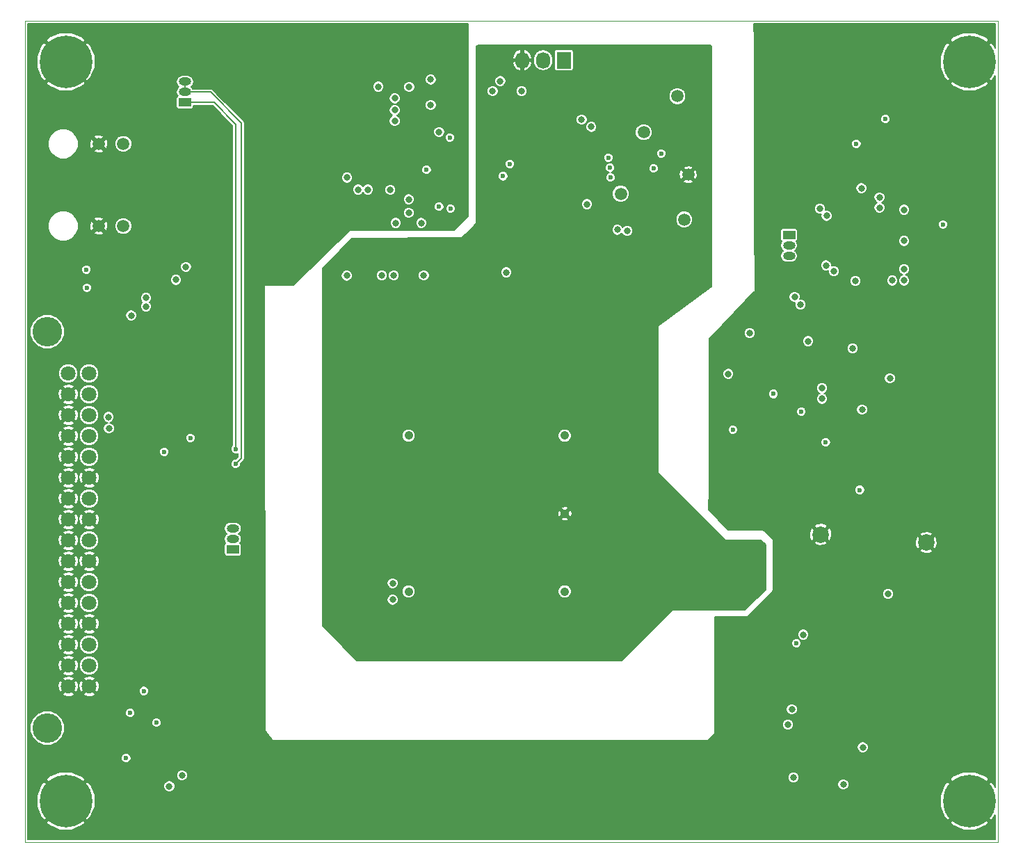
<source format=gbr>
G04 #@! TF.GenerationSoftware,KiCad,Pcbnew,5.0.1*
G04 #@! TF.CreationDate,2018-10-25T19:00:55+02:00*
G04 #@! TF.ProjectId,vcg,7663672E6B696361645F706362000000,rev?*
G04 #@! TF.SameCoordinates,Original*
G04 #@! TF.FileFunction,Copper,L2,Inr,Plane*
G04 #@! TF.FilePolarity,Positive*
%FSLAX46Y46*%
G04 Gerber Fmt 4.6, Leading zero omitted, Abs format (unit mm)*
G04 Created by KiCad (PCBNEW 5.0.1) date Thu Oct 25 19:00:55 2018*
%MOMM*%
%LPD*%
G01*
G04 APERTURE LIST*
G04 #@! TA.AperFunction,NonConductor*
%ADD10C,0.100000*%
G04 #@! TD*
G04 #@! TA.AperFunction,ViaPad*
%ADD11R,1.500000X1.000000*%
G04 #@! TD*
G04 #@! TA.AperFunction,ViaPad*
%ADD12O,1.500000X1.000000*%
G04 #@! TD*
G04 #@! TA.AperFunction,ViaPad*
%ADD13C,0.800000*%
G04 #@! TD*
G04 #@! TA.AperFunction,ViaPad*
%ADD14C,1.500000*%
G04 #@! TD*
G04 #@! TA.AperFunction,ViaPad*
%ADD15C,2.000000*%
G04 #@! TD*
G04 #@! TA.AperFunction,ViaPad*
%ADD16C,3.600000*%
G04 #@! TD*
G04 #@! TA.AperFunction,ViaPad*
%ADD17C,1.800000*%
G04 #@! TD*
G04 #@! TA.AperFunction,ViaPad*
%ADD18C,6.400000*%
G04 #@! TD*
G04 #@! TA.AperFunction,ViaPad*
%ADD19C,1.050000*%
G04 #@! TD*
G04 #@! TA.AperFunction,ViaPad*
%ADD20R,1.727200X2.032000*%
G04 #@! TD*
G04 #@! TA.AperFunction,ViaPad*
%ADD21O,1.727200X2.032000*%
G04 #@! TD*
G04 #@! TA.AperFunction,ViaPad*
%ADD22C,0.600000*%
G04 #@! TD*
G04 #@! TA.AperFunction,Conductor*
%ADD23C,0.200000*%
G04 #@! TD*
G04 APERTURE END LIST*
D10*
X168500000Y-30000000D02*
X168500000Y-130000000D01*
X50000000Y-30000000D02*
X168500000Y-30000000D01*
X50000000Y-30000000D02*
X50000000Y-130000000D01*
X50000000Y-130000000D02*
X168500000Y-130000000D01*
D11*
G04 #@! TO.N,Net-(Q4-Pad1)*
G04 #@! TO.C,Q4*
X69500000Y-39970000D03*
D12*
G04 #@! TO.N,Net-(Q4-Pad2)*
X69500000Y-37430000D03*
X69500000Y-38700000D03*
G04 #@! TD*
D11*
G04 #@! TO.N,Net-(Q3-Pad1)*
G04 #@! TO.C,Q3*
X75325000Y-94375000D03*
D12*
G04 #@! TO.N,Net-(Q3-Pad2)*
X75325000Y-91835000D03*
X75325000Y-93105000D03*
G04 #@! TD*
D11*
G04 #@! TO.N,Net-(C25-Pad2)*
G04 #@! TO.C,Q1*
X143050000Y-56100000D03*
D12*
G04 #@! TO.N,Net-(C26-Pad1)*
X143050000Y-58640000D03*
G04 #@! TO.N,Net-(C24-Pad1)*
X143050000Y-57370000D03*
G04 #@! TD*
D13*
G04 #@! TO.N,GND*
G04 #@! TO.C,via*
X161100000Y-119200000D03*
G04 #@! TD*
G04 #@! TO.N,GND*
G04 #@! TO.C,via*
X161100000Y-115600000D03*
G04 #@! TD*
G04 #@! TO.N,GND*
G04 #@! TO.C,via*
X158300000Y-121100000D03*
G04 #@! TD*
G04 #@! TO.N,GND*
G04 #@! TO.C,via*
X157000000Y-119400000D03*
G04 #@! TD*
G04 #@! TO.N,GND*
G04 #@! TO.C,via*
X159400000Y-112300000D03*
G04 #@! TD*
G04 #@! TO.N,GND*
G04 #@! TO.C,via*
X157400000Y-105800000D03*
G04 #@! TD*
G04 #@! TO.N,GND*
G04 #@! TO.C,via*
X159900000Y-108700000D03*
G04 #@! TD*
G04 #@! TO.N,GND*
G04 #@! TO.C,via*
X165800000Y-107900000D03*
G04 #@! TD*
G04 #@! TO.N,GND*
G04 #@! TO.C,via*
X165700000Y-93900000D03*
G04 #@! TD*
G04 #@! TO.N,GND*
G04 #@! TO.C,via*
X141200000Y-103900000D03*
G04 #@! TD*
G04 #@! TO.N,GND*
G04 #@! TO.C,via*
X145100000Y-87200000D03*
G04 #@! TD*
G04 #@! TO.N,GND*
G04 #@! TO.C,via*
X147900000Y-84400000D03*
G04 #@! TD*
G04 #@! TO.N,GND*
G04 #@! TO.C,via*
X160500000Y-82200000D03*
G04 #@! TD*
G04 #@! TO.N,GND*
G04 #@! TO.C,via*
X165800000Y-79900000D03*
G04 #@! TD*
G04 #@! TO.N,GND*
G04 #@! TO.C,via*
X160500000Y-73800000D03*
G04 #@! TD*
G04 #@! TO.N,GND*
G04 #@! TO.C,via*
X156500000Y-70100000D03*
G04 #@! TD*
G04 #@! TO.N,GND*
G04 #@! TO.C,via*
X156600000Y-66400000D03*
G04 #@! TD*
G04 #@! TO.N,GND*
G04 #@! TO.C,via*
X152100000Y-66300000D03*
G04 #@! TD*
G04 #@! TO.N,GND*
G04 #@! TO.C,via*
X160800000Y-63100000D03*
G04 #@! TD*
G04 #@! TO.N,GND*
G04 #@! TO.C,via*
X165800000Y-66000000D03*
G04 #@! TD*
G04 #@! TO.N,GND*
G04 #@! TO.C,via*
X165800000Y-51900000D03*
G04 #@! TD*
G04 #@! TO.N,GND*
G04 #@! TO.C,via*
X161900000Y-40700000D03*
G04 #@! TD*
G04 #@! TO.N,GND*
G04 #@! TO.C,via*
X139500000Y-35900000D03*
G04 #@! TD*
G04 #@! TO.N,GND*
G04 #@! TO.C,via*
X139500000Y-41100000D03*
G04 #@! TD*
G04 #@! TO.N,GND*
G04 #@! TO.C,via*
X139500000Y-48600000D03*
G04 #@! TD*
G04 #@! TO.N,GND*
G04 #@! TO.C,via*
X139500000Y-56100000D03*
G04 #@! TD*
G04 #@! TO.N,GND*
G04 #@! TO.C,via*
X139600000Y-62700000D03*
G04 #@! TD*
G04 #@! TO.N,GND*
G04 #@! TO.C,via*
X136600000Y-66200000D03*
G04 #@! TD*
G04 #@! TO.N,GND*
G04 #@! TO.C,via*
X133900000Y-69000000D03*
G04 #@! TD*
G04 #@! TO.N,GND*
G04 #@! TO.C,via*
X133800000Y-72700000D03*
G04 #@! TD*
G04 #@! TO.N,GND*
G04 #@! TO.C,via*
X133800000Y-78200000D03*
G04 #@! TD*
G04 #@! TO.N,GND*
G04 #@! TO.C,via*
X133900000Y-81200000D03*
G04 #@! TD*
G04 #@! TO.N,GND*
G04 #@! TO.C,via*
X133900000Y-84500000D03*
G04 #@! TD*
G04 #@! TO.N,GND*
G04 #@! TO.C,via*
X134000000Y-89400000D03*
G04 #@! TD*
G04 #@! TO.N,GND*
G04 #@! TO.C,via*
X141100000Y-92200000D03*
G04 #@! TD*
G04 #@! TO.N,GND*
G04 #@! TO.C,via*
X141700000Y-96400000D03*
G04 #@! TD*
G04 #@! TO.N,GND*
G04 #@! TO.C,via*
X141400000Y-100000000D03*
G04 #@! TD*
G04 #@! TO.N,GND*
G04 #@! TO.C,via*
X138300000Y-103100000D03*
G04 #@! TD*
G04 #@! TO.N,GND*
G04 #@! TO.C,via*
X134600000Y-103100000D03*
G04 #@! TD*
G04 #@! TO.N,GND*
G04 #@! TO.C,via*
X134600000Y-109600000D03*
G04 #@! TD*
G04 #@! TO.N,GND*
G04 #@! TO.C,via*
X137600000Y-124200000D03*
G04 #@! TD*
G04 #@! TO.N,GND*
G04 #@! TO.C,via*
X137600000Y-120800000D03*
G04 #@! TD*
G04 #@! TO.N,GND*
G04 #@! TO.C,via*
X134600000Y-115400000D03*
G04 #@! TD*
G04 #@! TO.N,GND*
G04 #@! TO.C,via*
X132800000Y-118200000D03*
G04 #@! TD*
G04 #@! TO.N,GND*
G04 #@! TO.C,via*
X76000000Y-124700000D03*
G04 #@! TD*
G04 #@! TO.N,GND*
G04 #@! TO.C,via*
X68900000Y-106900000D03*
G04 #@! TD*
G04 #@! TO.N,GND*
G04 #@! TO.C,via*
X69900000Y-118600000D03*
G04 #@! TD*
G04 #@! TO.N,GND*
G04 #@! TO.C,via*
X72200000Y-117100000D03*
G04 #@! TD*
G04 #@! TO.N,GND*
G04 #@! TO.C,via*
X72200000Y-111800000D03*
G04 #@! TD*
G04 #@! TO.N,GND*
G04 #@! TO.C,via*
X72100000Y-105500000D03*
G04 #@! TD*
G04 #@! TO.N,GND*
G04 #@! TO.C,via*
X74900000Y-103800000D03*
G04 #@! TD*
G04 #@! TO.N,GND*
G04 #@! TO.C,via*
X74900000Y-110400000D03*
G04 #@! TD*
G04 #@! TO.N,GND*
G04 #@! TO.C,via*
X74900000Y-116200000D03*
G04 #@! TD*
G04 #@! TO.N,GND*
G04 #@! TO.C,via*
X126000000Y-118200000D03*
G04 #@! TD*
G04 #@! TO.N,GND*
G04 #@! TO.C,via*
X118500000Y-118200000D03*
G04 #@! TD*
G04 #@! TO.N,GND*
G04 #@! TO.C,via*
X111000000Y-118200000D03*
G04 #@! TD*
G04 #@! TO.N,GND*
G04 #@! TO.C,via*
X103500000Y-118200000D03*
G04 #@! TD*
G04 #@! TO.N,GND*
G04 #@! TO.C,via*
X96000000Y-118200000D03*
G04 #@! TD*
G04 #@! TO.N,GND*
G04 #@! TO.C,via*
X88500000Y-118200000D03*
G04 #@! TD*
G04 #@! TO.N,GND*
G04 #@! TO.C,via*
X81000000Y-118200000D03*
G04 #@! TD*
G04 #@! TO.N,GND*
G04 #@! TO.C,via*
X78700000Y-116000000D03*
G04 #@! TD*
G04 #@! TO.N,GND*
G04 #@! TO.C,via*
X78700000Y-110200000D03*
G04 #@! TD*
G04 #@! TO.N,GND*
G04 #@! TO.C,via*
X78700000Y-103600000D03*
G04 #@! TD*
G04 #@! TO.N,GND*
G04 #@! TO.C,via*
X78700000Y-96800000D03*
G04 #@! TD*
G04 #@! TO.N,GND*
G04 #@! TO.C,via*
X78700000Y-89200000D03*
G04 #@! TD*
G04 #@! TO.N,GND*
G04 #@! TO.C,via*
X78700000Y-81000000D03*
G04 #@! TD*
G04 #@! TO.N,GND*
G04 #@! TO.C,via*
X74700000Y-71700000D03*
G04 #@! TD*
G04 #@! TO.N,GND*
G04 #@! TO.C,via*
X78600000Y-74500000D03*
G04 #@! TD*
G04 #@! TO.N,GND*
G04 #@! TO.C,via*
X84400000Y-56700000D03*
G04 #@! TD*
G04 #@! TO.N,GND*
G04 #@! TO.C,via*
X79200000Y-61700000D03*
G04 #@! TD*
G04 #@! TO.N,GND*
G04 #@! TO.C,via*
X82500000Y-61700000D03*
G04 #@! TD*
G04 #@! TO.N,GND*
G04 #@! TO.C,via*
X84400000Y-59700000D03*
G04 #@! TD*
G04 #@! TO.N,GND*
G04 #@! TO.C,via*
X89500000Y-55000000D03*
G04 #@! TD*
G04 #@! TO.N,GND*
G04 #@! TO.C,via*
X93300000Y-55000000D03*
G04 #@! TD*
G04 #@! TO.N,GND*
G04 #@! TO.C,via*
X102800000Y-54300000D03*
G04 #@! TD*
G04 #@! TO.N,GND*
G04 #@! TO.C,via*
X100000000Y-55000000D03*
G04 #@! TD*
G04 #@! TO.N,GND*
G04 #@! TO.C,via*
X103400000Y-52600000D03*
G04 #@! TD*
G04 #@! TO.N,GND*
G04 #@! TO.C,via*
X103300000Y-42600000D03*
G04 #@! TD*
G04 #@! TO.N,GND*
G04 #@! TO.C,via*
X103300000Y-40300000D03*
G04 #@! TD*
G04 #@! TO.N,GND*
G04 #@! TO.C,via*
X103200000Y-36000000D03*
G04 #@! TD*
G04 #@! TO.N,GNDA*
G04 #@! TO.C,via*
X119100000Y-33900000D03*
G04 #@! TD*
G04 #@! TO.N,GNDA*
G04 #@! TO.C,via*
X122900000Y-33900000D03*
G04 #@! TD*
G04 #@! TO.N,GNDA*
G04 #@! TO.C,via*
X125600000Y-33900000D03*
G04 #@! TD*
G04 #@! TO.N,GNDA*
G04 #@! TO.C,via*
X130200000Y-34000000D03*
G04 #@! TD*
G04 #@! TO.N,GNDA*
G04 #@! TO.C,via*
X133100000Y-34000000D03*
G04 #@! TD*
G04 #@! TO.N,GNDA*
G04 #@! TO.C,via*
X133000000Y-40500000D03*
G04 #@! TD*
G04 #@! TO.N,GNDA*
G04 #@! TO.C,via*
X133000000Y-46100000D03*
G04 #@! TD*
G04 #@! TO.N,GNDA*
G04 #@! TO.C,via*
X133000000Y-51600000D03*
G04 #@! TD*
G04 #@! TO.N,GNDA*
G04 #@! TO.C,via*
X131000000Y-55900000D03*
G04 #@! TD*
G04 #@! TO.N,GNDA*
G04 #@! TO.C,via*
X133000000Y-56500000D03*
G04 #@! TD*
G04 #@! TO.N,GNDA*
G04 #@! TO.C,via*
X126100000Y-66800000D03*
G04 #@! TD*
G04 #@! TO.N,GNDA*
G04 #@! TO.C,via*
X132900000Y-61900000D03*
G04 #@! TD*
G04 #@! TO.N,GNDA*
G04 #@! TO.C,via*
X129300000Y-64200000D03*
G04 #@! TD*
G04 #@! TO.N,GNDA*
G04 #@! TO.C,via*
X126100000Y-70500000D03*
G04 #@! TD*
G04 #@! TO.N,GNDA*
G04 #@! TO.C,via*
X126100000Y-78000000D03*
G04 #@! TD*
G04 #@! TO.N,GNDA*
G04 #@! TO.C,via*
X126100000Y-85500000D03*
G04 #@! TD*
G04 #@! TO.N,GNDA*
G04 #@! TO.C,via*
X130400000Y-90300000D03*
G04 #@! TD*
G04 #@! TO.N,GNDA*
G04 #@! TO.C,via*
X134500000Y-94300000D03*
G04 #@! TD*
G04 #@! TO.N,GNDA*
G04 #@! TO.C,via*
X137400000Y-94400000D03*
G04 #@! TD*
G04 #@! TO.N,GNDA*
G04 #@! TO.C,via*
X139300000Y-96200000D03*
G04 #@! TD*
G04 #@! TO.N,GNDA*
G04 #@! TO.C,via*
X139400000Y-98600000D03*
G04 #@! TD*
G04 #@! TO.N,GNDA*
G04 #@! TO.C,via*
X136900000Y-100900000D03*
G04 #@! TD*
G04 #@! TO.N,GNDA*
G04 #@! TO.C,via*
X132200000Y-100900000D03*
G04 #@! TD*
G04 #@! TO.N,GNDA*
G04 #@! TO.C,via*
X127700000Y-101000000D03*
G04 #@! TD*
G04 #@! TO.N,GNDA*
G04 #@! TO.C,via*
X124500000Y-103900000D03*
G04 #@! TD*
G04 #@! TO.N,GNDA*
G04 #@! TO.C,via*
X104100000Y-60700000D03*
G04 #@! TD*
G04 #@! TO.N,GNDA*
G04 #@! TO.C,via*
X104100000Y-68200000D03*
G04 #@! TD*
G04 #@! TO.N,GNDA*
G04 #@! TO.C,via*
X104100000Y-75700000D03*
G04 #@! TD*
G04 #@! TO.N,GNDA*
G04 #@! TO.C,via*
X104100000Y-83200000D03*
G04 #@! TD*
G04 #@! TO.N,GNDA*
G04 #@! TO.C,via*
X104100000Y-90700000D03*
G04 #@! TD*
G04 #@! TO.N,GNDA*
G04 #@! TO.C,via*
X104100000Y-98200000D03*
G04 #@! TD*
G04 #@! TO.N,GNDA*
G04 #@! TO.C,via*
X121000000Y-107000000D03*
G04 #@! TD*
G04 #@! TO.N,GNDA*
G04 #@! TO.C,via*
X113000000Y-107000000D03*
G04 #@! TD*
G04 #@! TO.N,GNDA*
G04 #@! TO.C,via*
X106000000Y-107000000D03*
G04 #@! TD*
G04 #@! TO.N,GNDA*
G04 #@! TO.C,via*
X98000000Y-107000000D03*
G04 #@! TD*
G04 #@! TO.N,GNDA*
G04 #@! TO.C,via*
X91000000Y-107000000D03*
G04 #@! TD*
G04 #@! TO.N,GNDA*
G04 #@! TO.C,via*
X86750000Y-98100000D03*
G04 #@! TD*
G04 #@! TO.N,GNDA*
G04 #@! TO.C,via*
X86750000Y-90600000D03*
G04 #@! TD*
G04 #@! TO.N,GNDA*
G04 #@! TO.C,via*
X86750000Y-83100000D03*
G04 #@! TD*
G04 #@! TO.N,GNDA*
G04 #@! TO.C,via*
X86750000Y-75600000D03*
G04 #@! TD*
G04 #@! TO.N,GNDA*
G04 #@! TO.C,via*
X86750000Y-68100000D03*
G04 #@! TD*
G04 #@! TO.N,GNDA*
G04 #@! TO.C,via*
X86750000Y-60600000D03*
G04 #@! TD*
G04 #@! TO.N,GNDA*
G04 #@! TO.C,via*
X93900000Y-57100000D03*
G04 #@! TD*
G04 #@! TO.N,GNDA*
G04 #@! TO.C,via*
X96700000Y-57100000D03*
G04 #@! TD*
G04 #@! TO.N,GNDA*
G04 #@! TO.C,via*
X100200000Y-57100000D03*
G04 #@! TD*
G04 #@! TO.N,GNDA*
G04 #@! TO.C,via*
X103100000Y-57100000D03*
G04 #@! TD*
G04 #@! TO.N,GNDA*
G04 #@! TO.C,via*
X104500000Y-55900000D03*
G04 #@! TD*
G04 #@! TO.N,GNDA*
G04 #@! TO.C,via*
X105700000Y-54300000D03*
G04 #@! TD*
G04 #@! TO.N,GNDA*
G04 #@! TO.C,via*
X105700000Y-52100000D03*
G04 #@! TD*
G04 #@! TO.N,GNDA*
G04 #@! TO.C,via*
X105600000Y-42700000D03*
G04 #@! TD*
G04 #@! TO.N,GNDA*
G04 #@! TO.C,via*
X105600000Y-44300000D03*
G04 #@! TD*
G04 #@! TO.N,GNDA*
G04 #@! TO.C,via*
X105800000Y-36000000D03*
G04 #@! TD*
G04 #@! TO.N,GNDA*
G04 #@! TO.C,via*
X107000000Y-33700000D03*
G04 #@! TD*
G04 #@! TO.N,GND*
G04 #@! TO.C,via*
X161500000Y-32000000D03*
G04 #@! TD*
G04 #@! TO.N,GND*
G04 #@! TO.C,via*
X155000000Y-32000000D03*
G04 #@! TD*
G04 #@! TO.N,GND*
G04 #@! TO.C,via*
X147500000Y-32000000D03*
G04 #@! TD*
G04 #@! TO.N,GND*
G04 #@! TO.C,via*
X140000000Y-32000000D03*
G04 #@! TD*
G04 #@! TO.N,GND*
G04 #@! TO.C,via*
X81800000Y-43600000D03*
G04 #@! TD*
G04 #@! TO.N,GND*
G04 #@! TO.C,via*
X79300000Y-43600000D03*
G04 #@! TD*
G04 #@! TO.N,GND*
G04 #@! TO.C,via*
X81800000Y-41100000D03*
G04 #@! TD*
G04 #@! TO.N,GND*
G04 #@! TO.C,via*
X79300000Y-41100000D03*
G04 #@! TD*
G04 #@! TO.N,GND*
G04 #@! TO.C,via*
X76800000Y-41100000D03*
G04 #@! TD*
G04 #@! TO.N,GND*
G04 #@! TO.C,via*
X81800000Y-38600000D03*
G04 #@! TD*
G04 #@! TO.N,GND*
G04 #@! TO.C,via*
X79300000Y-38600000D03*
G04 #@! TD*
G04 #@! TO.N,GND*
G04 #@! TO.C,via*
X76800000Y-38600000D03*
G04 #@! TD*
G04 #@! TO.N,GND*
G04 #@! TO.C,via*
X81800000Y-36100000D03*
G04 #@! TD*
G04 #@! TO.N,GND*
G04 #@! TO.C,via*
X79300000Y-36100000D03*
G04 #@! TD*
G04 #@! TO.N,GND*
G04 #@! TO.C,via*
X76800000Y-36100000D03*
G04 #@! TD*
G04 #@! TO.N,GND*
G04 #@! TO.C,via*
X103000000Y-32000000D03*
G04 #@! TD*
G04 #@! TO.N,GND*
G04 #@! TO.C,via*
X96500000Y-32000000D03*
G04 #@! TD*
G04 #@! TO.N,GND*
G04 #@! TO.C,via*
X59000000Y-32000000D03*
G04 #@! TD*
G04 #@! TO.N,GND*
G04 #@! TO.C,via*
X89000000Y-32000000D03*
G04 #@! TD*
G04 #@! TO.N,GND*
G04 #@! TO.C,via*
X81500000Y-32000000D03*
G04 #@! TD*
G04 #@! TO.N,GND*
G04 #@! TO.C,via*
X74000000Y-32000000D03*
G04 #@! TD*
G04 #@! TO.N,GND*
G04 #@! TO.C,via*
X66500000Y-32000000D03*
G04 #@! TD*
G04 #@! TO.N,GND*
G04 #@! TO.C,via*
X156500000Y-128000000D03*
G04 #@! TD*
G04 #@! TO.N,GND*
G04 #@! TO.C,via*
X149000000Y-128000000D03*
G04 #@! TD*
G04 #@! TO.N,GND*
G04 #@! TO.C,via*
X141500000Y-128000000D03*
G04 #@! TD*
G04 #@! TO.N,GND*
G04 #@! TO.C,via*
X134000000Y-128000000D03*
G04 #@! TD*
G04 #@! TO.N,GND*
G04 #@! TO.C,via*
X126500000Y-128000000D03*
G04 #@! TD*
G04 #@! TO.N,GND*
G04 #@! TO.C,via*
X119000000Y-128000000D03*
G04 #@! TD*
G04 #@! TO.N,GND*
G04 #@! TO.C,via*
X111500000Y-128000000D03*
G04 #@! TD*
G04 #@! TO.N,GND*
G04 #@! TO.C,via*
X104000000Y-128000000D03*
G04 #@! TD*
G04 #@! TO.N,GND*
G04 #@! TO.C,via*
X96500000Y-128000000D03*
G04 #@! TD*
G04 #@! TO.N,GND*
G04 #@! TO.C,via*
X89000000Y-128000000D03*
G04 #@! TD*
G04 #@! TO.N,GND*
G04 #@! TO.C,via*
X81500000Y-128000000D03*
G04 #@! TD*
G04 #@! TO.N,GND*
G04 #@! TO.C,via*
X74000000Y-128000000D03*
G04 #@! TD*
G04 #@! TO.N,GND*
G04 #@! TO.C,via*
X66500000Y-128000000D03*
G04 #@! TD*
D14*
G04 #@! TO.N,/DAC/V_SUM*
G04 #@! TO.C,P8*
X130290000Y-54220000D03*
G04 #@! TD*
G04 #@! TO.N,/DAC/VREF_DAC*
G04 #@! TO.C,P7*
X129450000Y-39190000D03*
G04 #@! TD*
G04 #@! TO.N,GNDA*
G04 #@! TO.C,P6*
X130770000Y-48750000D03*
G04 #@! TD*
G04 #@! TO.N,/DAC/V_B*
G04 #@! TO.C,P5*
X122550000Y-51075000D03*
G04 #@! TD*
G04 #@! TO.N,/DAC/V_A*
G04 #@! TO.C,P4*
X125375000Y-43575000D03*
G04 #@! TD*
D15*
G04 #@! TO.N,GND*
G04 #@! TO.C,J2*
X146900000Y-92550000D03*
X159730000Y-93550000D03*
G04 #@! TD*
D16*
G04 #@! TO.N,N/C*
G04 #@! TO.C,P1*
X52760000Y-116130000D03*
X52760000Y-67870000D03*
D17*
G04 #@! TO.N,GND*
X55300000Y-111050000D03*
X57840000Y-111050000D03*
X55300000Y-108510000D03*
G04 #@! TO.N,/Fpll_F_P*
X57840000Y-108510000D03*
G04 #@! TO.N,GND*
X55300000Y-105970000D03*
G04 #@! TO.N,/Fpll_F_N*
X57840000Y-105970000D03*
G04 #@! TO.N,GND*
X55300000Y-103430000D03*
X57840000Y-103430000D03*
X55300000Y-100890000D03*
G04 #@! TO.N,/Fpll_E_P*
X57840000Y-100890000D03*
G04 #@! TO.N,GND*
X55300000Y-98350000D03*
G04 #@! TO.N,/Fpll_E_N*
X57840000Y-98350000D03*
G04 #@! TO.N,GND*
X55300000Y-95810000D03*
X57840000Y-95810000D03*
X55300000Y-93270000D03*
G04 #@! TO.N,/Fpll_C*
X57840000Y-93270000D03*
G04 #@! TO.N,GND*
X55300000Y-90730000D03*
X57840000Y-90730000D03*
X55300000Y-88190000D03*
G04 #@! TO.N,/F10_C*
X57840000Y-88190000D03*
G04 #@! TO.N,GND*
X55300000Y-85650000D03*
X57840000Y-85650000D03*
X55300000Y-83110000D03*
G04 #@! TO.N,/SCL*
X57840000Y-83110000D03*
G04 #@! TO.N,GND*
X55300000Y-80570000D03*
G04 #@! TO.N,/SDA*
X57840000Y-80570000D03*
G04 #@! TO.N,GND*
X55300000Y-78030000D03*
G04 #@! TO.N,/EN_DAC*
X57840000Y-78030000D03*
G04 #@! TO.N,GND*
X55300000Y-75490000D03*
G04 #@! TO.N,/VDD_D*
X57840000Y-75490000D03*
G04 #@! TO.N,Net-(GS1-Pad2)*
X55300000Y-72950000D03*
X57840000Y-72950000D03*
G04 #@! TD*
D14*
G04 #@! TO.N,/Vin2*
G04 #@! TO.C,P3*
X62000000Y-55000000D03*
G04 #@! TO.N,GND*
X59000000Y-55000000D03*
G04 #@! TD*
G04 #@! TO.N,/Vin1*
G04 #@! TO.C,P2*
X62000000Y-45000000D03*
G04 #@! TO.N,GND*
X59000000Y-45000000D03*
G04 #@! TD*
D18*
G04 #@! TO.N,GND*
G04 #@! TO.C,MH4*
X165000000Y-125000000D03*
D13*
X167400000Y-125000000D03*
X166697056Y-126697056D03*
X165000000Y-127400000D03*
X163302944Y-126697056D03*
X162600000Y-125000000D03*
X163302944Y-123302944D03*
X165000000Y-122600000D03*
X166697056Y-123302944D03*
G04 #@! TD*
D18*
G04 #@! TO.N,GND*
G04 #@! TO.C,MH3*
X165000000Y-35000000D03*
D13*
X167400000Y-35000000D03*
X166697056Y-36697056D03*
X165000000Y-37400000D03*
X163302944Y-36697056D03*
X162600000Y-35000000D03*
X163302944Y-33302944D03*
X165000000Y-32600000D03*
X166697056Y-33302944D03*
G04 #@! TD*
D18*
G04 #@! TO.N,GND*
G04 #@! TO.C,MH2*
X55000000Y-35000000D03*
D13*
X57400000Y-35000000D03*
X56697056Y-36697056D03*
X55000000Y-37400000D03*
X53302944Y-36697056D03*
X52600000Y-35000000D03*
X53302944Y-33302944D03*
X55000000Y-32600000D03*
X56697056Y-33302944D03*
G04 #@! TD*
D18*
G04 #@! TO.N,GND*
G04 #@! TO.C,MH1*
X55000000Y-125000000D03*
D13*
X57400000Y-125000000D03*
X56697056Y-126697056D03*
X55000000Y-127400000D03*
X53302944Y-126697056D03*
X52600000Y-125000000D03*
X53302944Y-123302944D03*
X55000000Y-122600000D03*
X56697056Y-123302944D03*
G04 #@! TD*
D19*
G04 #@! TO.N,Net-(R31-Pad2)*
G04 #@! TO.C,Y1*
X115735000Y-99510000D03*
G04 #@! TO.N,GNDA*
X115735000Y-90010000D03*
G04 #@! TO.N,/Vc*
X115735000Y-80510000D03*
G04 #@! TO.N,/Vref*
X96735000Y-80510000D03*
G04 #@! TO.N,/VDD_OSC*
X96735000Y-99510000D03*
G04 #@! TD*
D13*
G04 #@! TO.N,GND*
G04 #@! TO.C,via*
X59000000Y-128000000D03*
G04 #@! TD*
D20*
G04 #@! TO.N,/DAC/V2P8*
G04 #@! TO.C,K1*
X115640000Y-34820000D03*
D21*
G04 #@! TO.N,Net-(K1-Pad2)*
X113100000Y-34820000D03*
G04 #@! TO.N,GNDA*
X110560000Y-34820000D03*
G04 #@! TD*
D13*
G04 #@! TO.N,GNDA*
X117930000Y-35380000D03*
X121250000Y-52200000D03*
X124600000Y-51700000D03*
X129800000Y-51700000D03*
X129400000Y-52900000D03*
X123675000Y-52725000D03*
X129175000Y-46825000D03*
X126210000Y-41890000D03*
X121840000Y-37010000D03*
D22*
X124350000Y-48487500D03*
X123500000Y-48487500D03*
X123500000Y-47662500D03*
X124350000Y-47662500D03*
X124350000Y-46837500D03*
X123500000Y-46837500D03*
X124350000Y-46012500D03*
X123500000Y-46012500D03*
D13*
X122790000Y-44390000D03*
X120100000Y-43550000D03*
X129800000Y-42500000D03*
X125350000Y-58100000D03*
X126250000Y-59300000D03*
X122725000Y-61875000D03*
X114850000Y-59300000D03*
X117150000Y-56300000D03*
X119675000Y-54225000D03*
X120275000Y-56075000D03*
X117700000Y-40050000D03*
X106725000Y-41575000D03*
X110475000Y-41575000D03*
X107850000Y-50450000D03*
X107725000Y-45925000D03*
X113340000Y-54640000D03*
X107110000Y-53860000D03*
X105820000Y-57170000D03*
X107110000Y-60590000D03*
X89250000Y-58050000D03*
X93000000Y-58050000D03*
D22*
G04 #@! TO.N,GND*
X138500000Y-77500000D03*
X139100000Y-75900000D03*
X156600000Y-43900000D03*
D13*
X103100000Y-50500000D03*
D22*
X136200000Y-75800000D03*
D13*
X155150000Y-98300000D03*
X64520000Y-85880000D03*
D22*
X68963000Y-50103000D03*
X70100000Y-50453000D03*
X70100000Y-49453000D03*
X67900000Y-50953000D03*
D13*
X85725000Y-47575000D03*
X81875000Y-47575000D03*
X144550000Y-59650000D03*
X145925000Y-59675000D03*
X158310000Y-56790000D03*
X158310000Y-52960000D03*
X151060000Y-52910000D03*
X151060000Y-56690000D03*
X91650000Y-34100000D03*
X92912500Y-35037500D03*
X97250000Y-35100000D03*
X98450000Y-36550000D03*
X92662500Y-39937500D03*
X85412500Y-39737500D03*
X92225000Y-49125000D03*
X92225000Y-45275000D03*
X94500000Y-53600000D03*
X94500000Y-51750000D03*
X103000000Y-34050000D03*
X71590000Y-78260000D03*
X68560000Y-77460000D03*
X61200000Y-81900000D03*
X62200000Y-76750000D03*
X60250000Y-76750000D03*
X89925000Y-53525000D03*
X85650000Y-53450000D03*
X66550000Y-70200000D03*
X64750000Y-69900000D03*
X62950000Y-68900000D03*
X66550000Y-67400000D03*
X71375000Y-67175000D03*
X66525000Y-63125000D03*
X72625000Y-63825000D03*
X73525000Y-61925000D03*
X63700000Y-52400000D03*
X63750000Y-48200000D03*
X73150000Y-56800000D03*
X69000000Y-56800000D03*
X64850000Y-56800000D03*
X73050000Y-43650000D03*
X69000000Y-43650000D03*
X64900000Y-43650000D03*
X51825000Y-61375000D03*
X98175000Y-44325000D03*
X98150000Y-45600000D03*
X98900000Y-43300000D03*
X158310000Y-47010000D03*
X155950000Y-48600000D03*
X160700000Y-48600000D03*
X161080000Y-57770000D03*
X147475000Y-38175000D03*
X143450000Y-39050000D03*
X141625000Y-42625000D03*
X142575000Y-49125000D03*
X146550000Y-47550000D03*
X147525000Y-49325000D03*
X148150000Y-43350000D03*
X148200000Y-45000000D03*
X158975000Y-40125000D03*
X153100000Y-57150000D03*
X151060000Y-58690000D03*
X155540000Y-59540000D03*
X151600000Y-83700000D03*
X155325000Y-75025000D03*
X151600000Y-75600000D03*
X150950000Y-78050000D03*
X152900000Y-78050000D03*
X152300000Y-69950000D03*
X147075000Y-70475000D03*
X143375000Y-71425000D03*
X143375000Y-69075000D03*
X136750000Y-68100000D03*
X139300000Y-71950000D03*
X153550000Y-112450000D03*
X147700000Y-110250000D03*
X150650000Y-110300000D03*
X153387500Y-104762500D03*
X153000000Y-106200000D03*
X152412500Y-103712500D03*
X144710000Y-102760000D03*
X147090000Y-102760000D03*
X154025000Y-118425000D03*
X153100000Y-115750000D03*
X155000000Y-117350000D03*
X144812500Y-117362500D03*
X145837500Y-118387500D03*
X145212500Y-115387500D03*
X141500000Y-112850000D03*
X144650000Y-112450000D03*
X151150000Y-122950000D03*
X145100000Y-120300000D03*
D22*
X147090000Y-124740000D03*
X143150000Y-80200000D03*
X141025000Y-80475000D03*
X157270000Y-91000000D03*
X157270000Y-94400000D03*
X153460000Y-91000000D03*
X153460000Y-94400000D03*
X149650000Y-94500000D03*
X149650000Y-91000000D03*
X151670000Y-88630000D03*
D13*
X145090000Y-106640000D03*
D22*
X64550000Y-115440000D03*
X60650000Y-116860000D03*
X137425000Y-86725000D03*
G04 #@! TO.N,Net-(C5-Pad1)*
X121300000Y-49080000D03*
X126550000Y-48000000D03*
G04 #@! TO.N,Net-(C36-Pad1)*
X151250000Y-45000000D03*
X154775000Y-41975000D03*
D13*
G04 #@! TO.N,Net-(C48-Pad1)*
X151950000Y-77350000D03*
X147075000Y-76025000D03*
X147075000Y-74725000D03*
X150800000Y-69900000D03*
X155325000Y-73525000D03*
G04 #@! TO.N,/Power/VDD_A*
X95037500Y-39450000D03*
D22*
X57500000Y-60300000D03*
D13*
X99425000Y-37175000D03*
X99425000Y-40275000D03*
X95175000Y-54625000D03*
X98275000Y-54625000D03*
X96750000Y-53400000D03*
X96750000Y-51750000D03*
X96800000Y-38050000D03*
X93050000Y-38037500D03*
X95037500Y-42200000D03*
X95037500Y-40900000D03*
D22*
G04 #@! TO.N,/Oscillator/FLTA*
X144550000Y-77600000D03*
X136200000Y-79800000D03*
G04 #@! TO.N,Net-(Q4-Pad2)*
X75675000Y-83975000D03*
G04 #@! TO.N,Net-(Q4-Pad1)*
X75700000Y-82150000D03*
G04 #@! TO.N,/EN_DAC*
X101825000Y-52875000D03*
X98925000Y-48175000D03*
G04 #@! TO.N,/SCL_DAC*
X121040000Y-46690000D03*
X108240000Y-48940000D03*
G04 #@! TO.N,/SDA_DAC*
X109080000Y-47430000D03*
X121250000Y-47900000D03*
D13*
G04 #@! TO.N,/VDD_D*
X135650000Y-73000000D03*
D22*
X57575000Y-62525000D03*
D13*
X146820000Y-52870000D03*
X147630000Y-53770000D03*
X60250000Y-79650000D03*
X60200000Y-78250000D03*
X64750000Y-63750000D03*
X64750000Y-64800000D03*
X62950000Y-65900000D03*
X100450000Y-43550000D03*
X143730000Y-63630000D03*
X144430000Y-64580000D03*
X138250000Y-68050000D03*
D22*
X141150000Y-75445000D03*
X66030000Y-115470000D03*
D13*
G04 #@! TO.N,/VDD_DAC*
X106950000Y-38575000D03*
X118450000Y-52350000D03*
X108610000Y-60640000D03*
X110475000Y-38575000D03*
X107900000Y-37350000D03*
X117800000Y-42050000D03*
X118970000Y-42930000D03*
X122150000Y-55450000D03*
X123350000Y-55600000D03*
G04 #@! TO.N,/VDD_OSC*
X94800000Y-100500000D03*
X94800000Y-98500000D03*
X98575000Y-61025000D03*
X89200000Y-61050000D03*
X93475000Y-61025000D03*
X94925000Y-61025000D03*
D22*
G04 #@! TO.N,/SCL*
X62350000Y-119800000D03*
X67000000Y-82500000D03*
X62850000Y-114300000D03*
X100450000Y-52650000D03*
D13*
X142900000Y-115700000D03*
X69150000Y-121900000D03*
D22*
G04 #@! TO.N,/SDA*
X64500000Y-111600000D03*
X101750000Y-44225000D03*
D13*
X143400000Y-113850000D03*
X67600000Y-123200000D03*
G04 #@! TO.N,/EN_VDD_A*
X94500000Y-50600000D03*
D22*
X70150000Y-80800000D03*
X161800000Y-54800000D03*
X147520000Y-81330000D03*
X143960000Y-105800000D03*
G04 #@! TO.N,/DAC/VREF_DAC*
X127490000Y-46160000D03*
D13*
G04 #@! TO.N,/VDD_OUT*
X155100000Y-99800000D03*
X157040000Y-53010000D03*
X157040000Y-56800000D03*
X151850000Y-50400000D03*
X151110000Y-61690000D03*
X155610000Y-61640000D03*
X157040000Y-61640000D03*
X157040000Y-60260000D03*
X148500000Y-60500000D03*
X147550000Y-59800000D03*
X145375000Y-69025000D03*
X144760000Y-104760000D03*
X152025000Y-118475000D03*
X149650000Y-123000000D03*
X143600000Y-122150000D03*
D22*
X151670000Y-87130000D03*
D13*
G04 #@! TO.N,/V_N*
X91775000Y-50575000D03*
X90575000Y-50575000D03*
X68400000Y-61550000D03*
X69625000Y-59975000D03*
X89225000Y-49100000D03*
X154060000Y-51510000D03*
X154060000Y-52760000D03*
G04 #@! TD*
D23*
G04 #@! TO.N,Net-(Q4-Pad2)*
X75675000Y-83975000D02*
X76350000Y-83300000D01*
X76350000Y-83300000D02*
X76350000Y-42450000D01*
X76350000Y-42450000D02*
X72600000Y-38700000D01*
X72600000Y-38700000D02*
X69500000Y-38700000D01*
X69500000Y-38700000D02*
X69500000Y-37430000D01*
G04 #@! TO.N,Net-(Q4-Pad1)*
X75700000Y-82150000D02*
X75700000Y-42650000D01*
X75700000Y-42650000D02*
X73020000Y-39970000D01*
X73020000Y-39970000D02*
X69500000Y-39970000D01*
G04 #@! TD*
G04 #@! TO.N,GNDA*
G36*
X133599955Y-33141377D02*
X133568444Y-62329824D01*
X127158689Y-67099874D01*
X127132533Y-67128827D01*
X127118390Y-67180097D01*
X127118390Y-85080097D01*
X127126002Y-85118365D01*
X127147679Y-85150808D01*
X135197679Y-93200808D01*
X135230122Y-93222485D01*
X135268390Y-93230097D01*
X139626968Y-93230097D01*
X140193390Y-93796519D01*
X140193390Y-99238675D01*
X137676968Y-101755097D01*
X128868390Y-101755097D01*
X128830122Y-101762709D01*
X128797679Y-101784386D01*
X122676968Y-107905097D01*
X90459812Y-107905097D01*
X86268390Y-103713675D01*
X86268390Y-100360761D01*
X94100000Y-100360761D01*
X94100000Y-100639239D01*
X94206568Y-100896518D01*
X94403482Y-101093432D01*
X94660761Y-101200000D01*
X94939239Y-101200000D01*
X95196518Y-101093432D01*
X95393432Y-100896518D01*
X95500000Y-100639239D01*
X95500000Y-100360761D01*
X95393432Y-100103482D01*
X95196518Y-99906568D01*
X94939239Y-99800000D01*
X94660761Y-99800000D01*
X94403482Y-99906568D01*
X94206568Y-100103482D01*
X94100000Y-100360761D01*
X86268390Y-100360761D01*
X86268390Y-99345897D01*
X95910000Y-99345897D01*
X95910000Y-99674103D01*
X96035599Y-99977325D01*
X96267675Y-100209401D01*
X96570897Y-100335000D01*
X96899103Y-100335000D01*
X97202325Y-100209401D01*
X97434401Y-99977325D01*
X97560000Y-99674103D01*
X97560000Y-99345897D01*
X114910000Y-99345897D01*
X114910000Y-99674103D01*
X115035599Y-99977325D01*
X115267675Y-100209401D01*
X115570897Y-100335000D01*
X115899103Y-100335000D01*
X116202325Y-100209401D01*
X116434401Y-99977325D01*
X116560000Y-99674103D01*
X116560000Y-99345897D01*
X116434401Y-99042675D01*
X116202325Y-98810599D01*
X115899103Y-98685000D01*
X115570897Y-98685000D01*
X115267675Y-98810599D01*
X115035599Y-99042675D01*
X114910000Y-99345897D01*
X97560000Y-99345897D01*
X97434401Y-99042675D01*
X97202325Y-98810599D01*
X96899103Y-98685000D01*
X96570897Y-98685000D01*
X96267675Y-98810599D01*
X96035599Y-99042675D01*
X95910000Y-99345897D01*
X86268390Y-99345897D01*
X86268390Y-98360761D01*
X94100000Y-98360761D01*
X94100000Y-98639239D01*
X94206568Y-98896518D01*
X94403482Y-99093432D01*
X94660761Y-99200000D01*
X94939239Y-99200000D01*
X95196518Y-99093432D01*
X95393432Y-98896518D01*
X95500000Y-98639239D01*
X95500000Y-98360761D01*
X95393432Y-98103482D01*
X95196518Y-97906568D01*
X94939239Y-97800000D01*
X94660761Y-97800000D01*
X94403482Y-97906568D01*
X94206568Y-98103482D01*
X94100000Y-98360761D01*
X86268390Y-98360761D01*
X86268390Y-90675060D01*
X115282072Y-90675060D01*
X115339430Y-90809650D01*
X115675554Y-90900158D01*
X116020728Y-90855148D01*
X116130570Y-90809650D01*
X116187928Y-90675060D01*
X115735000Y-90222132D01*
X115282072Y-90675060D01*
X86268390Y-90675060D01*
X86268390Y-89950554D01*
X114844842Y-89950554D01*
X114889852Y-90295728D01*
X114935350Y-90405570D01*
X115069940Y-90462928D01*
X115522868Y-90010000D01*
X115947132Y-90010000D01*
X116400060Y-90462928D01*
X116534650Y-90405570D01*
X116625158Y-90069446D01*
X116580148Y-89724272D01*
X116534650Y-89614430D01*
X116400060Y-89557072D01*
X115947132Y-90010000D01*
X115522868Y-90010000D01*
X115069940Y-89557072D01*
X114935350Y-89614430D01*
X114844842Y-89950554D01*
X86268390Y-89950554D01*
X86268390Y-89344940D01*
X115282072Y-89344940D01*
X115735000Y-89797868D01*
X116187928Y-89344940D01*
X116130570Y-89210350D01*
X115794446Y-89119842D01*
X115449272Y-89164852D01*
X115339430Y-89210350D01*
X115282072Y-89344940D01*
X86268390Y-89344940D01*
X86268390Y-80345897D01*
X95910000Y-80345897D01*
X95910000Y-80674103D01*
X96035599Y-80977325D01*
X96267675Y-81209401D01*
X96570897Y-81335000D01*
X96899103Y-81335000D01*
X97202325Y-81209401D01*
X97434401Y-80977325D01*
X97560000Y-80674103D01*
X97560000Y-80345897D01*
X114910000Y-80345897D01*
X114910000Y-80674103D01*
X115035599Y-80977325D01*
X115267675Y-81209401D01*
X115570897Y-81335000D01*
X115899103Y-81335000D01*
X116202325Y-81209401D01*
X116434401Y-80977325D01*
X116560000Y-80674103D01*
X116560000Y-80345897D01*
X116434401Y-80042675D01*
X116202325Y-79810599D01*
X115899103Y-79685000D01*
X115570897Y-79685000D01*
X115267675Y-79810599D01*
X115035599Y-80042675D01*
X114910000Y-80345897D01*
X97560000Y-80345897D01*
X97434401Y-80042675D01*
X97202325Y-79810599D01*
X96899103Y-79685000D01*
X96570897Y-79685000D01*
X96267675Y-79810599D01*
X96035599Y-80042675D01*
X95910000Y-80345897D01*
X86268390Y-80345897D01*
X86268390Y-60910761D01*
X88500000Y-60910761D01*
X88500000Y-61189239D01*
X88606568Y-61446518D01*
X88803482Y-61643432D01*
X89060761Y-61750000D01*
X89339239Y-61750000D01*
X89596518Y-61643432D01*
X89793432Y-61446518D01*
X89900000Y-61189239D01*
X89900000Y-60910761D01*
X89889645Y-60885761D01*
X92775000Y-60885761D01*
X92775000Y-61164239D01*
X92881568Y-61421518D01*
X93078482Y-61618432D01*
X93335761Y-61725000D01*
X93614239Y-61725000D01*
X93871518Y-61618432D01*
X94068432Y-61421518D01*
X94175000Y-61164239D01*
X94175000Y-60885761D01*
X94225000Y-60885761D01*
X94225000Y-61164239D01*
X94331568Y-61421518D01*
X94528482Y-61618432D01*
X94785761Y-61725000D01*
X95064239Y-61725000D01*
X95321518Y-61618432D01*
X95518432Y-61421518D01*
X95625000Y-61164239D01*
X95625000Y-60885761D01*
X97875000Y-60885761D01*
X97875000Y-61164239D01*
X97981568Y-61421518D01*
X98178482Y-61618432D01*
X98435761Y-61725000D01*
X98714239Y-61725000D01*
X98971518Y-61618432D01*
X99168432Y-61421518D01*
X99275000Y-61164239D01*
X99275000Y-60885761D01*
X99168432Y-60628482D01*
X99040711Y-60500761D01*
X107910000Y-60500761D01*
X107910000Y-60779239D01*
X108016568Y-61036518D01*
X108213482Y-61233432D01*
X108470761Y-61340000D01*
X108749239Y-61340000D01*
X109006518Y-61233432D01*
X109203432Y-61036518D01*
X109310000Y-60779239D01*
X109310000Y-60500761D01*
X109203432Y-60243482D01*
X109006518Y-60046568D01*
X108749239Y-59940000D01*
X108470761Y-59940000D01*
X108213482Y-60046568D01*
X108016568Y-60243482D01*
X107910000Y-60500761D01*
X99040711Y-60500761D01*
X98971518Y-60431568D01*
X98714239Y-60325000D01*
X98435761Y-60325000D01*
X98178482Y-60431568D01*
X97981568Y-60628482D01*
X97875000Y-60885761D01*
X95625000Y-60885761D01*
X95518432Y-60628482D01*
X95321518Y-60431568D01*
X95064239Y-60325000D01*
X94785761Y-60325000D01*
X94528482Y-60431568D01*
X94331568Y-60628482D01*
X94225000Y-60885761D01*
X94175000Y-60885761D01*
X94068432Y-60628482D01*
X93871518Y-60431568D01*
X93614239Y-60325000D01*
X93335761Y-60325000D01*
X93078482Y-60431568D01*
X92881568Y-60628482D01*
X92775000Y-60885761D01*
X89889645Y-60885761D01*
X89793432Y-60653482D01*
X89596518Y-60456568D01*
X89339239Y-60350000D01*
X89060761Y-60350000D01*
X88803482Y-60456568D01*
X88606568Y-60653482D01*
X88500000Y-60910761D01*
X86268390Y-60910761D01*
X86268390Y-60120916D01*
X89810493Y-56505019D01*
X103168577Y-56480097D01*
X103206831Y-56472413D01*
X103239101Y-56450808D01*
X104379148Y-55310761D01*
X121450000Y-55310761D01*
X121450000Y-55589239D01*
X121556568Y-55846518D01*
X121753482Y-56043432D01*
X122010761Y-56150000D01*
X122289239Y-56150000D01*
X122546518Y-56043432D01*
X122708787Y-55881163D01*
X122756568Y-55996518D01*
X122953482Y-56193432D01*
X123210761Y-56300000D01*
X123489239Y-56300000D01*
X123746518Y-56193432D01*
X123943432Y-55996518D01*
X124050000Y-55739239D01*
X124050000Y-55460761D01*
X123943432Y-55203482D01*
X123746518Y-55006568D01*
X123489239Y-54900000D01*
X123210761Y-54900000D01*
X122953482Y-55006568D01*
X122791213Y-55168837D01*
X122743432Y-55053482D01*
X122546518Y-54856568D01*
X122289239Y-54750000D01*
X122010761Y-54750000D01*
X121753482Y-54856568D01*
X121556568Y-55053482D01*
X121450000Y-55310761D01*
X104379148Y-55310761D01*
X104989101Y-54700808D01*
X105010778Y-54668365D01*
X105018390Y-54630012D01*
X105017862Y-54011142D01*
X129240000Y-54011142D01*
X129240000Y-54428858D01*
X129399853Y-54814777D01*
X129695223Y-55110147D01*
X130081142Y-55270000D01*
X130498858Y-55270000D01*
X130884777Y-55110147D01*
X131180147Y-54814777D01*
X131340000Y-54428858D01*
X131340000Y-54011142D01*
X131180147Y-53625223D01*
X130884777Y-53329853D01*
X130498858Y-53170000D01*
X130081142Y-53170000D01*
X129695223Y-53329853D01*
X129399853Y-53625223D01*
X129240000Y-54011142D01*
X105017862Y-54011142D01*
X105016325Y-52210761D01*
X117750000Y-52210761D01*
X117750000Y-52489239D01*
X117856568Y-52746518D01*
X118053482Y-52943432D01*
X118310761Y-53050000D01*
X118589239Y-53050000D01*
X118846518Y-52943432D01*
X119043432Y-52746518D01*
X119150000Y-52489239D01*
X119150000Y-52210761D01*
X119043432Y-51953482D01*
X118846518Y-51756568D01*
X118589239Y-51650000D01*
X118310761Y-51650000D01*
X118053482Y-51756568D01*
X117856568Y-51953482D01*
X117750000Y-52210761D01*
X105016325Y-52210761D01*
X105015177Y-50866142D01*
X121500000Y-50866142D01*
X121500000Y-51283858D01*
X121659853Y-51669777D01*
X121955223Y-51965147D01*
X122341142Y-52125000D01*
X122758858Y-52125000D01*
X123144777Y-51965147D01*
X123440147Y-51669777D01*
X123600000Y-51283858D01*
X123600000Y-50866142D01*
X123440147Y-50480223D01*
X123144777Y-50184853D01*
X122758858Y-50025000D01*
X122341142Y-50025000D01*
X121955223Y-50184853D01*
X121659853Y-50480223D01*
X121500000Y-50866142D01*
X105015177Y-50866142D01*
X105013429Y-48820653D01*
X107640000Y-48820653D01*
X107640000Y-49059347D01*
X107731344Y-49279873D01*
X107900127Y-49448656D01*
X108120653Y-49540000D01*
X108359347Y-49540000D01*
X108579873Y-49448656D01*
X108748656Y-49279873D01*
X108840000Y-49059347D01*
X108840000Y-48820653D01*
X108748656Y-48600127D01*
X108579873Y-48431344D01*
X108359347Y-48340000D01*
X108120653Y-48340000D01*
X107900127Y-48431344D01*
X107731344Y-48600127D01*
X107640000Y-48820653D01*
X105013429Y-48820653D01*
X105012140Y-47310653D01*
X108480000Y-47310653D01*
X108480000Y-47549347D01*
X108571344Y-47769873D01*
X108740127Y-47938656D01*
X108960653Y-48030000D01*
X109199347Y-48030000D01*
X109419873Y-47938656D01*
X109577876Y-47780653D01*
X120650000Y-47780653D01*
X120650000Y-48019347D01*
X120741344Y-48239873D01*
X120910127Y-48408656D01*
X121130653Y-48500000D01*
X121132368Y-48500000D01*
X120960127Y-48571344D01*
X120791344Y-48740127D01*
X120700000Y-48960653D01*
X120700000Y-49199347D01*
X120791344Y-49419873D01*
X120960127Y-49588656D01*
X121180653Y-49680000D01*
X121419347Y-49680000D01*
X121639873Y-49588656D01*
X121649013Y-49579516D01*
X130152616Y-49579516D01*
X130238044Y-49737369D01*
X130656387Y-49865781D01*
X131092026Y-49824326D01*
X131301956Y-49737369D01*
X131387384Y-49579516D01*
X130770000Y-48962132D01*
X130152616Y-49579516D01*
X121649013Y-49579516D01*
X121808656Y-49419873D01*
X121900000Y-49199347D01*
X121900000Y-48960653D01*
X121808656Y-48740127D01*
X121704916Y-48636387D01*
X129654219Y-48636387D01*
X129695674Y-49072026D01*
X129782631Y-49281956D01*
X129940484Y-49367384D01*
X130557868Y-48750000D01*
X130982132Y-48750000D01*
X131599516Y-49367384D01*
X131757369Y-49281956D01*
X131885781Y-48863613D01*
X131844326Y-48427974D01*
X131757369Y-48218044D01*
X131599516Y-48132616D01*
X130982132Y-48750000D01*
X130557868Y-48750000D01*
X129940484Y-48132616D01*
X129782631Y-48218044D01*
X129654219Y-48636387D01*
X121704916Y-48636387D01*
X121639873Y-48571344D01*
X121419347Y-48480000D01*
X121417632Y-48480000D01*
X121589873Y-48408656D01*
X121758656Y-48239873D01*
X121850000Y-48019347D01*
X121850000Y-47880653D01*
X125950000Y-47880653D01*
X125950000Y-48119347D01*
X126041344Y-48339873D01*
X126210127Y-48508656D01*
X126430653Y-48600000D01*
X126669347Y-48600000D01*
X126889873Y-48508656D01*
X127058656Y-48339873D01*
X127150000Y-48119347D01*
X127150000Y-47920484D01*
X130152616Y-47920484D01*
X130770000Y-48537868D01*
X131387384Y-47920484D01*
X131301956Y-47762631D01*
X130883613Y-47634219D01*
X130447974Y-47675674D01*
X130238044Y-47762631D01*
X130152616Y-47920484D01*
X127150000Y-47920484D01*
X127150000Y-47880653D01*
X127058656Y-47660127D01*
X126889873Y-47491344D01*
X126669347Y-47400000D01*
X126430653Y-47400000D01*
X126210127Y-47491344D01*
X126041344Y-47660127D01*
X125950000Y-47880653D01*
X121850000Y-47880653D01*
X121850000Y-47780653D01*
X121758656Y-47560127D01*
X121589873Y-47391344D01*
X121369347Y-47300000D01*
X121130653Y-47300000D01*
X120910127Y-47391344D01*
X120741344Y-47560127D01*
X120650000Y-47780653D01*
X109577876Y-47780653D01*
X109588656Y-47769873D01*
X109680000Y-47549347D01*
X109680000Y-47310653D01*
X109588656Y-47090127D01*
X109419873Y-46921344D01*
X109199347Y-46830000D01*
X108960653Y-46830000D01*
X108740127Y-46921344D01*
X108571344Y-47090127D01*
X108480000Y-47310653D01*
X105012140Y-47310653D01*
X105011508Y-46570653D01*
X120440000Y-46570653D01*
X120440000Y-46809347D01*
X120531344Y-47029873D01*
X120700127Y-47198656D01*
X120920653Y-47290000D01*
X121159347Y-47290000D01*
X121379873Y-47198656D01*
X121548656Y-47029873D01*
X121640000Y-46809347D01*
X121640000Y-46570653D01*
X121548656Y-46350127D01*
X121379873Y-46181344D01*
X121159347Y-46090000D01*
X120920653Y-46090000D01*
X120700127Y-46181344D01*
X120531344Y-46350127D01*
X120440000Y-46570653D01*
X105011508Y-46570653D01*
X105011056Y-46040653D01*
X126890000Y-46040653D01*
X126890000Y-46279347D01*
X126981344Y-46499873D01*
X127150127Y-46668656D01*
X127370653Y-46760000D01*
X127609347Y-46760000D01*
X127829873Y-46668656D01*
X127998656Y-46499873D01*
X128090000Y-46279347D01*
X128090000Y-46040653D01*
X127998656Y-45820127D01*
X127829873Y-45651344D01*
X127609347Y-45560000D01*
X127370653Y-45560000D01*
X127150127Y-45651344D01*
X126981344Y-45820127D01*
X126890000Y-46040653D01*
X105011056Y-46040653D01*
X105008279Y-42790761D01*
X118270000Y-42790761D01*
X118270000Y-43069239D01*
X118376568Y-43326518D01*
X118573482Y-43523432D01*
X118830761Y-43630000D01*
X119109239Y-43630000D01*
X119366518Y-43523432D01*
X119523808Y-43366142D01*
X124325000Y-43366142D01*
X124325000Y-43783858D01*
X124484853Y-44169777D01*
X124780223Y-44465147D01*
X125166142Y-44625000D01*
X125583858Y-44625000D01*
X125969777Y-44465147D01*
X126265147Y-44169777D01*
X126425000Y-43783858D01*
X126425000Y-43366142D01*
X126265147Y-42980223D01*
X125969777Y-42684853D01*
X125583858Y-42525000D01*
X125166142Y-42525000D01*
X124780223Y-42684853D01*
X124484853Y-42980223D01*
X124325000Y-43366142D01*
X119523808Y-43366142D01*
X119563432Y-43326518D01*
X119670000Y-43069239D01*
X119670000Y-42790761D01*
X119563432Y-42533482D01*
X119366518Y-42336568D01*
X119109239Y-42230000D01*
X118830761Y-42230000D01*
X118573482Y-42336568D01*
X118376568Y-42533482D01*
X118270000Y-42790761D01*
X105008279Y-42790761D01*
X105007527Y-41910761D01*
X117100000Y-41910761D01*
X117100000Y-42189239D01*
X117206568Y-42446518D01*
X117403482Y-42643432D01*
X117660761Y-42750000D01*
X117939239Y-42750000D01*
X118196518Y-42643432D01*
X118393432Y-42446518D01*
X118500000Y-42189239D01*
X118500000Y-41910761D01*
X118393432Y-41653482D01*
X118196518Y-41456568D01*
X117939239Y-41350000D01*
X117660761Y-41350000D01*
X117403482Y-41456568D01*
X117206568Y-41653482D01*
X117100000Y-41910761D01*
X105007527Y-41910761D01*
X105004558Y-38435761D01*
X106250000Y-38435761D01*
X106250000Y-38714239D01*
X106356568Y-38971518D01*
X106553482Y-39168432D01*
X106810761Y-39275000D01*
X107089239Y-39275000D01*
X107346518Y-39168432D01*
X107543432Y-38971518D01*
X107650000Y-38714239D01*
X107650000Y-38435761D01*
X109775000Y-38435761D01*
X109775000Y-38714239D01*
X109881568Y-38971518D01*
X110078482Y-39168432D01*
X110335761Y-39275000D01*
X110614239Y-39275000D01*
X110871518Y-39168432D01*
X111058808Y-38981142D01*
X128400000Y-38981142D01*
X128400000Y-39398858D01*
X128559853Y-39784777D01*
X128855223Y-40080147D01*
X129241142Y-40240000D01*
X129658858Y-40240000D01*
X130044777Y-40080147D01*
X130340147Y-39784777D01*
X130500000Y-39398858D01*
X130500000Y-38981142D01*
X130340147Y-38595223D01*
X130044777Y-38299853D01*
X129658858Y-38140000D01*
X129241142Y-38140000D01*
X128855223Y-38299853D01*
X128559853Y-38595223D01*
X128400000Y-38981142D01*
X111058808Y-38981142D01*
X111068432Y-38971518D01*
X111175000Y-38714239D01*
X111175000Y-38435761D01*
X111068432Y-38178482D01*
X110871518Y-37981568D01*
X110614239Y-37875000D01*
X110335761Y-37875000D01*
X110078482Y-37981568D01*
X109881568Y-38178482D01*
X109775000Y-38435761D01*
X107650000Y-38435761D01*
X107543432Y-38178482D01*
X107346518Y-37981568D01*
X107089239Y-37875000D01*
X106810761Y-37875000D01*
X106553482Y-37981568D01*
X106356568Y-38178482D01*
X106250000Y-38435761D01*
X105004558Y-38435761D01*
X105003512Y-37210761D01*
X107200000Y-37210761D01*
X107200000Y-37489239D01*
X107306568Y-37746518D01*
X107503482Y-37943432D01*
X107760761Y-38050000D01*
X108039239Y-38050000D01*
X108296518Y-37943432D01*
X108493432Y-37746518D01*
X108600000Y-37489239D01*
X108600000Y-37210761D01*
X108493432Y-36953482D01*
X108296518Y-36756568D01*
X108039239Y-36650000D01*
X107760761Y-36650000D01*
X107503482Y-36756568D01*
X107306568Y-36953482D01*
X107200000Y-37210761D01*
X105003512Y-37210761D01*
X105001760Y-35159902D01*
X109360820Y-35159902D01*
X109523856Y-35604536D01*
X109844636Y-35952933D01*
X110223454Y-36138402D01*
X110410000Y-36088465D01*
X110410000Y-34970000D01*
X110710000Y-34970000D01*
X110710000Y-36088465D01*
X110896546Y-36138402D01*
X111275364Y-35952933D01*
X111596144Y-35604536D01*
X111759180Y-35159902D01*
X111686248Y-34970000D01*
X110710000Y-34970000D01*
X110410000Y-34970000D01*
X109433752Y-34970000D01*
X109360820Y-35159902D01*
X105001760Y-35159902D01*
X105001180Y-34480098D01*
X109360820Y-34480098D01*
X109433752Y-34670000D01*
X110410000Y-34670000D01*
X110410000Y-33551535D01*
X110710000Y-33551535D01*
X110710000Y-34670000D01*
X111686248Y-34670000D01*
X111731183Y-34552997D01*
X111936400Y-34552997D01*
X111936400Y-35087002D01*
X112003913Y-35426413D01*
X112261091Y-35811309D01*
X112645986Y-36068487D01*
X113100000Y-36158796D01*
X113554013Y-36068487D01*
X113938909Y-35811309D01*
X114196087Y-35426414D01*
X114263600Y-35087003D01*
X114263600Y-34552998D01*
X114196087Y-34213587D01*
X113938909Y-33828691D01*
X113901957Y-33804000D01*
X114470523Y-33804000D01*
X114470523Y-35836000D01*
X114493807Y-35953054D01*
X114560112Y-36052288D01*
X114659346Y-36118593D01*
X114776400Y-36141877D01*
X116503600Y-36141877D01*
X116620654Y-36118593D01*
X116719888Y-36052288D01*
X116786193Y-35953054D01*
X116809477Y-35836000D01*
X116809477Y-33804000D01*
X116786193Y-33686946D01*
X116719888Y-33587712D01*
X116620654Y-33521407D01*
X116503600Y-33498123D01*
X114776400Y-33498123D01*
X114659346Y-33521407D01*
X114560112Y-33587712D01*
X114493807Y-33686946D01*
X114470523Y-33804000D01*
X113901957Y-33804000D01*
X113554014Y-33571513D01*
X113100000Y-33481204D01*
X112645987Y-33571513D01*
X112261092Y-33828691D01*
X112003913Y-34213586D01*
X111936400Y-34552997D01*
X111731183Y-34552997D01*
X111759180Y-34480098D01*
X111596144Y-34035464D01*
X111275364Y-33687067D01*
X110896546Y-33501598D01*
X110710000Y-33551535D01*
X110410000Y-33551535D01*
X110223454Y-33501598D01*
X109844636Y-33687067D01*
X109523856Y-34035464D01*
X109360820Y-34480098D01*
X105001180Y-34480098D01*
X105000035Y-33141387D01*
X105141422Y-33000000D01*
X133458578Y-33000000D01*
X133599955Y-33141377D01*
X133599955Y-33141377D01*
G37*
X133599955Y-33141377D02*
X133568444Y-62329824D01*
X127158689Y-67099874D01*
X127132533Y-67128827D01*
X127118390Y-67180097D01*
X127118390Y-85080097D01*
X127126002Y-85118365D01*
X127147679Y-85150808D01*
X135197679Y-93200808D01*
X135230122Y-93222485D01*
X135268390Y-93230097D01*
X139626968Y-93230097D01*
X140193390Y-93796519D01*
X140193390Y-99238675D01*
X137676968Y-101755097D01*
X128868390Y-101755097D01*
X128830122Y-101762709D01*
X128797679Y-101784386D01*
X122676968Y-107905097D01*
X90459812Y-107905097D01*
X86268390Y-103713675D01*
X86268390Y-100360761D01*
X94100000Y-100360761D01*
X94100000Y-100639239D01*
X94206568Y-100896518D01*
X94403482Y-101093432D01*
X94660761Y-101200000D01*
X94939239Y-101200000D01*
X95196518Y-101093432D01*
X95393432Y-100896518D01*
X95500000Y-100639239D01*
X95500000Y-100360761D01*
X95393432Y-100103482D01*
X95196518Y-99906568D01*
X94939239Y-99800000D01*
X94660761Y-99800000D01*
X94403482Y-99906568D01*
X94206568Y-100103482D01*
X94100000Y-100360761D01*
X86268390Y-100360761D01*
X86268390Y-99345897D01*
X95910000Y-99345897D01*
X95910000Y-99674103D01*
X96035599Y-99977325D01*
X96267675Y-100209401D01*
X96570897Y-100335000D01*
X96899103Y-100335000D01*
X97202325Y-100209401D01*
X97434401Y-99977325D01*
X97560000Y-99674103D01*
X97560000Y-99345897D01*
X114910000Y-99345897D01*
X114910000Y-99674103D01*
X115035599Y-99977325D01*
X115267675Y-100209401D01*
X115570897Y-100335000D01*
X115899103Y-100335000D01*
X116202325Y-100209401D01*
X116434401Y-99977325D01*
X116560000Y-99674103D01*
X116560000Y-99345897D01*
X116434401Y-99042675D01*
X116202325Y-98810599D01*
X115899103Y-98685000D01*
X115570897Y-98685000D01*
X115267675Y-98810599D01*
X115035599Y-99042675D01*
X114910000Y-99345897D01*
X97560000Y-99345897D01*
X97434401Y-99042675D01*
X97202325Y-98810599D01*
X96899103Y-98685000D01*
X96570897Y-98685000D01*
X96267675Y-98810599D01*
X96035599Y-99042675D01*
X95910000Y-99345897D01*
X86268390Y-99345897D01*
X86268390Y-98360761D01*
X94100000Y-98360761D01*
X94100000Y-98639239D01*
X94206568Y-98896518D01*
X94403482Y-99093432D01*
X94660761Y-99200000D01*
X94939239Y-99200000D01*
X95196518Y-99093432D01*
X95393432Y-98896518D01*
X95500000Y-98639239D01*
X95500000Y-98360761D01*
X95393432Y-98103482D01*
X95196518Y-97906568D01*
X94939239Y-97800000D01*
X94660761Y-97800000D01*
X94403482Y-97906568D01*
X94206568Y-98103482D01*
X94100000Y-98360761D01*
X86268390Y-98360761D01*
X86268390Y-90675060D01*
X115282072Y-90675060D01*
X115339430Y-90809650D01*
X115675554Y-90900158D01*
X116020728Y-90855148D01*
X116130570Y-90809650D01*
X116187928Y-90675060D01*
X115735000Y-90222132D01*
X115282072Y-90675060D01*
X86268390Y-90675060D01*
X86268390Y-89950554D01*
X114844842Y-89950554D01*
X114889852Y-90295728D01*
X114935350Y-90405570D01*
X115069940Y-90462928D01*
X115522868Y-90010000D01*
X115947132Y-90010000D01*
X116400060Y-90462928D01*
X116534650Y-90405570D01*
X116625158Y-90069446D01*
X116580148Y-89724272D01*
X116534650Y-89614430D01*
X116400060Y-89557072D01*
X115947132Y-90010000D01*
X115522868Y-90010000D01*
X115069940Y-89557072D01*
X114935350Y-89614430D01*
X114844842Y-89950554D01*
X86268390Y-89950554D01*
X86268390Y-89344940D01*
X115282072Y-89344940D01*
X115735000Y-89797868D01*
X116187928Y-89344940D01*
X116130570Y-89210350D01*
X115794446Y-89119842D01*
X115449272Y-89164852D01*
X115339430Y-89210350D01*
X115282072Y-89344940D01*
X86268390Y-89344940D01*
X86268390Y-80345897D01*
X95910000Y-80345897D01*
X95910000Y-80674103D01*
X96035599Y-80977325D01*
X96267675Y-81209401D01*
X96570897Y-81335000D01*
X96899103Y-81335000D01*
X97202325Y-81209401D01*
X97434401Y-80977325D01*
X97560000Y-80674103D01*
X97560000Y-80345897D01*
X114910000Y-80345897D01*
X114910000Y-80674103D01*
X115035599Y-80977325D01*
X115267675Y-81209401D01*
X115570897Y-81335000D01*
X115899103Y-81335000D01*
X116202325Y-81209401D01*
X116434401Y-80977325D01*
X116560000Y-80674103D01*
X116560000Y-80345897D01*
X116434401Y-80042675D01*
X116202325Y-79810599D01*
X115899103Y-79685000D01*
X115570897Y-79685000D01*
X115267675Y-79810599D01*
X115035599Y-80042675D01*
X114910000Y-80345897D01*
X97560000Y-80345897D01*
X97434401Y-80042675D01*
X97202325Y-79810599D01*
X96899103Y-79685000D01*
X96570897Y-79685000D01*
X96267675Y-79810599D01*
X96035599Y-80042675D01*
X95910000Y-80345897D01*
X86268390Y-80345897D01*
X86268390Y-60910761D01*
X88500000Y-60910761D01*
X88500000Y-61189239D01*
X88606568Y-61446518D01*
X88803482Y-61643432D01*
X89060761Y-61750000D01*
X89339239Y-61750000D01*
X89596518Y-61643432D01*
X89793432Y-61446518D01*
X89900000Y-61189239D01*
X89900000Y-60910761D01*
X89889645Y-60885761D01*
X92775000Y-60885761D01*
X92775000Y-61164239D01*
X92881568Y-61421518D01*
X93078482Y-61618432D01*
X93335761Y-61725000D01*
X93614239Y-61725000D01*
X93871518Y-61618432D01*
X94068432Y-61421518D01*
X94175000Y-61164239D01*
X94175000Y-60885761D01*
X94225000Y-60885761D01*
X94225000Y-61164239D01*
X94331568Y-61421518D01*
X94528482Y-61618432D01*
X94785761Y-61725000D01*
X95064239Y-61725000D01*
X95321518Y-61618432D01*
X95518432Y-61421518D01*
X95625000Y-61164239D01*
X95625000Y-60885761D01*
X97875000Y-60885761D01*
X97875000Y-61164239D01*
X97981568Y-61421518D01*
X98178482Y-61618432D01*
X98435761Y-61725000D01*
X98714239Y-61725000D01*
X98971518Y-61618432D01*
X99168432Y-61421518D01*
X99275000Y-61164239D01*
X99275000Y-60885761D01*
X99168432Y-60628482D01*
X99040711Y-60500761D01*
X107910000Y-60500761D01*
X107910000Y-60779239D01*
X108016568Y-61036518D01*
X108213482Y-61233432D01*
X108470761Y-61340000D01*
X108749239Y-61340000D01*
X109006518Y-61233432D01*
X109203432Y-61036518D01*
X109310000Y-60779239D01*
X109310000Y-60500761D01*
X109203432Y-60243482D01*
X109006518Y-60046568D01*
X108749239Y-59940000D01*
X108470761Y-59940000D01*
X108213482Y-60046568D01*
X108016568Y-60243482D01*
X107910000Y-60500761D01*
X99040711Y-60500761D01*
X98971518Y-60431568D01*
X98714239Y-60325000D01*
X98435761Y-60325000D01*
X98178482Y-60431568D01*
X97981568Y-60628482D01*
X97875000Y-60885761D01*
X95625000Y-60885761D01*
X95518432Y-60628482D01*
X95321518Y-60431568D01*
X95064239Y-60325000D01*
X94785761Y-60325000D01*
X94528482Y-60431568D01*
X94331568Y-60628482D01*
X94225000Y-60885761D01*
X94175000Y-60885761D01*
X94068432Y-60628482D01*
X93871518Y-60431568D01*
X93614239Y-60325000D01*
X93335761Y-60325000D01*
X93078482Y-60431568D01*
X92881568Y-60628482D01*
X92775000Y-60885761D01*
X89889645Y-60885761D01*
X89793432Y-60653482D01*
X89596518Y-60456568D01*
X89339239Y-60350000D01*
X89060761Y-60350000D01*
X88803482Y-60456568D01*
X88606568Y-60653482D01*
X88500000Y-60910761D01*
X86268390Y-60910761D01*
X86268390Y-60120916D01*
X89810493Y-56505019D01*
X103168577Y-56480097D01*
X103206831Y-56472413D01*
X103239101Y-56450808D01*
X104379148Y-55310761D01*
X121450000Y-55310761D01*
X121450000Y-55589239D01*
X121556568Y-55846518D01*
X121753482Y-56043432D01*
X122010761Y-56150000D01*
X122289239Y-56150000D01*
X122546518Y-56043432D01*
X122708787Y-55881163D01*
X122756568Y-55996518D01*
X122953482Y-56193432D01*
X123210761Y-56300000D01*
X123489239Y-56300000D01*
X123746518Y-56193432D01*
X123943432Y-55996518D01*
X124050000Y-55739239D01*
X124050000Y-55460761D01*
X123943432Y-55203482D01*
X123746518Y-55006568D01*
X123489239Y-54900000D01*
X123210761Y-54900000D01*
X122953482Y-55006568D01*
X122791213Y-55168837D01*
X122743432Y-55053482D01*
X122546518Y-54856568D01*
X122289239Y-54750000D01*
X122010761Y-54750000D01*
X121753482Y-54856568D01*
X121556568Y-55053482D01*
X121450000Y-55310761D01*
X104379148Y-55310761D01*
X104989101Y-54700808D01*
X105010778Y-54668365D01*
X105018390Y-54630012D01*
X105017862Y-54011142D01*
X129240000Y-54011142D01*
X129240000Y-54428858D01*
X129399853Y-54814777D01*
X129695223Y-55110147D01*
X130081142Y-55270000D01*
X130498858Y-55270000D01*
X130884777Y-55110147D01*
X131180147Y-54814777D01*
X131340000Y-54428858D01*
X131340000Y-54011142D01*
X131180147Y-53625223D01*
X130884777Y-53329853D01*
X130498858Y-53170000D01*
X130081142Y-53170000D01*
X129695223Y-53329853D01*
X129399853Y-53625223D01*
X129240000Y-54011142D01*
X105017862Y-54011142D01*
X105016325Y-52210761D01*
X117750000Y-52210761D01*
X117750000Y-52489239D01*
X117856568Y-52746518D01*
X118053482Y-52943432D01*
X118310761Y-53050000D01*
X118589239Y-53050000D01*
X118846518Y-52943432D01*
X119043432Y-52746518D01*
X119150000Y-52489239D01*
X119150000Y-52210761D01*
X119043432Y-51953482D01*
X118846518Y-51756568D01*
X118589239Y-51650000D01*
X118310761Y-51650000D01*
X118053482Y-51756568D01*
X117856568Y-51953482D01*
X117750000Y-52210761D01*
X105016325Y-52210761D01*
X105015177Y-50866142D01*
X121500000Y-50866142D01*
X121500000Y-51283858D01*
X121659853Y-51669777D01*
X121955223Y-51965147D01*
X122341142Y-52125000D01*
X122758858Y-52125000D01*
X123144777Y-51965147D01*
X123440147Y-51669777D01*
X123600000Y-51283858D01*
X123600000Y-50866142D01*
X123440147Y-50480223D01*
X123144777Y-50184853D01*
X122758858Y-50025000D01*
X122341142Y-50025000D01*
X121955223Y-50184853D01*
X121659853Y-50480223D01*
X121500000Y-50866142D01*
X105015177Y-50866142D01*
X105013429Y-48820653D01*
X107640000Y-48820653D01*
X107640000Y-49059347D01*
X107731344Y-49279873D01*
X107900127Y-49448656D01*
X108120653Y-49540000D01*
X108359347Y-49540000D01*
X108579873Y-49448656D01*
X108748656Y-49279873D01*
X108840000Y-49059347D01*
X108840000Y-48820653D01*
X108748656Y-48600127D01*
X108579873Y-48431344D01*
X108359347Y-48340000D01*
X108120653Y-48340000D01*
X107900127Y-48431344D01*
X107731344Y-48600127D01*
X107640000Y-48820653D01*
X105013429Y-48820653D01*
X105012140Y-47310653D01*
X108480000Y-47310653D01*
X108480000Y-47549347D01*
X108571344Y-47769873D01*
X108740127Y-47938656D01*
X108960653Y-48030000D01*
X109199347Y-48030000D01*
X109419873Y-47938656D01*
X109577876Y-47780653D01*
X120650000Y-47780653D01*
X120650000Y-48019347D01*
X120741344Y-48239873D01*
X120910127Y-48408656D01*
X121130653Y-48500000D01*
X121132368Y-48500000D01*
X120960127Y-48571344D01*
X120791344Y-48740127D01*
X120700000Y-48960653D01*
X120700000Y-49199347D01*
X120791344Y-49419873D01*
X120960127Y-49588656D01*
X121180653Y-49680000D01*
X121419347Y-49680000D01*
X121639873Y-49588656D01*
X121649013Y-49579516D01*
X130152616Y-49579516D01*
X130238044Y-49737369D01*
X130656387Y-49865781D01*
X131092026Y-49824326D01*
X131301956Y-49737369D01*
X131387384Y-49579516D01*
X130770000Y-48962132D01*
X130152616Y-49579516D01*
X121649013Y-49579516D01*
X121808656Y-49419873D01*
X121900000Y-49199347D01*
X121900000Y-48960653D01*
X121808656Y-48740127D01*
X121704916Y-48636387D01*
X129654219Y-48636387D01*
X129695674Y-49072026D01*
X129782631Y-49281956D01*
X129940484Y-49367384D01*
X130557868Y-48750000D01*
X130982132Y-48750000D01*
X131599516Y-49367384D01*
X131757369Y-49281956D01*
X131885781Y-48863613D01*
X131844326Y-48427974D01*
X131757369Y-48218044D01*
X131599516Y-48132616D01*
X130982132Y-48750000D01*
X130557868Y-48750000D01*
X129940484Y-48132616D01*
X129782631Y-48218044D01*
X129654219Y-48636387D01*
X121704916Y-48636387D01*
X121639873Y-48571344D01*
X121419347Y-48480000D01*
X121417632Y-48480000D01*
X121589873Y-48408656D01*
X121758656Y-48239873D01*
X121850000Y-48019347D01*
X121850000Y-47880653D01*
X125950000Y-47880653D01*
X125950000Y-48119347D01*
X126041344Y-48339873D01*
X126210127Y-48508656D01*
X126430653Y-48600000D01*
X126669347Y-48600000D01*
X126889873Y-48508656D01*
X127058656Y-48339873D01*
X127150000Y-48119347D01*
X127150000Y-47920484D01*
X130152616Y-47920484D01*
X130770000Y-48537868D01*
X131387384Y-47920484D01*
X131301956Y-47762631D01*
X130883613Y-47634219D01*
X130447974Y-47675674D01*
X130238044Y-47762631D01*
X130152616Y-47920484D01*
X127150000Y-47920484D01*
X127150000Y-47880653D01*
X127058656Y-47660127D01*
X126889873Y-47491344D01*
X126669347Y-47400000D01*
X126430653Y-47400000D01*
X126210127Y-47491344D01*
X126041344Y-47660127D01*
X125950000Y-47880653D01*
X121850000Y-47880653D01*
X121850000Y-47780653D01*
X121758656Y-47560127D01*
X121589873Y-47391344D01*
X121369347Y-47300000D01*
X121130653Y-47300000D01*
X120910127Y-47391344D01*
X120741344Y-47560127D01*
X120650000Y-47780653D01*
X109577876Y-47780653D01*
X109588656Y-47769873D01*
X109680000Y-47549347D01*
X109680000Y-47310653D01*
X109588656Y-47090127D01*
X109419873Y-46921344D01*
X109199347Y-46830000D01*
X108960653Y-46830000D01*
X108740127Y-46921344D01*
X108571344Y-47090127D01*
X108480000Y-47310653D01*
X105012140Y-47310653D01*
X105011508Y-46570653D01*
X120440000Y-46570653D01*
X120440000Y-46809347D01*
X120531344Y-47029873D01*
X120700127Y-47198656D01*
X120920653Y-47290000D01*
X121159347Y-47290000D01*
X121379873Y-47198656D01*
X121548656Y-47029873D01*
X121640000Y-46809347D01*
X121640000Y-46570653D01*
X121548656Y-46350127D01*
X121379873Y-46181344D01*
X121159347Y-46090000D01*
X120920653Y-46090000D01*
X120700127Y-46181344D01*
X120531344Y-46350127D01*
X120440000Y-46570653D01*
X105011508Y-46570653D01*
X105011056Y-46040653D01*
X126890000Y-46040653D01*
X126890000Y-46279347D01*
X126981344Y-46499873D01*
X127150127Y-46668656D01*
X127370653Y-46760000D01*
X127609347Y-46760000D01*
X127829873Y-46668656D01*
X127998656Y-46499873D01*
X128090000Y-46279347D01*
X128090000Y-46040653D01*
X127998656Y-45820127D01*
X127829873Y-45651344D01*
X127609347Y-45560000D01*
X127370653Y-45560000D01*
X127150127Y-45651344D01*
X126981344Y-45820127D01*
X126890000Y-46040653D01*
X105011056Y-46040653D01*
X105008279Y-42790761D01*
X118270000Y-42790761D01*
X118270000Y-43069239D01*
X118376568Y-43326518D01*
X118573482Y-43523432D01*
X118830761Y-43630000D01*
X119109239Y-43630000D01*
X119366518Y-43523432D01*
X119523808Y-43366142D01*
X124325000Y-43366142D01*
X124325000Y-43783858D01*
X124484853Y-44169777D01*
X124780223Y-44465147D01*
X125166142Y-44625000D01*
X125583858Y-44625000D01*
X125969777Y-44465147D01*
X126265147Y-44169777D01*
X126425000Y-43783858D01*
X126425000Y-43366142D01*
X126265147Y-42980223D01*
X125969777Y-42684853D01*
X125583858Y-42525000D01*
X125166142Y-42525000D01*
X124780223Y-42684853D01*
X124484853Y-42980223D01*
X124325000Y-43366142D01*
X119523808Y-43366142D01*
X119563432Y-43326518D01*
X119670000Y-43069239D01*
X119670000Y-42790761D01*
X119563432Y-42533482D01*
X119366518Y-42336568D01*
X119109239Y-42230000D01*
X118830761Y-42230000D01*
X118573482Y-42336568D01*
X118376568Y-42533482D01*
X118270000Y-42790761D01*
X105008279Y-42790761D01*
X105007527Y-41910761D01*
X117100000Y-41910761D01*
X117100000Y-42189239D01*
X117206568Y-42446518D01*
X117403482Y-42643432D01*
X117660761Y-42750000D01*
X117939239Y-42750000D01*
X118196518Y-42643432D01*
X118393432Y-42446518D01*
X118500000Y-42189239D01*
X118500000Y-41910761D01*
X118393432Y-41653482D01*
X118196518Y-41456568D01*
X117939239Y-41350000D01*
X117660761Y-41350000D01*
X117403482Y-41456568D01*
X117206568Y-41653482D01*
X117100000Y-41910761D01*
X105007527Y-41910761D01*
X105004558Y-38435761D01*
X106250000Y-38435761D01*
X106250000Y-38714239D01*
X106356568Y-38971518D01*
X106553482Y-39168432D01*
X106810761Y-39275000D01*
X107089239Y-39275000D01*
X107346518Y-39168432D01*
X107543432Y-38971518D01*
X107650000Y-38714239D01*
X107650000Y-38435761D01*
X109775000Y-38435761D01*
X109775000Y-38714239D01*
X109881568Y-38971518D01*
X110078482Y-39168432D01*
X110335761Y-39275000D01*
X110614239Y-39275000D01*
X110871518Y-39168432D01*
X111058808Y-38981142D01*
X128400000Y-38981142D01*
X128400000Y-39398858D01*
X128559853Y-39784777D01*
X128855223Y-40080147D01*
X129241142Y-40240000D01*
X129658858Y-40240000D01*
X130044777Y-40080147D01*
X130340147Y-39784777D01*
X130500000Y-39398858D01*
X130500000Y-38981142D01*
X130340147Y-38595223D01*
X130044777Y-38299853D01*
X129658858Y-38140000D01*
X129241142Y-38140000D01*
X128855223Y-38299853D01*
X128559853Y-38595223D01*
X128400000Y-38981142D01*
X111058808Y-38981142D01*
X111068432Y-38971518D01*
X111175000Y-38714239D01*
X111175000Y-38435761D01*
X111068432Y-38178482D01*
X110871518Y-37981568D01*
X110614239Y-37875000D01*
X110335761Y-37875000D01*
X110078482Y-37981568D01*
X109881568Y-38178482D01*
X109775000Y-38435761D01*
X107650000Y-38435761D01*
X107543432Y-38178482D01*
X107346518Y-37981568D01*
X107089239Y-37875000D01*
X106810761Y-37875000D01*
X106553482Y-37981568D01*
X106356568Y-38178482D01*
X106250000Y-38435761D01*
X105004558Y-38435761D01*
X105003512Y-37210761D01*
X107200000Y-37210761D01*
X107200000Y-37489239D01*
X107306568Y-37746518D01*
X107503482Y-37943432D01*
X107760761Y-38050000D01*
X108039239Y-38050000D01*
X108296518Y-37943432D01*
X108493432Y-37746518D01*
X108600000Y-37489239D01*
X108600000Y-37210761D01*
X108493432Y-36953482D01*
X108296518Y-36756568D01*
X108039239Y-36650000D01*
X107760761Y-36650000D01*
X107503482Y-36756568D01*
X107306568Y-36953482D01*
X107200000Y-37210761D01*
X105003512Y-37210761D01*
X105001760Y-35159902D01*
X109360820Y-35159902D01*
X109523856Y-35604536D01*
X109844636Y-35952933D01*
X110223454Y-36138402D01*
X110410000Y-36088465D01*
X110410000Y-34970000D01*
X110710000Y-34970000D01*
X110710000Y-36088465D01*
X110896546Y-36138402D01*
X111275364Y-35952933D01*
X111596144Y-35604536D01*
X111759180Y-35159902D01*
X111686248Y-34970000D01*
X110710000Y-34970000D01*
X110410000Y-34970000D01*
X109433752Y-34970000D01*
X109360820Y-35159902D01*
X105001760Y-35159902D01*
X105001180Y-34480098D01*
X109360820Y-34480098D01*
X109433752Y-34670000D01*
X110410000Y-34670000D01*
X110410000Y-33551535D01*
X110710000Y-33551535D01*
X110710000Y-34670000D01*
X111686248Y-34670000D01*
X111731183Y-34552997D01*
X111936400Y-34552997D01*
X111936400Y-35087002D01*
X112003913Y-35426413D01*
X112261091Y-35811309D01*
X112645986Y-36068487D01*
X113100000Y-36158796D01*
X113554013Y-36068487D01*
X113938909Y-35811309D01*
X114196087Y-35426414D01*
X114263600Y-35087003D01*
X114263600Y-34552998D01*
X114196087Y-34213587D01*
X113938909Y-33828691D01*
X113901957Y-33804000D01*
X114470523Y-33804000D01*
X114470523Y-35836000D01*
X114493807Y-35953054D01*
X114560112Y-36052288D01*
X114659346Y-36118593D01*
X114776400Y-36141877D01*
X116503600Y-36141877D01*
X116620654Y-36118593D01*
X116719888Y-36052288D01*
X116786193Y-35953054D01*
X116809477Y-35836000D01*
X116809477Y-33804000D01*
X116786193Y-33686946D01*
X116719888Y-33587712D01*
X116620654Y-33521407D01*
X116503600Y-33498123D01*
X114776400Y-33498123D01*
X114659346Y-33521407D01*
X114560112Y-33587712D01*
X114493807Y-33686946D01*
X114470523Y-33804000D01*
X113901957Y-33804000D01*
X113554014Y-33571513D01*
X113100000Y-33481204D01*
X112645987Y-33571513D01*
X112261092Y-33828691D01*
X112003913Y-34213586D01*
X111936400Y-34552997D01*
X111731183Y-34552997D01*
X111759180Y-34480098D01*
X111596144Y-34035464D01*
X111275364Y-33687067D01*
X110896546Y-33501598D01*
X110710000Y-33551535D01*
X110410000Y-33551535D01*
X110223454Y-33501598D01*
X109844636Y-33687067D01*
X109523856Y-34035464D01*
X109360820Y-34480098D01*
X105001180Y-34480098D01*
X105000035Y-33141387D01*
X105141422Y-33000000D01*
X133458578Y-33000000D01*
X133599955Y-33141377D01*
G04 #@! TO.N,GND*
G36*
X103925000Y-53843956D02*
X102258497Y-55510459D01*
X89524804Y-55535378D01*
X89486551Y-55543065D01*
X89454553Y-55564405D01*
X82733797Y-62235378D01*
X79225000Y-62235378D01*
X79186732Y-62242990D01*
X79154289Y-62264667D01*
X79132612Y-62297110D01*
X79125000Y-62335655D01*
X79275000Y-116485655D01*
X79282718Y-116523902D01*
X79297604Y-116548702D01*
X80197604Y-117648702D01*
X80227729Y-117673500D01*
X80275000Y-117685378D01*
X133125000Y-117685378D01*
X133163268Y-117677766D01*
X133195711Y-117656089D01*
X134020711Y-116831089D01*
X134042388Y-116798646D01*
X134050000Y-116760378D01*
X134050000Y-115560761D01*
X142200000Y-115560761D01*
X142200000Y-115839239D01*
X142306568Y-116096518D01*
X142503482Y-116293432D01*
X142760761Y-116400000D01*
X143039239Y-116400000D01*
X143296518Y-116293432D01*
X143493432Y-116096518D01*
X143600000Y-115839239D01*
X143600000Y-115560761D01*
X143493432Y-115303482D01*
X143296518Y-115106568D01*
X143039239Y-115000000D01*
X142760761Y-115000000D01*
X142503482Y-115106568D01*
X142306568Y-115303482D01*
X142200000Y-115560761D01*
X134050000Y-115560761D01*
X134050000Y-113710761D01*
X142700000Y-113710761D01*
X142700000Y-113989239D01*
X142806568Y-114246518D01*
X143003482Y-114443432D01*
X143260761Y-114550000D01*
X143539239Y-114550000D01*
X143796518Y-114443432D01*
X143993432Y-114246518D01*
X144100000Y-113989239D01*
X144100000Y-113710761D01*
X143993432Y-113453482D01*
X143796518Y-113256568D01*
X143539239Y-113150000D01*
X143260761Y-113150000D01*
X143003482Y-113256568D01*
X142806568Y-113453482D01*
X142700000Y-113710761D01*
X134050000Y-113710761D01*
X134050000Y-105680653D01*
X143360000Y-105680653D01*
X143360000Y-105919347D01*
X143451344Y-106139873D01*
X143620127Y-106308656D01*
X143840653Y-106400000D01*
X144079347Y-106400000D01*
X144299873Y-106308656D01*
X144468656Y-106139873D01*
X144560000Y-105919347D01*
X144560000Y-105680653D01*
X144468656Y-105460127D01*
X144299873Y-105291344D01*
X144079347Y-105200000D01*
X143840653Y-105200000D01*
X143620127Y-105291344D01*
X143451344Y-105460127D01*
X143360000Y-105680653D01*
X134050000Y-105680653D01*
X134050000Y-104620761D01*
X144060000Y-104620761D01*
X144060000Y-104899239D01*
X144166568Y-105156518D01*
X144363482Y-105353432D01*
X144620761Y-105460000D01*
X144899239Y-105460000D01*
X145156518Y-105353432D01*
X145353432Y-105156518D01*
X145460000Y-104899239D01*
X145460000Y-104620761D01*
X145353432Y-104363482D01*
X145156518Y-104166568D01*
X144899239Y-104060000D01*
X144620761Y-104060000D01*
X144363482Y-104166568D01*
X144166568Y-104363482D01*
X144060000Y-104620761D01*
X134050000Y-104620761D01*
X134050000Y-102550000D01*
X138000000Y-102550000D01*
X138038268Y-102542388D01*
X138071448Y-102519966D01*
X140871330Y-99660761D01*
X154400000Y-99660761D01*
X154400000Y-99939239D01*
X154506568Y-100196518D01*
X154703482Y-100393432D01*
X154960761Y-100500000D01*
X155239239Y-100500000D01*
X155496518Y-100393432D01*
X155693432Y-100196518D01*
X155800000Y-99939239D01*
X155800000Y-99660761D01*
X155693432Y-99403482D01*
X155496518Y-99206568D01*
X155239239Y-99100000D01*
X154960761Y-99100000D01*
X154703482Y-99206568D01*
X154506568Y-99403482D01*
X154400000Y-99660761D01*
X140871330Y-99660761D01*
X141121448Y-99405344D01*
X141142784Y-99372676D01*
X141150000Y-99335378D01*
X141150000Y-94561297D01*
X158930835Y-94561297D01*
X159047116Y-94745105D01*
X159556444Y-94915462D01*
X160092196Y-94877939D01*
X160412884Y-94745105D01*
X160529165Y-94561297D01*
X159730000Y-93762132D01*
X158930835Y-94561297D01*
X141150000Y-94561297D01*
X141150000Y-93561297D01*
X146100835Y-93561297D01*
X146217116Y-93745105D01*
X146726444Y-93915462D01*
X147262196Y-93877939D01*
X147582884Y-93745105D01*
X147699165Y-93561297D01*
X147514312Y-93376444D01*
X158364538Y-93376444D01*
X158402061Y-93912196D01*
X158534895Y-94232884D01*
X158718703Y-94349165D01*
X159517868Y-93550000D01*
X159942132Y-93550000D01*
X160741297Y-94349165D01*
X160925105Y-94232884D01*
X161095462Y-93723556D01*
X161057939Y-93187804D01*
X160925105Y-92867116D01*
X160741297Y-92750835D01*
X159942132Y-93550000D01*
X159517868Y-93550000D01*
X158718703Y-92750835D01*
X158534895Y-92867116D01*
X158364538Y-93376444D01*
X147514312Y-93376444D01*
X146900000Y-92762132D01*
X146100835Y-93561297D01*
X141150000Y-93561297D01*
X141150000Y-93260378D01*
X141142388Y-93222110D01*
X141120711Y-93189667D01*
X140307488Y-92376444D01*
X145534538Y-92376444D01*
X145572061Y-92912196D01*
X145704895Y-93232884D01*
X145888703Y-93349165D01*
X146687868Y-92550000D01*
X147112132Y-92550000D01*
X147911297Y-93349165D01*
X148095105Y-93232884D01*
X148265462Y-92723556D01*
X148252516Y-92538703D01*
X158930835Y-92538703D01*
X159730000Y-93337868D01*
X160529165Y-92538703D01*
X160412884Y-92354895D01*
X159903556Y-92184538D01*
X159367804Y-92222061D01*
X159047116Y-92354895D01*
X158930835Y-92538703D01*
X148252516Y-92538703D01*
X148227939Y-92187804D01*
X148095105Y-91867116D01*
X147911297Y-91750835D01*
X147112132Y-92550000D01*
X146687868Y-92550000D01*
X145888703Y-91750835D01*
X145704895Y-91867116D01*
X145534538Y-92376444D01*
X140307488Y-92376444D01*
X139995711Y-92064667D01*
X139963268Y-92042990D01*
X139925000Y-92035378D01*
X135643615Y-92035378D01*
X135182553Y-91538703D01*
X146100835Y-91538703D01*
X146900000Y-92337868D01*
X147699165Y-91538703D01*
X147582884Y-91354895D01*
X147073556Y-91184538D01*
X146537804Y-91222061D01*
X146217116Y-91354895D01*
X146100835Y-91538703D01*
X135182553Y-91538703D01*
X133300047Y-89510791D01*
X133303042Y-87010653D01*
X151070000Y-87010653D01*
X151070000Y-87249347D01*
X151161344Y-87469873D01*
X151330127Y-87638656D01*
X151550653Y-87730000D01*
X151789347Y-87730000D01*
X152009873Y-87638656D01*
X152178656Y-87469873D01*
X152270000Y-87249347D01*
X152270000Y-87010653D01*
X152178656Y-86790127D01*
X152009873Y-86621344D01*
X151789347Y-86530000D01*
X151550653Y-86530000D01*
X151330127Y-86621344D01*
X151161344Y-86790127D01*
X151070000Y-87010653D01*
X133303042Y-87010653D01*
X133309991Y-81210653D01*
X146920000Y-81210653D01*
X146920000Y-81449347D01*
X147011344Y-81669873D01*
X147180127Y-81838656D01*
X147400653Y-81930000D01*
X147639347Y-81930000D01*
X147859873Y-81838656D01*
X148028656Y-81669873D01*
X148120000Y-81449347D01*
X148120000Y-81210653D01*
X148028656Y-80990127D01*
X147859873Y-80821344D01*
X147639347Y-80730000D01*
X147400653Y-80730000D01*
X147180127Y-80821344D01*
X147011344Y-80990127D01*
X146920000Y-81210653D01*
X133309991Y-81210653D01*
X133311825Y-79680653D01*
X135600000Y-79680653D01*
X135600000Y-79919347D01*
X135691344Y-80139873D01*
X135860127Y-80308656D01*
X136080653Y-80400000D01*
X136319347Y-80400000D01*
X136539873Y-80308656D01*
X136708656Y-80139873D01*
X136800000Y-79919347D01*
X136800000Y-79680653D01*
X136708656Y-79460127D01*
X136539873Y-79291344D01*
X136319347Y-79200000D01*
X136080653Y-79200000D01*
X135860127Y-79291344D01*
X135691344Y-79460127D01*
X135600000Y-79680653D01*
X133311825Y-79680653D01*
X133314460Y-77480653D01*
X143950000Y-77480653D01*
X143950000Y-77719347D01*
X144041344Y-77939873D01*
X144210127Y-78108656D01*
X144430653Y-78200000D01*
X144669347Y-78200000D01*
X144889873Y-78108656D01*
X145058656Y-77939873D01*
X145150000Y-77719347D01*
X145150000Y-77480653D01*
X145058656Y-77260127D01*
X145009290Y-77210761D01*
X151250000Y-77210761D01*
X151250000Y-77489239D01*
X151356568Y-77746518D01*
X151553482Y-77943432D01*
X151810761Y-78050000D01*
X152089239Y-78050000D01*
X152346518Y-77943432D01*
X152543432Y-77746518D01*
X152650000Y-77489239D01*
X152650000Y-77210761D01*
X152543432Y-76953482D01*
X152346518Y-76756568D01*
X152089239Y-76650000D01*
X151810761Y-76650000D01*
X151553482Y-76756568D01*
X151356568Y-76953482D01*
X151250000Y-77210761D01*
X145009290Y-77210761D01*
X144889873Y-77091344D01*
X144669347Y-77000000D01*
X144430653Y-77000000D01*
X144210127Y-77091344D01*
X144041344Y-77260127D01*
X143950000Y-77480653D01*
X133314460Y-77480653D01*
X133317043Y-75325653D01*
X140550000Y-75325653D01*
X140550000Y-75564347D01*
X140641344Y-75784873D01*
X140810127Y-75953656D01*
X141030653Y-76045000D01*
X141269347Y-76045000D01*
X141489873Y-75953656D01*
X141658656Y-75784873D01*
X141750000Y-75564347D01*
X141750000Y-75325653D01*
X141658656Y-75105127D01*
X141489873Y-74936344D01*
X141269347Y-74845000D01*
X141030653Y-74845000D01*
X140810127Y-74936344D01*
X140641344Y-75105127D01*
X140550000Y-75325653D01*
X133317043Y-75325653D01*
X133317929Y-74585761D01*
X146375000Y-74585761D01*
X146375000Y-74864239D01*
X146481568Y-75121518D01*
X146678482Y-75318432D01*
X146815050Y-75375000D01*
X146678482Y-75431568D01*
X146481568Y-75628482D01*
X146375000Y-75885761D01*
X146375000Y-76164239D01*
X146481568Y-76421518D01*
X146678482Y-76618432D01*
X146935761Y-76725000D01*
X147214239Y-76725000D01*
X147471518Y-76618432D01*
X147668432Y-76421518D01*
X147775000Y-76164239D01*
X147775000Y-75885761D01*
X147668432Y-75628482D01*
X147471518Y-75431568D01*
X147334950Y-75375000D01*
X147471518Y-75318432D01*
X147668432Y-75121518D01*
X147775000Y-74864239D01*
X147775000Y-74585761D01*
X147668432Y-74328482D01*
X147471518Y-74131568D01*
X147214239Y-74025000D01*
X146935761Y-74025000D01*
X146678482Y-74131568D01*
X146481568Y-74328482D01*
X146375000Y-74585761D01*
X133317929Y-74585761D01*
X133319997Y-72860761D01*
X134950000Y-72860761D01*
X134950000Y-73139239D01*
X135056568Y-73396518D01*
X135253482Y-73593432D01*
X135510761Y-73700000D01*
X135789239Y-73700000D01*
X136046518Y-73593432D01*
X136243432Y-73396518D01*
X136247887Y-73385761D01*
X154625000Y-73385761D01*
X154625000Y-73664239D01*
X154731568Y-73921518D01*
X154928482Y-74118432D01*
X155185761Y-74225000D01*
X155464239Y-74225000D01*
X155721518Y-74118432D01*
X155918432Y-73921518D01*
X156025000Y-73664239D01*
X156025000Y-73385761D01*
X155918432Y-73128482D01*
X155721518Y-72931568D01*
X155464239Y-72825000D01*
X155185761Y-72825000D01*
X154928482Y-72931568D01*
X154731568Y-73128482D01*
X154625000Y-73385761D01*
X136247887Y-73385761D01*
X136350000Y-73139239D01*
X136350000Y-72860761D01*
X136243432Y-72603482D01*
X136046518Y-72406568D01*
X135789239Y-72300000D01*
X135510761Y-72300000D01*
X135253482Y-72406568D01*
X135056568Y-72603482D01*
X134950000Y-72860761D01*
X133319997Y-72860761D01*
X133323711Y-69760761D01*
X150100000Y-69760761D01*
X150100000Y-70039239D01*
X150206568Y-70296518D01*
X150403482Y-70493432D01*
X150660761Y-70600000D01*
X150939239Y-70600000D01*
X151196518Y-70493432D01*
X151393432Y-70296518D01*
X151500000Y-70039239D01*
X151500000Y-69760761D01*
X151393432Y-69503482D01*
X151196518Y-69306568D01*
X150939239Y-69200000D01*
X150660761Y-69200000D01*
X150403482Y-69306568D01*
X150206568Y-69503482D01*
X150100000Y-69760761D01*
X133323711Y-69760761D01*
X133324760Y-68885761D01*
X144675000Y-68885761D01*
X144675000Y-69164239D01*
X144781568Y-69421518D01*
X144978482Y-69618432D01*
X145235761Y-69725000D01*
X145514239Y-69725000D01*
X145771518Y-69618432D01*
X145968432Y-69421518D01*
X146075000Y-69164239D01*
X146075000Y-68885761D01*
X145968432Y-68628482D01*
X145771518Y-68431568D01*
X145514239Y-68325000D01*
X145235761Y-68325000D01*
X144978482Y-68431568D01*
X144781568Y-68628482D01*
X144675000Y-68885761D01*
X133324760Y-68885761D01*
X133324952Y-68725769D01*
X134110323Y-67910761D01*
X137550000Y-67910761D01*
X137550000Y-68189239D01*
X137656568Y-68446518D01*
X137853482Y-68643432D01*
X138110761Y-68750000D01*
X138389239Y-68750000D01*
X138646518Y-68643432D01*
X138843432Y-68446518D01*
X138950000Y-68189239D01*
X138950000Y-67910761D01*
X138843432Y-67653482D01*
X138646518Y-67456568D01*
X138389239Y-67350000D01*
X138110761Y-67350000D01*
X137853482Y-67456568D01*
X137656568Y-67653482D01*
X137550000Y-67910761D01*
X134110323Y-67910761D01*
X138369595Y-63490761D01*
X143030000Y-63490761D01*
X143030000Y-63769239D01*
X143136568Y-64026518D01*
X143333482Y-64223432D01*
X143590761Y-64330000D01*
X143775879Y-64330000D01*
X143730000Y-64440761D01*
X143730000Y-64719239D01*
X143836568Y-64976518D01*
X144033482Y-65173432D01*
X144290761Y-65280000D01*
X144569239Y-65280000D01*
X144826518Y-65173432D01*
X145023432Y-64976518D01*
X145130000Y-64719239D01*
X145130000Y-64440761D01*
X145023432Y-64183482D01*
X144826518Y-63986568D01*
X144569239Y-63880000D01*
X144384121Y-63880000D01*
X144430000Y-63769239D01*
X144430000Y-63490761D01*
X144323432Y-63233482D01*
X144126518Y-63036568D01*
X143869239Y-62930000D01*
X143590761Y-62930000D01*
X143333482Y-63036568D01*
X143136568Y-63233482D01*
X143030000Y-63490761D01*
X138369595Y-63490761D01*
X138872008Y-62969389D01*
X138893081Y-62936551D01*
X138900000Y-62899696D01*
X138895901Y-61550761D01*
X150410000Y-61550761D01*
X150410000Y-61829239D01*
X150516568Y-62086518D01*
X150713482Y-62283432D01*
X150970761Y-62390000D01*
X151249239Y-62390000D01*
X151506518Y-62283432D01*
X151703432Y-62086518D01*
X151810000Y-61829239D01*
X151810000Y-61550761D01*
X151789290Y-61500761D01*
X154910000Y-61500761D01*
X154910000Y-61779239D01*
X155016568Y-62036518D01*
X155213482Y-62233432D01*
X155470761Y-62340000D01*
X155749239Y-62340000D01*
X156006518Y-62233432D01*
X156203432Y-62036518D01*
X156310000Y-61779239D01*
X156310000Y-61500761D01*
X156203432Y-61243482D01*
X156006518Y-61046568D01*
X155749239Y-60940000D01*
X155470761Y-60940000D01*
X155213482Y-61046568D01*
X155016568Y-61243482D01*
X154910000Y-61500761D01*
X151789290Y-61500761D01*
X151703432Y-61293482D01*
X151506518Y-61096568D01*
X151249239Y-60990000D01*
X150970761Y-60990000D01*
X150713482Y-61096568D01*
X150516568Y-61293482D01*
X150410000Y-61550761D01*
X138895901Y-61550761D01*
X138890156Y-59660761D01*
X146850000Y-59660761D01*
X146850000Y-59939239D01*
X146956568Y-60196518D01*
X147153482Y-60393432D01*
X147410761Y-60500000D01*
X147689239Y-60500000D01*
X147800000Y-60454121D01*
X147800000Y-60639239D01*
X147906568Y-60896518D01*
X148103482Y-61093432D01*
X148360761Y-61200000D01*
X148639239Y-61200000D01*
X148896518Y-61093432D01*
X149093432Y-60896518D01*
X149200000Y-60639239D01*
X149200000Y-60360761D01*
X149100590Y-60120761D01*
X156340000Y-60120761D01*
X156340000Y-60399239D01*
X156446568Y-60656518D01*
X156643482Y-60853432D01*
X156876619Y-60950000D01*
X156643482Y-61046568D01*
X156446568Y-61243482D01*
X156340000Y-61500761D01*
X156340000Y-61779239D01*
X156446568Y-62036518D01*
X156643482Y-62233432D01*
X156900761Y-62340000D01*
X157179239Y-62340000D01*
X157436518Y-62233432D01*
X157633432Y-62036518D01*
X157740000Y-61779239D01*
X157740000Y-61500761D01*
X157633432Y-61243482D01*
X157436518Y-61046568D01*
X157203381Y-60950000D01*
X157436518Y-60853432D01*
X157633432Y-60656518D01*
X157740000Y-60399239D01*
X157740000Y-60120761D01*
X157633432Y-59863482D01*
X157436518Y-59666568D01*
X157179239Y-59560000D01*
X156900761Y-59560000D01*
X156643482Y-59666568D01*
X156446568Y-59863482D01*
X156340000Y-60120761D01*
X149100590Y-60120761D01*
X149093432Y-60103482D01*
X148896518Y-59906568D01*
X148639239Y-59800000D01*
X148360761Y-59800000D01*
X148250000Y-59845879D01*
X148250000Y-59660761D01*
X148143432Y-59403482D01*
X147946518Y-59206568D01*
X147689239Y-59100000D01*
X147410761Y-59100000D01*
X147153482Y-59206568D01*
X146956568Y-59403482D01*
X146850000Y-59660761D01*
X138890156Y-59660761D01*
X138883193Y-57370000D01*
X141984328Y-57370000D01*
X142046417Y-57682144D01*
X142223233Y-57946767D01*
X142310385Y-58005000D01*
X142223233Y-58063233D01*
X142046417Y-58327856D01*
X141984328Y-58640000D01*
X142046417Y-58952144D01*
X142223233Y-59216767D01*
X142487856Y-59393583D01*
X142721211Y-59440000D01*
X143378789Y-59440000D01*
X143612144Y-59393583D01*
X143876767Y-59216767D01*
X144053583Y-58952144D01*
X144115672Y-58640000D01*
X144053583Y-58327856D01*
X143876767Y-58063233D01*
X143789615Y-58005000D01*
X143876767Y-57946767D01*
X144053583Y-57682144D01*
X144115672Y-57370000D01*
X144053583Y-57057856D01*
X143930481Y-56873621D01*
X144016288Y-56816288D01*
X144082593Y-56717054D01*
X144093790Y-56660761D01*
X156340000Y-56660761D01*
X156340000Y-56939239D01*
X156446568Y-57196518D01*
X156643482Y-57393432D01*
X156900761Y-57500000D01*
X157179239Y-57500000D01*
X157436518Y-57393432D01*
X157633432Y-57196518D01*
X157740000Y-56939239D01*
X157740000Y-56660761D01*
X157633432Y-56403482D01*
X157436518Y-56206568D01*
X157179239Y-56100000D01*
X156900761Y-56100000D01*
X156643482Y-56206568D01*
X156446568Y-56403482D01*
X156340000Y-56660761D01*
X144093790Y-56660761D01*
X144105877Y-56600000D01*
X144105877Y-55600000D01*
X144082593Y-55482946D01*
X144016288Y-55383712D01*
X143917054Y-55317407D01*
X143800000Y-55294123D01*
X142300000Y-55294123D01*
X142182946Y-55317407D01*
X142083712Y-55383712D01*
X142017407Y-55482946D01*
X141994123Y-55600000D01*
X141994123Y-56600000D01*
X142017407Y-56717054D01*
X142083712Y-56816288D01*
X142169519Y-56873621D01*
X142046417Y-57057856D01*
X141984328Y-57370000D01*
X138883193Y-57370000D01*
X138875019Y-54680653D01*
X161200000Y-54680653D01*
X161200000Y-54919347D01*
X161291344Y-55139873D01*
X161460127Y-55308656D01*
X161680653Y-55400000D01*
X161919347Y-55400000D01*
X162139873Y-55308656D01*
X162308656Y-55139873D01*
X162400000Y-54919347D01*
X162400000Y-54680653D01*
X162308656Y-54460127D01*
X162139873Y-54291344D01*
X161919347Y-54200000D01*
X161680653Y-54200000D01*
X161460127Y-54291344D01*
X161291344Y-54460127D01*
X161200000Y-54680653D01*
X138875019Y-54680653D01*
X138869092Y-52730761D01*
X146120000Y-52730761D01*
X146120000Y-53009239D01*
X146226568Y-53266518D01*
X146423482Y-53463432D01*
X146680761Y-53570000D01*
X146955168Y-53570000D01*
X146930000Y-53630761D01*
X146930000Y-53909239D01*
X147036568Y-54166518D01*
X147233482Y-54363432D01*
X147490761Y-54470000D01*
X147769239Y-54470000D01*
X148026518Y-54363432D01*
X148223432Y-54166518D01*
X148330000Y-53909239D01*
X148330000Y-53630761D01*
X148223432Y-53373482D01*
X148026518Y-53176568D01*
X147769239Y-53070000D01*
X147494832Y-53070000D01*
X147520000Y-53009239D01*
X147520000Y-52730761D01*
X147413432Y-52473482D01*
X147216518Y-52276568D01*
X146959239Y-52170000D01*
X146680761Y-52170000D01*
X146423482Y-52276568D01*
X146226568Y-52473482D01*
X146120000Y-52730761D01*
X138869092Y-52730761D01*
X138864959Y-51370761D01*
X153360000Y-51370761D01*
X153360000Y-51649239D01*
X153466568Y-51906518D01*
X153663482Y-52103432D01*
X153739694Y-52135000D01*
X153663482Y-52166568D01*
X153466568Y-52363482D01*
X153360000Y-52620761D01*
X153360000Y-52899239D01*
X153466568Y-53156518D01*
X153663482Y-53353432D01*
X153920761Y-53460000D01*
X154199239Y-53460000D01*
X154456518Y-53353432D01*
X154653432Y-53156518D01*
X154760000Y-52899239D01*
X154760000Y-52870761D01*
X156340000Y-52870761D01*
X156340000Y-53149239D01*
X156446568Y-53406518D01*
X156643482Y-53603432D01*
X156900761Y-53710000D01*
X157179239Y-53710000D01*
X157436518Y-53603432D01*
X157633432Y-53406518D01*
X157740000Y-53149239D01*
X157740000Y-52870761D01*
X157633432Y-52613482D01*
X157436518Y-52416568D01*
X157179239Y-52310000D01*
X156900761Y-52310000D01*
X156643482Y-52416568D01*
X156446568Y-52613482D01*
X156340000Y-52870761D01*
X154760000Y-52870761D01*
X154760000Y-52620761D01*
X154653432Y-52363482D01*
X154456518Y-52166568D01*
X154380306Y-52135000D01*
X154456518Y-52103432D01*
X154653432Y-51906518D01*
X154760000Y-51649239D01*
X154760000Y-51370761D01*
X154653432Y-51113482D01*
X154456518Y-50916568D01*
X154199239Y-50810000D01*
X153920761Y-50810000D01*
X153663482Y-50916568D01*
X153466568Y-51113482D01*
X153360000Y-51370761D01*
X138864959Y-51370761D01*
X138861585Y-50260761D01*
X151150000Y-50260761D01*
X151150000Y-50539239D01*
X151256568Y-50796518D01*
X151453482Y-50993432D01*
X151710761Y-51100000D01*
X151989239Y-51100000D01*
X152246518Y-50993432D01*
X152443432Y-50796518D01*
X152550000Y-50539239D01*
X152550000Y-50260761D01*
X152443432Y-50003482D01*
X152246518Y-49806568D01*
X151989239Y-49700000D01*
X151710761Y-49700000D01*
X151453482Y-49806568D01*
X151256568Y-50003482D01*
X151150000Y-50260761D01*
X138861585Y-50260761D01*
X138845232Y-44880653D01*
X150650000Y-44880653D01*
X150650000Y-45119347D01*
X150741344Y-45339873D01*
X150910127Y-45508656D01*
X151130653Y-45600000D01*
X151369347Y-45600000D01*
X151589873Y-45508656D01*
X151758656Y-45339873D01*
X151850000Y-45119347D01*
X151850000Y-44880653D01*
X151758656Y-44660127D01*
X151589873Y-44491344D01*
X151369347Y-44400000D01*
X151130653Y-44400000D01*
X150910127Y-44491344D01*
X150741344Y-44660127D01*
X150650000Y-44880653D01*
X138845232Y-44880653D01*
X138836038Y-41855653D01*
X154175000Y-41855653D01*
X154175000Y-42094347D01*
X154266344Y-42314873D01*
X154435127Y-42483656D01*
X154655653Y-42575000D01*
X154894347Y-42575000D01*
X155114873Y-42483656D01*
X155283656Y-42314873D01*
X155375000Y-42094347D01*
X155375000Y-41855653D01*
X155283656Y-41635127D01*
X155114873Y-41466344D01*
X154894347Y-41375000D01*
X154655653Y-41375000D01*
X154435127Y-41466344D01*
X154266344Y-41635127D01*
X154175000Y-41855653D01*
X138836038Y-41855653D01*
X138823107Y-37601348D01*
X162610784Y-37601348D01*
X162995663Y-38013929D01*
X164301614Y-38551534D01*
X165713888Y-38548450D01*
X167004337Y-38013929D01*
X167389216Y-37601348D01*
X165000000Y-35212132D01*
X162610784Y-37601348D01*
X138823107Y-37601348D01*
X138813077Y-34301614D01*
X161448466Y-34301614D01*
X161451550Y-35713888D01*
X161986071Y-37004337D01*
X162398652Y-37389216D01*
X164787868Y-35000000D01*
X162398652Y-32610784D01*
X161986071Y-32995663D01*
X161448466Y-34301614D01*
X138813077Y-34301614D01*
X138807293Y-32398652D01*
X162610784Y-32398652D01*
X165000000Y-34787868D01*
X167389216Y-32398652D01*
X167004337Y-31986071D01*
X165698386Y-31448466D01*
X164286112Y-31451550D01*
X162995663Y-31986071D01*
X162610784Y-32398652D01*
X138807293Y-32398652D01*
X138801065Y-30350000D01*
X168150000Y-30350000D01*
X168150000Y-33324168D01*
X168013929Y-32995663D01*
X167601348Y-32610784D01*
X165212132Y-35000000D01*
X167601348Y-37389216D01*
X168013929Y-37004337D01*
X168150000Y-36673793D01*
X168150001Y-123324170D01*
X168013929Y-122995663D01*
X167601348Y-122610784D01*
X165212132Y-125000000D01*
X167601348Y-127389216D01*
X168013929Y-127004337D01*
X168150001Y-126673791D01*
X168150001Y-129635378D01*
X50350000Y-129635378D01*
X50350000Y-127601348D01*
X52610784Y-127601348D01*
X52995663Y-128013929D01*
X54301614Y-128551534D01*
X55713888Y-128548450D01*
X57004337Y-128013929D01*
X57389216Y-127601348D01*
X162610784Y-127601348D01*
X162995663Y-128013929D01*
X164301614Y-128551534D01*
X165713888Y-128548450D01*
X167004337Y-128013929D01*
X167389216Y-127601348D01*
X165000000Y-125212132D01*
X162610784Y-127601348D01*
X57389216Y-127601348D01*
X55000000Y-125212132D01*
X52610784Y-127601348D01*
X50350000Y-127601348D01*
X50350000Y-124301614D01*
X51448466Y-124301614D01*
X51451550Y-125713888D01*
X51986071Y-127004337D01*
X52398652Y-127389216D01*
X54787868Y-125000000D01*
X55212132Y-125000000D01*
X57601348Y-127389216D01*
X58013929Y-127004337D01*
X58551534Y-125698386D01*
X58548484Y-124301614D01*
X161448466Y-124301614D01*
X161451550Y-125713888D01*
X161986071Y-127004337D01*
X162398652Y-127389216D01*
X164787868Y-125000000D01*
X162398652Y-122610784D01*
X161986071Y-122995663D01*
X161448466Y-124301614D01*
X58548484Y-124301614D01*
X58548450Y-124286112D01*
X58040894Y-123060761D01*
X66900000Y-123060761D01*
X66900000Y-123339239D01*
X67006568Y-123596518D01*
X67203482Y-123793432D01*
X67460761Y-123900000D01*
X67739239Y-123900000D01*
X67996518Y-123793432D01*
X68193432Y-123596518D01*
X68300000Y-123339239D01*
X68300000Y-123060761D01*
X68217158Y-122860761D01*
X148950000Y-122860761D01*
X148950000Y-123139239D01*
X149056568Y-123396518D01*
X149253482Y-123593432D01*
X149510761Y-123700000D01*
X149789239Y-123700000D01*
X150046518Y-123593432D01*
X150243432Y-123396518D01*
X150350000Y-123139239D01*
X150350000Y-122860761D01*
X150243432Y-122603482D01*
X150046518Y-122406568D01*
X150027408Y-122398652D01*
X162610784Y-122398652D01*
X165000000Y-124787868D01*
X167389216Y-122398652D01*
X167004337Y-121986071D01*
X165698386Y-121448466D01*
X164286112Y-121451550D01*
X162995663Y-121986071D01*
X162610784Y-122398652D01*
X150027408Y-122398652D01*
X149789239Y-122300000D01*
X149510761Y-122300000D01*
X149253482Y-122406568D01*
X149056568Y-122603482D01*
X148950000Y-122860761D01*
X68217158Y-122860761D01*
X68193432Y-122803482D01*
X67996518Y-122606568D01*
X67739239Y-122500000D01*
X67460761Y-122500000D01*
X67203482Y-122606568D01*
X67006568Y-122803482D01*
X66900000Y-123060761D01*
X58040894Y-123060761D01*
X58013929Y-122995663D01*
X57601348Y-122610784D01*
X55212132Y-125000000D01*
X54787868Y-125000000D01*
X52398652Y-122610784D01*
X51986071Y-122995663D01*
X51448466Y-124301614D01*
X50350000Y-124301614D01*
X50350000Y-122398652D01*
X52610784Y-122398652D01*
X55000000Y-124787868D01*
X57389216Y-122398652D01*
X57004337Y-121986071D01*
X56457014Y-121760761D01*
X68450000Y-121760761D01*
X68450000Y-122039239D01*
X68556568Y-122296518D01*
X68753482Y-122493432D01*
X69010761Y-122600000D01*
X69289239Y-122600000D01*
X69546518Y-122493432D01*
X69743432Y-122296518D01*
X69850000Y-122039239D01*
X69850000Y-122010761D01*
X142900000Y-122010761D01*
X142900000Y-122289239D01*
X143006568Y-122546518D01*
X143203482Y-122743432D01*
X143460761Y-122850000D01*
X143739239Y-122850000D01*
X143996518Y-122743432D01*
X144193432Y-122546518D01*
X144300000Y-122289239D01*
X144300000Y-122010761D01*
X144193432Y-121753482D01*
X143996518Y-121556568D01*
X143739239Y-121450000D01*
X143460761Y-121450000D01*
X143203482Y-121556568D01*
X143006568Y-121753482D01*
X142900000Y-122010761D01*
X69850000Y-122010761D01*
X69850000Y-121760761D01*
X69743432Y-121503482D01*
X69546518Y-121306568D01*
X69289239Y-121200000D01*
X69010761Y-121200000D01*
X68753482Y-121306568D01*
X68556568Y-121503482D01*
X68450000Y-121760761D01*
X56457014Y-121760761D01*
X55698386Y-121448466D01*
X54286112Y-121451550D01*
X52995663Y-121986071D01*
X52610784Y-122398652D01*
X50350000Y-122398652D01*
X50350000Y-119680653D01*
X61750000Y-119680653D01*
X61750000Y-119919347D01*
X61841344Y-120139873D01*
X62010127Y-120308656D01*
X62230653Y-120400000D01*
X62469347Y-120400000D01*
X62689873Y-120308656D01*
X62858656Y-120139873D01*
X62950000Y-119919347D01*
X62950000Y-119680653D01*
X62858656Y-119460127D01*
X62689873Y-119291344D01*
X62469347Y-119200000D01*
X62230653Y-119200000D01*
X62010127Y-119291344D01*
X61841344Y-119460127D01*
X61750000Y-119680653D01*
X50350000Y-119680653D01*
X50350000Y-118335761D01*
X151325000Y-118335761D01*
X151325000Y-118614239D01*
X151431568Y-118871518D01*
X151628482Y-119068432D01*
X151885761Y-119175000D01*
X152164239Y-119175000D01*
X152421518Y-119068432D01*
X152618432Y-118871518D01*
X152725000Y-118614239D01*
X152725000Y-118335761D01*
X152618432Y-118078482D01*
X152421518Y-117881568D01*
X152164239Y-117775000D01*
X151885761Y-117775000D01*
X151628482Y-117881568D01*
X151431568Y-118078482D01*
X151325000Y-118335761D01*
X50350000Y-118335761D01*
X50350000Y-115712284D01*
X50660000Y-115712284D01*
X50660000Y-116547716D01*
X50979706Y-117319554D01*
X51570446Y-117910294D01*
X52342284Y-118230000D01*
X53177716Y-118230000D01*
X53949554Y-117910294D01*
X54540294Y-117319554D01*
X54860000Y-116547716D01*
X54860000Y-115712284D01*
X54710208Y-115350653D01*
X65430000Y-115350653D01*
X65430000Y-115589347D01*
X65521344Y-115809873D01*
X65690127Y-115978656D01*
X65910653Y-116070000D01*
X66149347Y-116070000D01*
X66369873Y-115978656D01*
X66538656Y-115809873D01*
X66630000Y-115589347D01*
X66630000Y-115350653D01*
X66538656Y-115130127D01*
X66369873Y-114961344D01*
X66149347Y-114870000D01*
X65910653Y-114870000D01*
X65690127Y-114961344D01*
X65521344Y-115130127D01*
X65430000Y-115350653D01*
X54710208Y-115350653D01*
X54540294Y-114940446D01*
X53949554Y-114349706D01*
X53541425Y-114180653D01*
X62250000Y-114180653D01*
X62250000Y-114419347D01*
X62341344Y-114639873D01*
X62510127Y-114808656D01*
X62730653Y-114900000D01*
X62969347Y-114900000D01*
X63189873Y-114808656D01*
X63358656Y-114639873D01*
X63450000Y-114419347D01*
X63450000Y-114180653D01*
X63358656Y-113960127D01*
X63189873Y-113791344D01*
X62969347Y-113700000D01*
X62730653Y-113700000D01*
X62510127Y-113791344D01*
X62341344Y-113960127D01*
X62250000Y-114180653D01*
X53541425Y-114180653D01*
X53177716Y-114030000D01*
X52342284Y-114030000D01*
X51570446Y-114349706D01*
X50979706Y-114940446D01*
X50660000Y-115712284D01*
X50350000Y-115712284D01*
X50350000Y-111988665D01*
X54573467Y-111988665D01*
X54677433Y-112162085D01*
X55150400Y-112315679D01*
X55646142Y-112276583D01*
X55922567Y-112162085D01*
X56026533Y-111988665D01*
X57113467Y-111988665D01*
X57217433Y-112162085D01*
X57690400Y-112315679D01*
X58186142Y-112276583D01*
X58462567Y-112162085D01*
X58566533Y-111988665D01*
X57840000Y-111262132D01*
X57113467Y-111988665D01*
X56026533Y-111988665D01*
X55300000Y-111262132D01*
X54573467Y-111988665D01*
X50350000Y-111988665D01*
X50350000Y-110900400D01*
X54034321Y-110900400D01*
X54073417Y-111396142D01*
X54187915Y-111672567D01*
X54361335Y-111776533D01*
X55087868Y-111050000D01*
X55512132Y-111050000D01*
X56238665Y-111776533D01*
X56412085Y-111672567D01*
X56565679Y-111199600D01*
X56542084Y-110900400D01*
X56574321Y-110900400D01*
X56613417Y-111396142D01*
X56727915Y-111672567D01*
X56901335Y-111776533D01*
X57627868Y-111050000D01*
X58052132Y-111050000D01*
X58778665Y-111776533D01*
X58952085Y-111672567D01*
X59014408Y-111480653D01*
X63900000Y-111480653D01*
X63900000Y-111719347D01*
X63991344Y-111939873D01*
X64160127Y-112108656D01*
X64380653Y-112200000D01*
X64619347Y-112200000D01*
X64839873Y-112108656D01*
X65008656Y-111939873D01*
X65100000Y-111719347D01*
X65100000Y-111480653D01*
X65008656Y-111260127D01*
X64839873Y-111091344D01*
X64619347Y-111000000D01*
X64380653Y-111000000D01*
X64160127Y-111091344D01*
X63991344Y-111260127D01*
X63900000Y-111480653D01*
X59014408Y-111480653D01*
X59105679Y-111199600D01*
X59066583Y-110703858D01*
X58952085Y-110427433D01*
X58778665Y-110323467D01*
X58052132Y-111050000D01*
X57627868Y-111050000D01*
X56901335Y-110323467D01*
X56727915Y-110427433D01*
X56574321Y-110900400D01*
X56542084Y-110900400D01*
X56526583Y-110703858D01*
X56412085Y-110427433D01*
X56238665Y-110323467D01*
X55512132Y-111050000D01*
X55087868Y-111050000D01*
X54361335Y-110323467D01*
X54187915Y-110427433D01*
X54034321Y-110900400D01*
X50350000Y-110900400D01*
X50350000Y-110111335D01*
X54573467Y-110111335D01*
X55300000Y-110837868D01*
X56026533Y-110111335D01*
X57113467Y-110111335D01*
X57840000Y-110837868D01*
X58566533Y-110111335D01*
X58462567Y-109937915D01*
X57989600Y-109784321D01*
X57493858Y-109823417D01*
X57217433Y-109937915D01*
X57113467Y-110111335D01*
X56026533Y-110111335D01*
X55922567Y-109937915D01*
X55449600Y-109784321D01*
X54953858Y-109823417D01*
X54677433Y-109937915D01*
X54573467Y-110111335D01*
X50350000Y-110111335D01*
X50350000Y-109448665D01*
X54573467Y-109448665D01*
X54677433Y-109622085D01*
X55150400Y-109775679D01*
X55646142Y-109736583D01*
X55922567Y-109622085D01*
X56026533Y-109448665D01*
X55300000Y-108722132D01*
X54573467Y-109448665D01*
X50350000Y-109448665D01*
X50350000Y-108360400D01*
X54034321Y-108360400D01*
X54073417Y-108856142D01*
X54187915Y-109132567D01*
X54361335Y-109236533D01*
X55087868Y-108510000D01*
X55512132Y-108510000D01*
X56238665Y-109236533D01*
X56412085Y-109132567D01*
X56565679Y-108659600D01*
X56535057Y-108271305D01*
X56640000Y-108271305D01*
X56640000Y-108748695D01*
X56822689Y-109189745D01*
X57160255Y-109527311D01*
X57601305Y-109710000D01*
X58078695Y-109710000D01*
X58519745Y-109527311D01*
X58857311Y-109189745D01*
X59040000Y-108748695D01*
X59040000Y-108271305D01*
X58857311Y-107830255D01*
X58519745Y-107492689D01*
X58078695Y-107310000D01*
X57601305Y-107310000D01*
X57160255Y-107492689D01*
X56822689Y-107830255D01*
X56640000Y-108271305D01*
X56535057Y-108271305D01*
X56526583Y-108163858D01*
X56412085Y-107887433D01*
X56238665Y-107783467D01*
X55512132Y-108510000D01*
X55087868Y-108510000D01*
X54361335Y-107783467D01*
X54187915Y-107887433D01*
X54034321Y-108360400D01*
X50350000Y-108360400D01*
X50350000Y-107571335D01*
X54573467Y-107571335D01*
X55300000Y-108297868D01*
X56026533Y-107571335D01*
X55922567Y-107397915D01*
X55449600Y-107244321D01*
X54953858Y-107283417D01*
X54677433Y-107397915D01*
X54573467Y-107571335D01*
X50350000Y-107571335D01*
X50350000Y-106908665D01*
X54573467Y-106908665D01*
X54677433Y-107082085D01*
X55150400Y-107235679D01*
X55646142Y-107196583D01*
X55922567Y-107082085D01*
X56026533Y-106908665D01*
X55300000Y-106182132D01*
X54573467Y-106908665D01*
X50350000Y-106908665D01*
X50350000Y-105820400D01*
X54034321Y-105820400D01*
X54073417Y-106316142D01*
X54187915Y-106592567D01*
X54361335Y-106696533D01*
X55087868Y-105970000D01*
X55512132Y-105970000D01*
X56238665Y-106696533D01*
X56412085Y-106592567D01*
X56565679Y-106119600D01*
X56535057Y-105731305D01*
X56640000Y-105731305D01*
X56640000Y-106208695D01*
X56822689Y-106649745D01*
X57160255Y-106987311D01*
X57601305Y-107170000D01*
X58078695Y-107170000D01*
X58519745Y-106987311D01*
X58857311Y-106649745D01*
X59040000Y-106208695D01*
X59040000Y-105731305D01*
X58857311Y-105290255D01*
X58519745Y-104952689D01*
X58078695Y-104770000D01*
X57601305Y-104770000D01*
X57160255Y-104952689D01*
X56822689Y-105290255D01*
X56640000Y-105731305D01*
X56535057Y-105731305D01*
X56526583Y-105623858D01*
X56412085Y-105347433D01*
X56238665Y-105243467D01*
X55512132Y-105970000D01*
X55087868Y-105970000D01*
X54361335Y-105243467D01*
X54187915Y-105347433D01*
X54034321Y-105820400D01*
X50350000Y-105820400D01*
X50350000Y-105031335D01*
X54573467Y-105031335D01*
X55300000Y-105757868D01*
X56026533Y-105031335D01*
X55922567Y-104857915D01*
X55449600Y-104704321D01*
X54953858Y-104743417D01*
X54677433Y-104857915D01*
X54573467Y-105031335D01*
X50350000Y-105031335D01*
X50350000Y-104368665D01*
X54573467Y-104368665D01*
X54677433Y-104542085D01*
X55150400Y-104695679D01*
X55646142Y-104656583D01*
X55922567Y-104542085D01*
X56026533Y-104368665D01*
X57113467Y-104368665D01*
X57217433Y-104542085D01*
X57690400Y-104695679D01*
X58186142Y-104656583D01*
X58462567Y-104542085D01*
X58566533Y-104368665D01*
X57840000Y-103642132D01*
X57113467Y-104368665D01*
X56026533Y-104368665D01*
X55300000Y-103642132D01*
X54573467Y-104368665D01*
X50350000Y-104368665D01*
X50350000Y-103280400D01*
X54034321Y-103280400D01*
X54073417Y-103776142D01*
X54187915Y-104052567D01*
X54361335Y-104156533D01*
X55087868Y-103430000D01*
X55512132Y-103430000D01*
X56238665Y-104156533D01*
X56412085Y-104052567D01*
X56565679Y-103579600D01*
X56542084Y-103280400D01*
X56574321Y-103280400D01*
X56613417Y-103776142D01*
X56727915Y-104052567D01*
X56901335Y-104156533D01*
X57627868Y-103430000D01*
X58052132Y-103430000D01*
X58778665Y-104156533D01*
X58952085Y-104052567D01*
X59105679Y-103579600D01*
X59066583Y-103083858D01*
X58952085Y-102807433D01*
X58778665Y-102703467D01*
X58052132Y-103430000D01*
X57627868Y-103430000D01*
X56901335Y-102703467D01*
X56727915Y-102807433D01*
X56574321Y-103280400D01*
X56542084Y-103280400D01*
X56526583Y-103083858D01*
X56412085Y-102807433D01*
X56238665Y-102703467D01*
X55512132Y-103430000D01*
X55087868Y-103430000D01*
X54361335Y-102703467D01*
X54187915Y-102807433D01*
X54034321Y-103280400D01*
X50350000Y-103280400D01*
X50350000Y-102491335D01*
X54573467Y-102491335D01*
X55300000Y-103217868D01*
X56026533Y-102491335D01*
X57113467Y-102491335D01*
X57840000Y-103217868D01*
X58566533Y-102491335D01*
X58462567Y-102317915D01*
X57989600Y-102164321D01*
X57493858Y-102203417D01*
X57217433Y-102317915D01*
X57113467Y-102491335D01*
X56026533Y-102491335D01*
X55922567Y-102317915D01*
X55449600Y-102164321D01*
X54953858Y-102203417D01*
X54677433Y-102317915D01*
X54573467Y-102491335D01*
X50350000Y-102491335D01*
X50350000Y-101828665D01*
X54573467Y-101828665D01*
X54677433Y-102002085D01*
X55150400Y-102155679D01*
X55646142Y-102116583D01*
X55922567Y-102002085D01*
X56026533Y-101828665D01*
X55300000Y-101102132D01*
X54573467Y-101828665D01*
X50350000Y-101828665D01*
X50350000Y-100740400D01*
X54034321Y-100740400D01*
X54073417Y-101236142D01*
X54187915Y-101512567D01*
X54361335Y-101616533D01*
X55087868Y-100890000D01*
X55512132Y-100890000D01*
X56238665Y-101616533D01*
X56412085Y-101512567D01*
X56565679Y-101039600D01*
X56535057Y-100651305D01*
X56640000Y-100651305D01*
X56640000Y-101128695D01*
X56822689Y-101569745D01*
X57160255Y-101907311D01*
X57601305Y-102090000D01*
X58078695Y-102090000D01*
X58519745Y-101907311D01*
X58857311Y-101569745D01*
X59040000Y-101128695D01*
X59040000Y-100651305D01*
X58857311Y-100210255D01*
X58519745Y-99872689D01*
X58078695Y-99690000D01*
X57601305Y-99690000D01*
X57160255Y-99872689D01*
X56822689Y-100210255D01*
X56640000Y-100651305D01*
X56535057Y-100651305D01*
X56526583Y-100543858D01*
X56412085Y-100267433D01*
X56238665Y-100163467D01*
X55512132Y-100890000D01*
X55087868Y-100890000D01*
X54361335Y-100163467D01*
X54187915Y-100267433D01*
X54034321Y-100740400D01*
X50350000Y-100740400D01*
X50350000Y-99951335D01*
X54573467Y-99951335D01*
X55300000Y-100677868D01*
X56026533Y-99951335D01*
X55922567Y-99777915D01*
X55449600Y-99624321D01*
X54953858Y-99663417D01*
X54677433Y-99777915D01*
X54573467Y-99951335D01*
X50350000Y-99951335D01*
X50350000Y-99288665D01*
X54573467Y-99288665D01*
X54677433Y-99462085D01*
X55150400Y-99615679D01*
X55646142Y-99576583D01*
X55922567Y-99462085D01*
X56026533Y-99288665D01*
X55300000Y-98562132D01*
X54573467Y-99288665D01*
X50350000Y-99288665D01*
X50350000Y-98200400D01*
X54034321Y-98200400D01*
X54073417Y-98696142D01*
X54187915Y-98972567D01*
X54361335Y-99076533D01*
X55087868Y-98350000D01*
X55512132Y-98350000D01*
X56238665Y-99076533D01*
X56412085Y-98972567D01*
X56565679Y-98499600D01*
X56535057Y-98111305D01*
X56640000Y-98111305D01*
X56640000Y-98588695D01*
X56822689Y-99029745D01*
X57160255Y-99367311D01*
X57601305Y-99550000D01*
X58078695Y-99550000D01*
X58519745Y-99367311D01*
X58857311Y-99029745D01*
X59040000Y-98588695D01*
X59040000Y-98111305D01*
X58857311Y-97670255D01*
X58519745Y-97332689D01*
X58078695Y-97150000D01*
X57601305Y-97150000D01*
X57160255Y-97332689D01*
X56822689Y-97670255D01*
X56640000Y-98111305D01*
X56535057Y-98111305D01*
X56526583Y-98003858D01*
X56412085Y-97727433D01*
X56238665Y-97623467D01*
X55512132Y-98350000D01*
X55087868Y-98350000D01*
X54361335Y-97623467D01*
X54187915Y-97727433D01*
X54034321Y-98200400D01*
X50350000Y-98200400D01*
X50350000Y-97411335D01*
X54573467Y-97411335D01*
X55300000Y-98137868D01*
X56026533Y-97411335D01*
X55922567Y-97237915D01*
X55449600Y-97084321D01*
X54953858Y-97123417D01*
X54677433Y-97237915D01*
X54573467Y-97411335D01*
X50350000Y-97411335D01*
X50350000Y-96748665D01*
X54573467Y-96748665D01*
X54677433Y-96922085D01*
X55150400Y-97075679D01*
X55646142Y-97036583D01*
X55922567Y-96922085D01*
X56026533Y-96748665D01*
X57113467Y-96748665D01*
X57217433Y-96922085D01*
X57690400Y-97075679D01*
X58186142Y-97036583D01*
X58462567Y-96922085D01*
X58566533Y-96748665D01*
X57840000Y-96022132D01*
X57113467Y-96748665D01*
X56026533Y-96748665D01*
X55300000Y-96022132D01*
X54573467Y-96748665D01*
X50350000Y-96748665D01*
X50350000Y-95660400D01*
X54034321Y-95660400D01*
X54073417Y-96156142D01*
X54187915Y-96432567D01*
X54361335Y-96536533D01*
X55087868Y-95810000D01*
X55512132Y-95810000D01*
X56238665Y-96536533D01*
X56412085Y-96432567D01*
X56565679Y-95959600D01*
X56542084Y-95660400D01*
X56574321Y-95660400D01*
X56613417Y-96156142D01*
X56727915Y-96432567D01*
X56901335Y-96536533D01*
X57627868Y-95810000D01*
X58052132Y-95810000D01*
X58778665Y-96536533D01*
X58952085Y-96432567D01*
X59105679Y-95959600D01*
X59066583Y-95463858D01*
X58952085Y-95187433D01*
X58778665Y-95083467D01*
X58052132Y-95810000D01*
X57627868Y-95810000D01*
X56901335Y-95083467D01*
X56727915Y-95187433D01*
X56574321Y-95660400D01*
X56542084Y-95660400D01*
X56526583Y-95463858D01*
X56412085Y-95187433D01*
X56238665Y-95083467D01*
X55512132Y-95810000D01*
X55087868Y-95810000D01*
X54361335Y-95083467D01*
X54187915Y-95187433D01*
X54034321Y-95660400D01*
X50350000Y-95660400D01*
X50350000Y-94871335D01*
X54573467Y-94871335D01*
X55300000Y-95597868D01*
X56026533Y-94871335D01*
X57113467Y-94871335D01*
X57840000Y-95597868D01*
X58566533Y-94871335D01*
X58462567Y-94697915D01*
X57989600Y-94544321D01*
X57493858Y-94583417D01*
X57217433Y-94697915D01*
X57113467Y-94871335D01*
X56026533Y-94871335D01*
X55922567Y-94697915D01*
X55449600Y-94544321D01*
X54953858Y-94583417D01*
X54677433Y-94697915D01*
X54573467Y-94871335D01*
X50350000Y-94871335D01*
X50350000Y-94208665D01*
X54573467Y-94208665D01*
X54677433Y-94382085D01*
X55150400Y-94535679D01*
X55646142Y-94496583D01*
X55922567Y-94382085D01*
X56026533Y-94208665D01*
X55300000Y-93482132D01*
X54573467Y-94208665D01*
X50350000Y-94208665D01*
X50350000Y-93120400D01*
X54034321Y-93120400D01*
X54073417Y-93616142D01*
X54187915Y-93892567D01*
X54361335Y-93996533D01*
X55087868Y-93270000D01*
X55512132Y-93270000D01*
X56238665Y-93996533D01*
X56412085Y-93892567D01*
X56565679Y-93419600D01*
X56535057Y-93031305D01*
X56640000Y-93031305D01*
X56640000Y-93508695D01*
X56822689Y-93949745D01*
X57160255Y-94287311D01*
X57601305Y-94470000D01*
X58078695Y-94470000D01*
X58519745Y-94287311D01*
X58857311Y-93949745D01*
X59040000Y-93508695D01*
X59040000Y-93031305D01*
X58857311Y-92590255D01*
X58519745Y-92252689D01*
X58078695Y-92070000D01*
X57601305Y-92070000D01*
X57160255Y-92252689D01*
X56822689Y-92590255D01*
X56640000Y-93031305D01*
X56535057Y-93031305D01*
X56526583Y-92923858D01*
X56412085Y-92647433D01*
X56238665Y-92543467D01*
X55512132Y-93270000D01*
X55087868Y-93270000D01*
X54361335Y-92543467D01*
X54187915Y-92647433D01*
X54034321Y-93120400D01*
X50350000Y-93120400D01*
X50350000Y-92331335D01*
X54573467Y-92331335D01*
X55300000Y-93057868D01*
X56026533Y-92331335D01*
X55922567Y-92157915D01*
X55449600Y-92004321D01*
X54953858Y-92043417D01*
X54677433Y-92157915D01*
X54573467Y-92331335D01*
X50350000Y-92331335D01*
X50350000Y-91668665D01*
X54573467Y-91668665D01*
X54677433Y-91842085D01*
X55150400Y-91995679D01*
X55646142Y-91956583D01*
X55922567Y-91842085D01*
X56026533Y-91668665D01*
X57113467Y-91668665D01*
X57217433Y-91842085D01*
X57690400Y-91995679D01*
X58186142Y-91956583D01*
X58462567Y-91842085D01*
X58466814Y-91835000D01*
X74259328Y-91835000D01*
X74321417Y-92147144D01*
X74498233Y-92411767D01*
X74585385Y-92470000D01*
X74498233Y-92528233D01*
X74321417Y-92792856D01*
X74259328Y-93105000D01*
X74321417Y-93417144D01*
X74444519Y-93601379D01*
X74358712Y-93658712D01*
X74292407Y-93757946D01*
X74269123Y-93875000D01*
X74269123Y-94875000D01*
X74292407Y-94992054D01*
X74358712Y-95091288D01*
X74457946Y-95157593D01*
X74575000Y-95180877D01*
X76075000Y-95180877D01*
X76192054Y-95157593D01*
X76291288Y-95091288D01*
X76357593Y-94992054D01*
X76380877Y-94875000D01*
X76380877Y-93875000D01*
X76357593Y-93757946D01*
X76291288Y-93658712D01*
X76205481Y-93601379D01*
X76328583Y-93417144D01*
X76390672Y-93105000D01*
X76328583Y-92792856D01*
X76151767Y-92528233D01*
X76064615Y-92470000D01*
X76151767Y-92411767D01*
X76328583Y-92147144D01*
X76390672Y-91835000D01*
X76328583Y-91522856D01*
X76151767Y-91258233D01*
X75887144Y-91081417D01*
X75653789Y-91035000D01*
X74996211Y-91035000D01*
X74762856Y-91081417D01*
X74498233Y-91258233D01*
X74321417Y-91522856D01*
X74259328Y-91835000D01*
X58466814Y-91835000D01*
X58566533Y-91668665D01*
X57840000Y-90942132D01*
X57113467Y-91668665D01*
X56026533Y-91668665D01*
X55300000Y-90942132D01*
X54573467Y-91668665D01*
X50350000Y-91668665D01*
X50350000Y-90580400D01*
X54034321Y-90580400D01*
X54073417Y-91076142D01*
X54187915Y-91352567D01*
X54361335Y-91456533D01*
X55087868Y-90730000D01*
X55512132Y-90730000D01*
X56238665Y-91456533D01*
X56412085Y-91352567D01*
X56565679Y-90879600D01*
X56542084Y-90580400D01*
X56574321Y-90580400D01*
X56613417Y-91076142D01*
X56727915Y-91352567D01*
X56901335Y-91456533D01*
X57627868Y-90730000D01*
X58052132Y-90730000D01*
X58778665Y-91456533D01*
X58952085Y-91352567D01*
X59105679Y-90879600D01*
X59066583Y-90383858D01*
X58952085Y-90107433D01*
X58778665Y-90003467D01*
X58052132Y-90730000D01*
X57627868Y-90730000D01*
X56901335Y-90003467D01*
X56727915Y-90107433D01*
X56574321Y-90580400D01*
X56542084Y-90580400D01*
X56526583Y-90383858D01*
X56412085Y-90107433D01*
X56238665Y-90003467D01*
X55512132Y-90730000D01*
X55087868Y-90730000D01*
X54361335Y-90003467D01*
X54187915Y-90107433D01*
X54034321Y-90580400D01*
X50350000Y-90580400D01*
X50350000Y-89791335D01*
X54573467Y-89791335D01*
X55300000Y-90517868D01*
X56026533Y-89791335D01*
X57113467Y-89791335D01*
X57840000Y-90517868D01*
X58566533Y-89791335D01*
X58462567Y-89617915D01*
X57989600Y-89464321D01*
X57493858Y-89503417D01*
X57217433Y-89617915D01*
X57113467Y-89791335D01*
X56026533Y-89791335D01*
X55922567Y-89617915D01*
X55449600Y-89464321D01*
X54953858Y-89503417D01*
X54677433Y-89617915D01*
X54573467Y-89791335D01*
X50350000Y-89791335D01*
X50350000Y-89128665D01*
X54573467Y-89128665D01*
X54677433Y-89302085D01*
X55150400Y-89455679D01*
X55646142Y-89416583D01*
X55922567Y-89302085D01*
X56026533Y-89128665D01*
X55300000Y-88402132D01*
X54573467Y-89128665D01*
X50350000Y-89128665D01*
X50350000Y-88040400D01*
X54034321Y-88040400D01*
X54073417Y-88536142D01*
X54187915Y-88812567D01*
X54361335Y-88916533D01*
X55087868Y-88190000D01*
X55512132Y-88190000D01*
X56238665Y-88916533D01*
X56412085Y-88812567D01*
X56565679Y-88339600D01*
X56535057Y-87951305D01*
X56640000Y-87951305D01*
X56640000Y-88428695D01*
X56822689Y-88869745D01*
X57160255Y-89207311D01*
X57601305Y-89390000D01*
X58078695Y-89390000D01*
X58519745Y-89207311D01*
X58857311Y-88869745D01*
X59040000Y-88428695D01*
X59040000Y-87951305D01*
X58857311Y-87510255D01*
X58519745Y-87172689D01*
X58078695Y-86990000D01*
X57601305Y-86990000D01*
X57160255Y-87172689D01*
X56822689Y-87510255D01*
X56640000Y-87951305D01*
X56535057Y-87951305D01*
X56526583Y-87843858D01*
X56412085Y-87567433D01*
X56238665Y-87463467D01*
X55512132Y-88190000D01*
X55087868Y-88190000D01*
X54361335Y-87463467D01*
X54187915Y-87567433D01*
X54034321Y-88040400D01*
X50350000Y-88040400D01*
X50350000Y-87251335D01*
X54573467Y-87251335D01*
X55300000Y-87977868D01*
X56026533Y-87251335D01*
X55922567Y-87077915D01*
X55449600Y-86924321D01*
X54953858Y-86963417D01*
X54677433Y-87077915D01*
X54573467Y-87251335D01*
X50350000Y-87251335D01*
X50350000Y-86588665D01*
X54573467Y-86588665D01*
X54677433Y-86762085D01*
X55150400Y-86915679D01*
X55646142Y-86876583D01*
X55922567Y-86762085D01*
X56026533Y-86588665D01*
X57113467Y-86588665D01*
X57217433Y-86762085D01*
X57690400Y-86915679D01*
X58186142Y-86876583D01*
X58462567Y-86762085D01*
X58566533Y-86588665D01*
X57840000Y-85862132D01*
X57113467Y-86588665D01*
X56026533Y-86588665D01*
X55300000Y-85862132D01*
X54573467Y-86588665D01*
X50350000Y-86588665D01*
X50350000Y-85500400D01*
X54034321Y-85500400D01*
X54073417Y-85996142D01*
X54187915Y-86272567D01*
X54361335Y-86376533D01*
X55087868Y-85650000D01*
X55512132Y-85650000D01*
X56238665Y-86376533D01*
X56412085Y-86272567D01*
X56565679Y-85799600D01*
X56542084Y-85500400D01*
X56574321Y-85500400D01*
X56613417Y-85996142D01*
X56727915Y-86272567D01*
X56901335Y-86376533D01*
X57627868Y-85650000D01*
X58052132Y-85650000D01*
X58778665Y-86376533D01*
X58952085Y-86272567D01*
X59105679Y-85799600D01*
X59066583Y-85303858D01*
X58952085Y-85027433D01*
X58778665Y-84923467D01*
X58052132Y-85650000D01*
X57627868Y-85650000D01*
X56901335Y-84923467D01*
X56727915Y-85027433D01*
X56574321Y-85500400D01*
X56542084Y-85500400D01*
X56526583Y-85303858D01*
X56412085Y-85027433D01*
X56238665Y-84923467D01*
X55512132Y-85650000D01*
X55087868Y-85650000D01*
X54361335Y-84923467D01*
X54187915Y-85027433D01*
X54034321Y-85500400D01*
X50350000Y-85500400D01*
X50350000Y-84711335D01*
X54573467Y-84711335D01*
X55300000Y-85437868D01*
X56026533Y-84711335D01*
X57113467Y-84711335D01*
X57840000Y-85437868D01*
X58566533Y-84711335D01*
X58462567Y-84537915D01*
X57989600Y-84384321D01*
X57493858Y-84423417D01*
X57217433Y-84537915D01*
X57113467Y-84711335D01*
X56026533Y-84711335D01*
X55922567Y-84537915D01*
X55449600Y-84384321D01*
X54953858Y-84423417D01*
X54677433Y-84537915D01*
X54573467Y-84711335D01*
X50350000Y-84711335D01*
X50350000Y-84048665D01*
X54573467Y-84048665D01*
X54677433Y-84222085D01*
X55150400Y-84375679D01*
X55646142Y-84336583D01*
X55922567Y-84222085D01*
X56026533Y-84048665D01*
X55300000Y-83322132D01*
X54573467Y-84048665D01*
X50350000Y-84048665D01*
X50350000Y-82960400D01*
X54034321Y-82960400D01*
X54073417Y-83456142D01*
X54187915Y-83732567D01*
X54361335Y-83836533D01*
X55087868Y-83110000D01*
X55512132Y-83110000D01*
X56238665Y-83836533D01*
X56412085Y-83732567D01*
X56565679Y-83259600D01*
X56535057Y-82871305D01*
X56640000Y-82871305D01*
X56640000Y-83348695D01*
X56822689Y-83789745D01*
X57160255Y-84127311D01*
X57601305Y-84310000D01*
X58078695Y-84310000D01*
X58519745Y-84127311D01*
X58857311Y-83789745D01*
X59040000Y-83348695D01*
X59040000Y-82871305D01*
X58857311Y-82430255D01*
X58807709Y-82380653D01*
X66400000Y-82380653D01*
X66400000Y-82619347D01*
X66491344Y-82839873D01*
X66660127Y-83008656D01*
X66880653Y-83100000D01*
X67119347Y-83100000D01*
X67339873Y-83008656D01*
X67508656Y-82839873D01*
X67600000Y-82619347D01*
X67600000Y-82380653D01*
X67508656Y-82160127D01*
X67339873Y-81991344D01*
X67119347Y-81900000D01*
X66880653Y-81900000D01*
X66660127Y-81991344D01*
X66491344Y-82160127D01*
X66400000Y-82380653D01*
X58807709Y-82380653D01*
X58519745Y-82092689D01*
X58078695Y-81910000D01*
X57601305Y-81910000D01*
X57160255Y-82092689D01*
X56822689Y-82430255D01*
X56640000Y-82871305D01*
X56535057Y-82871305D01*
X56526583Y-82763858D01*
X56412085Y-82487433D01*
X56238665Y-82383467D01*
X55512132Y-83110000D01*
X55087868Y-83110000D01*
X54361335Y-82383467D01*
X54187915Y-82487433D01*
X54034321Y-82960400D01*
X50350000Y-82960400D01*
X50350000Y-82171335D01*
X54573467Y-82171335D01*
X55300000Y-82897868D01*
X56026533Y-82171335D01*
X55922567Y-81997915D01*
X55449600Y-81844321D01*
X54953858Y-81883417D01*
X54677433Y-81997915D01*
X54573467Y-82171335D01*
X50350000Y-82171335D01*
X50350000Y-81508665D01*
X54573467Y-81508665D01*
X54677433Y-81682085D01*
X55150400Y-81835679D01*
X55646142Y-81796583D01*
X55922567Y-81682085D01*
X56026533Y-81508665D01*
X55300000Y-80782132D01*
X54573467Y-81508665D01*
X50350000Y-81508665D01*
X50350000Y-80420400D01*
X54034321Y-80420400D01*
X54073417Y-80916142D01*
X54187915Y-81192567D01*
X54361335Y-81296533D01*
X55087868Y-80570000D01*
X55512132Y-80570000D01*
X56238665Y-81296533D01*
X56412085Y-81192567D01*
X56565679Y-80719600D01*
X56535057Y-80331305D01*
X56640000Y-80331305D01*
X56640000Y-80808695D01*
X56822689Y-81249745D01*
X57160255Y-81587311D01*
X57601305Y-81770000D01*
X58078695Y-81770000D01*
X58519745Y-81587311D01*
X58857311Y-81249745D01*
X59040000Y-80808695D01*
X59040000Y-80680653D01*
X69550000Y-80680653D01*
X69550000Y-80919347D01*
X69641344Y-81139873D01*
X69810127Y-81308656D01*
X70030653Y-81400000D01*
X70269347Y-81400000D01*
X70489873Y-81308656D01*
X70658656Y-81139873D01*
X70750000Y-80919347D01*
X70750000Y-80680653D01*
X70658656Y-80460127D01*
X70489873Y-80291344D01*
X70269347Y-80200000D01*
X70030653Y-80200000D01*
X69810127Y-80291344D01*
X69641344Y-80460127D01*
X69550000Y-80680653D01*
X59040000Y-80680653D01*
X59040000Y-80331305D01*
X58857311Y-79890255D01*
X58519745Y-79552689D01*
X58078695Y-79370000D01*
X57601305Y-79370000D01*
X57160255Y-79552689D01*
X56822689Y-79890255D01*
X56640000Y-80331305D01*
X56535057Y-80331305D01*
X56526583Y-80223858D01*
X56412085Y-79947433D01*
X56238665Y-79843467D01*
X55512132Y-80570000D01*
X55087868Y-80570000D01*
X54361335Y-79843467D01*
X54187915Y-79947433D01*
X54034321Y-80420400D01*
X50350000Y-80420400D01*
X50350000Y-79631335D01*
X54573467Y-79631335D01*
X55300000Y-80357868D01*
X56026533Y-79631335D01*
X55922567Y-79457915D01*
X55449600Y-79304321D01*
X54953858Y-79343417D01*
X54677433Y-79457915D01*
X54573467Y-79631335D01*
X50350000Y-79631335D01*
X50350000Y-78968665D01*
X54573467Y-78968665D01*
X54677433Y-79142085D01*
X55150400Y-79295679D01*
X55646142Y-79256583D01*
X55922567Y-79142085D01*
X56026533Y-78968665D01*
X55300000Y-78242132D01*
X54573467Y-78968665D01*
X50350000Y-78968665D01*
X50350000Y-77880400D01*
X54034321Y-77880400D01*
X54073417Y-78376142D01*
X54187915Y-78652567D01*
X54361335Y-78756533D01*
X55087868Y-78030000D01*
X55512132Y-78030000D01*
X56238665Y-78756533D01*
X56412085Y-78652567D01*
X56565679Y-78179600D01*
X56535057Y-77791305D01*
X56640000Y-77791305D01*
X56640000Y-78268695D01*
X56822689Y-78709745D01*
X57160255Y-79047311D01*
X57601305Y-79230000D01*
X58078695Y-79230000D01*
X58519745Y-79047311D01*
X58857311Y-78709745D01*
X59040000Y-78268695D01*
X59040000Y-78110761D01*
X59500000Y-78110761D01*
X59500000Y-78389239D01*
X59606568Y-78646518D01*
X59803482Y-78843432D01*
X60060761Y-78950000D01*
X60110761Y-78950000D01*
X59853482Y-79056568D01*
X59656568Y-79253482D01*
X59550000Y-79510761D01*
X59550000Y-79789239D01*
X59656568Y-80046518D01*
X59853482Y-80243432D01*
X60110761Y-80350000D01*
X60389239Y-80350000D01*
X60646518Y-80243432D01*
X60843432Y-80046518D01*
X60950000Y-79789239D01*
X60950000Y-79510761D01*
X60843432Y-79253482D01*
X60646518Y-79056568D01*
X60389239Y-78950000D01*
X60339239Y-78950000D01*
X60596518Y-78843432D01*
X60793432Y-78646518D01*
X60900000Y-78389239D01*
X60900000Y-78110761D01*
X60793432Y-77853482D01*
X60596518Y-77656568D01*
X60339239Y-77550000D01*
X60060761Y-77550000D01*
X59803482Y-77656568D01*
X59606568Y-77853482D01*
X59500000Y-78110761D01*
X59040000Y-78110761D01*
X59040000Y-77791305D01*
X58857311Y-77350255D01*
X58519745Y-77012689D01*
X58078695Y-76830000D01*
X57601305Y-76830000D01*
X57160255Y-77012689D01*
X56822689Y-77350255D01*
X56640000Y-77791305D01*
X56535057Y-77791305D01*
X56526583Y-77683858D01*
X56412085Y-77407433D01*
X56238665Y-77303467D01*
X55512132Y-78030000D01*
X55087868Y-78030000D01*
X54361335Y-77303467D01*
X54187915Y-77407433D01*
X54034321Y-77880400D01*
X50350000Y-77880400D01*
X50350000Y-77091335D01*
X54573467Y-77091335D01*
X55300000Y-77817868D01*
X56026533Y-77091335D01*
X55922567Y-76917915D01*
X55449600Y-76764321D01*
X54953858Y-76803417D01*
X54677433Y-76917915D01*
X54573467Y-77091335D01*
X50350000Y-77091335D01*
X50350000Y-76428665D01*
X54573467Y-76428665D01*
X54677433Y-76602085D01*
X55150400Y-76755679D01*
X55646142Y-76716583D01*
X55922567Y-76602085D01*
X56026533Y-76428665D01*
X55300000Y-75702132D01*
X54573467Y-76428665D01*
X50350000Y-76428665D01*
X50350000Y-75340400D01*
X54034321Y-75340400D01*
X54073417Y-75836142D01*
X54187915Y-76112567D01*
X54361335Y-76216533D01*
X55087868Y-75490000D01*
X55512132Y-75490000D01*
X56238665Y-76216533D01*
X56412085Y-76112567D01*
X56565679Y-75639600D01*
X56535057Y-75251305D01*
X56640000Y-75251305D01*
X56640000Y-75728695D01*
X56822689Y-76169745D01*
X57160255Y-76507311D01*
X57601305Y-76690000D01*
X58078695Y-76690000D01*
X58519745Y-76507311D01*
X58857311Y-76169745D01*
X59040000Y-75728695D01*
X59040000Y-75251305D01*
X58857311Y-74810255D01*
X58519745Y-74472689D01*
X58078695Y-74290000D01*
X57601305Y-74290000D01*
X57160255Y-74472689D01*
X56822689Y-74810255D01*
X56640000Y-75251305D01*
X56535057Y-75251305D01*
X56526583Y-75143858D01*
X56412085Y-74867433D01*
X56238665Y-74763467D01*
X55512132Y-75490000D01*
X55087868Y-75490000D01*
X54361335Y-74763467D01*
X54187915Y-74867433D01*
X54034321Y-75340400D01*
X50350000Y-75340400D01*
X50350000Y-74551335D01*
X54573467Y-74551335D01*
X55300000Y-75277868D01*
X56026533Y-74551335D01*
X55922567Y-74377915D01*
X55449600Y-74224321D01*
X54953858Y-74263417D01*
X54677433Y-74377915D01*
X54573467Y-74551335D01*
X50350000Y-74551335D01*
X50350000Y-72711305D01*
X54100000Y-72711305D01*
X54100000Y-73188695D01*
X54282689Y-73629745D01*
X54620255Y-73967311D01*
X55061305Y-74150000D01*
X55538695Y-74150000D01*
X55979745Y-73967311D01*
X56317311Y-73629745D01*
X56500000Y-73188695D01*
X56500000Y-72711305D01*
X56640000Y-72711305D01*
X56640000Y-73188695D01*
X56822689Y-73629745D01*
X57160255Y-73967311D01*
X57601305Y-74150000D01*
X58078695Y-74150000D01*
X58519745Y-73967311D01*
X58857311Y-73629745D01*
X59040000Y-73188695D01*
X59040000Y-72711305D01*
X58857311Y-72270255D01*
X58519745Y-71932689D01*
X58078695Y-71750000D01*
X57601305Y-71750000D01*
X57160255Y-71932689D01*
X56822689Y-72270255D01*
X56640000Y-72711305D01*
X56500000Y-72711305D01*
X56317311Y-72270255D01*
X55979745Y-71932689D01*
X55538695Y-71750000D01*
X55061305Y-71750000D01*
X54620255Y-71932689D01*
X54282689Y-72270255D01*
X54100000Y-72711305D01*
X50350000Y-72711305D01*
X50350000Y-67452284D01*
X50660000Y-67452284D01*
X50660000Y-68287716D01*
X50979706Y-69059554D01*
X51570446Y-69650294D01*
X52342284Y-69970000D01*
X53177716Y-69970000D01*
X53949554Y-69650294D01*
X54540294Y-69059554D01*
X54860000Y-68287716D01*
X54860000Y-67452284D01*
X54540294Y-66680446D01*
X53949554Y-66089706D01*
X53177716Y-65770000D01*
X52342284Y-65770000D01*
X51570446Y-66089706D01*
X50979706Y-66680446D01*
X50660000Y-67452284D01*
X50350000Y-67452284D01*
X50350000Y-65760761D01*
X62250000Y-65760761D01*
X62250000Y-66039239D01*
X62356568Y-66296518D01*
X62553482Y-66493432D01*
X62810761Y-66600000D01*
X63089239Y-66600000D01*
X63346518Y-66493432D01*
X63543432Y-66296518D01*
X63650000Y-66039239D01*
X63650000Y-65760761D01*
X63543432Y-65503482D01*
X63346518Y-65306568D01*
X63089239Y-65200000D01*
X62810761Y-65200000D01*
X62553482Y-65306568D01*
X62356568Y-65503482D01*
X62250000Y-65760761D01*
X50350000Y-65760761D01*
X50350000Y-63610761D01*
X64050000Y-63610761D01*
X64050000Y-63889239D01*
X64156568Y-64146518D01*
X64285050Y-64275000D01*
X64156568Y-64403482D01*
X64050000Y-64660761D01*
X64050000Y-64939239D01*
X64156568Y-65196518D01*
X64353482Y-65393432D01*
X64610761Y-65500000D01*
X64889239Y-65500000D01*
X65146518Y-65393432D01*
X65343432Y-65196518D01*
X65450000Y-64939239D01*
X65450000Y-64660761D01*
X65343432Y-64403482D01*
X65214950Y-64275000D01*
X65343432Y-64146518D01*
X65450000Y-63889239D01*
X65450000Y-63610761D01*
X65343432Y-63353482D01*
X65146518Y-63156568D01*
X64889239Y-63050000D01*
X64610761Y-63050000D01*
X64353482Y-63156568D01*
X64156568Y-63353482D01*
X64050000Y-63610761D01*
X50350000Y-63610761D01*
X50350000Y-62405653D01*
X56975000Y-62405653D01*
X56975000Y-62644347D01*
X57066344Y-62864873D01*
X57235127Y-63033656D01*
X57455653Y-63125000D01*
X57694347Y-63125000D01*
X57914873Y-63033656D01*
X58083656Y-62864873D01*
X58175000Y-62644347D01*
X58175000Y-62405653D01*
X58083656Y-62185127D01*
X57914873Y-62016344D01*
X57694347Y-61925000D01*
X57455653Y-61925000D01*
X57235127Y-62016344D01*
X57066344Y-62185127D01*
X56975000Y-62405653D01*
X50350000Y-62405653D01*
X50350000Y-61410761D01*
X67700000Y-61410761D01*
X67700000Y-61689239D01*
X67806568Y-61946518D01*
X68003482Y-62143432D01*
X68260761Y-62250000D01*
X68539239Y-62250000D01*
X68796518Y-62143432D01*
X68993432Y-61946518D01*
X69100000Y-61689239D01*
X69100000Y-61410761D01*
X68993432Y-61153482D01*
X68796518Y-60956568D01*
X68539239Y-60850000D01*
X68260761Y-60850000D01*
X68003482Y-60956568D01*
X67806568Y-61153482D01*
X67700000Y-61410761D01*
X50350000Y-61410761D01*
X50350000Y-60180653D01*
X56900000Y-60180653D01*
X56900000Y-60419347D01*
X56991344Y-60639873D01*
X57160127Y-60808656D01*
X57380653Y-60900000D01*
X57619347Y-60900000D01*
X57839873Y-60808656D01*
X58008656Y-60639873D01*
X58100000Y-60419347D01*
X58100000Y-60180653D01*
X58008656Y-59960127D01*
X57884290Y-59835761D01*
X68925000Y-59835761D01*
X68925000Y-60114239D01*
X69031568Y-60371518D01*
X69228482Y-60568432D01*
X69485761Y-60675000D01*
X69764239Y-60675000D01*
X70021518Y-60568432D01*
X70218432Y-60371518D01*
X70325000Y-60114239D01*
X70325000Y-59835761D01*
X70218432Y-59578482D01*
X70021518Y-59381568D01*
X69764239Y-59275000D01*
X69485761Y-59275000D01*
X69228482Y-59381568D01*
X69031568Y-59578482D01*
X68925000Y-59835761D01*
X57884290Y-59835761D01*
X57839873Y-59791344D01*
X57619347Y-59700000D01*
X57380653Y-59700000D01*
X57160127Y-59791344D01*
X56991344Y-59960127D01*
X56900000Y-60180653D01*
X50350000Y-60180653D01*
X50350000Y-54632012D01*
X52830000Y-54632012D01*
X52830000Y-55367988D01*
X53111645Y-56047941D01*
X53632059Y-56568355D01*
X54312012Y-56850000D01*
X55047988Y-56850000D01*
X55727941Y-56568355D01*
X56248355Y-56047941D01*
X56338829Y-55829516D01*
X58382616Y-55829516D01*
X58468044Y-55987369D01*
X58886387Y-56115781D01*
X59322026Y-56074326D01*
X59531956Y-55987369D01*
X59617384Y-55829516D01*
X59000000Y-55212132D01*
X58382616Y-55829516D01*
X56338829Y-55829516D01*
X56530000Y-55367988D01*
X56530000Y-54886387D01*
X57884219Y-54886387D01*
X57925674Y-55322026D01*
X58012631Y-55531956D01*
X58170484Y-55617384D01*
X58787868Y-55000000D01*
X59212132Y-55000000D01*
X59829516Y-55617384D01*
X59987369Y-55531956D01*
X60115781Y-55113613D01*
X60085095Y-54791142D01*
X60950000Y-54791142D01*
X60950000Y-55208858D01*
X61109853Y-55594777D01*
X61405223Y-55890147D01*
X61791142Y-56050000D01*
X62208858Y-56050000D01*
X62594777Y-55890147D01*
X62890147Y-55594777D01*
X63050000Y-55208858D01*
X63050000Y-54791142D01*
X62890147Y-54405223D01*
X62594777Y-54109853D01*
X62208858Y-53950000D01*
X61791142Y-53950000D01*
X61405223Y-54109853D01*
X61109853Y-54405223D01*
X60950000Y-54791142D01*
X60085095Y-54791142D01*
X60074326Y-54677974D01*
X59987369Y-54468044D01*
X59829516Y-54382616D01*
X59212132Y-55000000D01*
X58787868Y-55000000D01*
X58170484Y-54382616D01*
X58012631Y-54468044D01*
X57884219Y-54886387D01*
X56530000Y-54886387D01*
X56530000Y-54632012D01*
X56338830Y-54170484D01*
X58382616Y-54170484D01*
X59000000Y-54787868D01*
X59617384Y-54170484D01*
X59531956Y-54012631D01*
X59113613Y-53884219D01*
X58677974Y-53925674D01*
X58468044Y-54012631D01*
X58382616Y-54170484D01*
X56338830Y-54170484D01*
X56248355Y-53952059D01*
X55727941Y-53431645D01*
X55047988Y-53150000D01*
X54312012Y-53150000D01*
X53632059Y-53431645D01*
X53111645Y-53952059D01*
X52830000Y-54632012D01*
X50350000Y-54632012D01*
X50350000Y-44632012D01*
X52830000Y-44632012D01*
X52830000Y-45367988D01*
X53111645Y-46047941D01*
X53632059Y-46568355D01*
X54312012Y-46850000D01*
X55047988Y-46850000D01*
X55727941Y-46568355D01*
X56248355Y-46047941D01*
X56338829Y-45829516D01*
X58382616Y-45829516D01*
X58468044Y-45987369D01*
X58886387Y-46115781D01*
X59322026Y-46074326D01*
X59531956Y-45987369D01*
X59617384Y-45829516D01*
X59000000Y-45212132D01*
X58382616Y-45829516D01*
X56338829Y-45829516D01*
X56530000Y-45367988D01*
X56530000Y-44886387D01*
X57884219Y-44886387D01*
X57925674Y-45322026D01*
X58012631Y-45531956D01*
X58170484Y-45617384D01*
X58787868Y-45000000D01*
X59212132Y-45000000D01*
X59829516Y-45617384D01*
X59987369Y-45531956D01*
X60115781Y-45113613D01*
X60085095Y-44791142D01*
X60950000Y-44791142D01*
X60950000Y-45208858D01*
X61109853Y-45594777D01*
X61405223Y-45890147D01*
X61791142Y-46050000D01*
X62208858Y-46050000D01*
X62594777Y-45890147D01*
X62890147Y-45594777D01*
X63050000Y-45208858D01*
X63050000Y-44791142D01*
X62890147Y-44405223D01*
X62594777Y-44109853D01*
X62208858Y-43950000D01*
X61791142Y-43950000D01*
X61405223Y-44109853D01*
X61109853Y-44405223D01*
X60950000Y-44791142D01*
X60085095Y-44791142D01*
X60074326Y-44677974D01*
X59987369Y-44468044D01*
X59829516Y-44382616D01*
X59212132Y-45000000D01*
X58787868Y-45000000D01*
X58170484Y-44382616D01*
X58012631Y-44468044D01*
X57884219Y-44886387D01*
X56530000Y-44886387D01*
X56530000Y-44632012D01*
X56338830Y-44170484D01*
X58382616Y-44170484D01*
X59000000Y-44787868D01*
X59617384Y-44170484D01*
X59531956Y-44012631D01*
X59113613Y-43884219D01*
X58677974Y-43925674D01*
X58468044Y-44012631D01*
X58382616Y-44170484D01*
X56338830Y-44170484D01*
X56248355Y-43952059D01*
X55727941Y-43431645D01*
X55047988Y-43150000D01*
X54312012Y-43150000D01*
X53632059Y-43431645D01*
X53111645Y-43952059D01*
X52830000Y-44632012D01*
X50350000Y-44632012D01*
X50350000Y-37601348D01*
X52610784Y-37601348D01*
X52995663Y-38013929D01*
X54301614Y-38551534D01*
X55713888Y-38548450D01*
X57004337Y-38013929D01*
X57389216Y-37601348D01*
X57217868Y-37430000D01*
X68434328Y-37430000D01*
X68496417Y-37742144D01*
X68673233Y-38006767D01*
X68760385Y-38065000D01*
X68673233Y-38123233D01*
X68496417Y-38387856D01*
X68434328Y-38700000D01*
X68496417Y-39012144D01*
X68619519Y-39196379D01*
X68533712Y-39253712D01*
X68467407Y-39352946D01*
X68444123Y-39470000D01*
X68444123Y-40470000D01*
X68467407Y-40587054D01*
X68533712Y-40686288D01*
X68632946Y-40752593D01*
X68750000Y-40775877D01*
X70250000Y-40775877D01*
X70367054Y-40752593D01*
X70466288Y-40686288D01*
X70532593Y-40587054D01*
X70555877Y-40470000D01*
X70555877Y-40370000D01*
X72854316Y-40370000D01*
X75300001Y-42815687D01*
X75300000Y-81701471D01*
X75191344Y-81810127D01*
X75100000Y-82030653D01*
X75100000Y-82269347D01*
X75191344Y-82489873D01*
X75360127Y-82658656D01*
X75580653Y-82750000D01*
X75819347Y-82750000D01*
X75950000Y-82695882D01*
X75950000Y-83134314D01*
X75709315Y-83375000D01*
X75555653Y-83375000D01*
X75335127Y-83466344D01*
X75166344Y-83635127D01*
X75075000Y-83855653D01*
X75075000Y-84094347D01*
X75166344Y-84314873D01*
X75335127Y-84483656D01*
X75555653Y-84575000D01*
X75794347Y-84575000D01*
X76014873Y-84483656D01*
X76183656Y-84314873D01*
X76275000Y-84094347D01*
X76275000Y-83940685D01*
X76604987Y-83610698D01*
X76638384Y-83588384D01*
X76726791Y-83456072D01*
X76750000Y-83339394D01*
X76750000Y-83339393D01*
X76757836Y-83300001D01*
X76750000Y-83260608D01*
X76750000Y-54485761D01*
X94475000Y-54485761D01*
X94475000Y-54764239D01*
X94581568Y-55021518D01*
X94778482Y-55218432D01*
X95035761Y-55325000D01*
X95314239Y-55325000D01*
X95571518Y-55218432D01*
X95768432Y-55021518D01*
X95875000Y-54764239D01*
X95875000Y-54485761D01*
X97575000Y-54485761D01*
X97575000Y-54764239D01*
X97681568Y-55021518D01*
X97878482Y-55218432D01*
X98135761Y-55325000D01*
X98414239Y-55325000D01*
X98671518Y-55218432D01*
X98868432Y-55021518D01*
X98975000Y-54764239D01*
X98975000Y-54485761D01*
X98868432Y-54228482D01*
X98671518Y-54031568D01*
X98414239Y-53925000D01*
X98135761Y-53925000D01*
X97878482Y-54031568D01*
X97681568Y-54228482D01*
X97575000Y-54485761D01*
X95875000Y-54485761D01*
X95768432Y-54228482D01*
X95571518Y-54031568D01*
X95314239Y-53925000D01*
X95035761Y-53925000D01*
X94778482Y-54031568D01*
X94581568Y-54228482D01*
X94475000Y-54485761D01*
X76750000Y-54485761D01*
X76750000Y-53260761D01*
X96050000Y-53260761D01*
X96050000Y-53539239D01*
X96156568Y-53796518D01*
X96353482Y-53993432D01*
X96610761Y-54100000D01*
X96889239Y-54100000D01*
X97146518Y-53993432D01*
X97343432Y-53796518D01*
X97450000Y-53539239D01*
X97450000Y-53260761D01*
X97343432Y-53003482D01*
X97146518Y-52806568D01*
X96889239Y-52700000D01*
X96610761Y-52700000D01*
X96353482Y-52806568D01*
X96156568Y-53003482D01*
X96050000Y-53260761D01*
X76750000Y-53260761D01*
X76750000Y-52530653D01*
X99850000Y-52530653D01*
X99850000Y-52769347D01*
X99941344Y-52989873D01*
X100110127Y-53158656D01*
X100330653Y-53250000D01*
X100569347Y-53250000D01*
X100789873Y-53158656D01*
X100958656Y-52989873D01*
X101050000Y-52769347D01*
X101050000Y-52755653D01*
X101225000Y-52755653D01*
X101225000Y-52994347D01*
X101316344Y-53214873D01*
X101485127Y-53383656D01*
X101705653Y-53475000D01*
X101944347Y-53475000D01*
X102164873Y-53383656D01*
X102333656Y-53214873D01*
X102425000Y-52994347D01*
X102425000Y-52755653D01*
X102333656Y-52535127D01*
X102164873Y-52366344D01*
X101944347Y-52275000D01*
X101705653Y-52275000D01*
X101485127Y-52366344D01*
X101316344Y-52535127D01*
X101225000Y-52755653D01*
X101050000Y-52755653D01*
X101050000Y-52530653D01*
X100958656Y-52310127D01*
X100789873Y-52141344D01*
X100569347Y-52050000D01*
X100330653Y-52050000D01*
X100110127Y-52141344D01*
X99941344Y-52310127D01*
X99850000Y-52530653D01*
X76750000Y-52530653D01*
X76750000Y-51610761D01*
X96050000Y-51610761D01*
X96050000Y-51889239D01*
X96156568Y-52146518D01*
X96353482Y-52343432D01*
X96610761Y-52450000D01*
X96889239Y-52450000D01*
X97146518Y-52343432D01*
X97343432Y-52146518D01*
X97450000Y-51889239D01*
X97450000Y-51610761D01*
X97343432Y-51353482D01*
X97146518Y-51156568D01*
X96889239Y-51050000D01*
X96610761Y-51050000D01*
X96353482Y-51156568D01*
X96156568Y-51353482D01*
X96050000Y-51610761D01*
X76750000Y-51610761D01*
X76750000Y-50435761D01*
X89875000Y-50435761D01*
X89875000Y-50714239D01*
X89981568Y-50971518D01*
X90178482Y-51168432D01*
X90435761Y-51275000D01*
X90714239Y-51275000D01*
X90971518Y-51168432D01*
X91168432Y-50971518D01*
X91175000Y-50955661D01*
X91181568Y-50971518D01*
X91378482Y-51168432D01*
X91635761Y-51275000D01*
X91914239Y-51275000D01*
X92171518Y-51168432D01*
X92368432Y-50971518D01*
X92475000Y-50714239D01*
X92475000Y-50460761D01*
X93800000Y-50460761D01*
X93800000Y-50739239D01*
X93906568Y-50996518D01*
X94103482Y-51193432D01*
X94360761Y-51300000D01*
X94639239Y-51300000D01*
X94896518Y-51193432D01*
X95093432Y-50996518D01*
X95200000Y-50739239D01*
X95200000Y-50460761D01*
X95093432Y-50203482D01*
X94896518Y-50006568D01*
X94639239Y-49900000D01*
X94360761Y-49900000D01*
X94103482Y-50006568D01*
X93906568Y-50203482D01*
X93800000Y-50460761D01*
X92475000Y-50460761D01*
X92475000Y-50435761D01*
X92368432Y-50178482D01*
X92171518Y-49981568D01*
X91914239Y-49875000D01*
X91635761Y-49875000D01*
X91378482Y-49981568D01*
X91181568Y-50178482D01*
X91175000Y-50194339D01*
X91168432Y-50178482D01*
X90971518Y-49981568D01*
X90714239Y-49875000D01*
X90435761Y-49875000D01*
X90178482Y-49981568D01*
X89981568Y-50178482D01*
X89875000Y-50435761D01*
X76750000Y-50435761D01*
X76750000Y-48960761D01*
X88525000Y-48960761D01*
X88525000Y-49239239D01*
X88631568Y-49496518D01*
X88828482Y-49693432D01*
X89085761Y-49800000D01*
X89364239Y-49800000D01*
X89621518Y-49693432D01*
X89818432Y-49496518D01*
X89925000Y-49239239D01*
X89925000Y-48960761D01*
X89818432Y-48703482D01*
X89621518Y-48506568D01*
X89364239Y-48400000D01*
X89085761Y-48400000D01*
X88828482Y-48506568D01*
X88631568Y-48703482D01*
X88525000Y-48960761D01*
X76750000Y-48960761D01*
X76750000Y-48055653D01*
X98325000Y-48055653D01*
X98325000Y-48294347D01*
X98416344Y-48514873D01*
X98585127Y-48683656D01*
X98805653Y-48775000D01*
X99044347Y-48775000D01*
X99264873Y-48683656D01*
X99433656Y-48514873D01*
X99525000Y-48294347D01*
X99525000Y-48055653D01*
X99433656Y-47835127D01*
X99264873Y-47666344D01*
X99044347Y-47575000D01*
X98805653Y-47575000D01*
X98585127Y-47666344D01*
X98416344Y-47835127D01*
X98325000Y-48055653D01*
X76750000Y-48055653D01*
X76750000Y-43410761D01*
X99750000Y-43410761D01*
X99750000Y-43689239D01*
X99856568Y-43946518D01*
X100053482Y-44143432D01*
X100310761Y-44250000D01*
X100589239Y-44250000D01*
X100846518Y-44143432D01*
X100884297Y-44105653D01*
X101150000Y-44105653D01*
X101150000Y-44344347D01*
X101241344Y-44564873D01*
X101410127Y-44733656D01*
X101630653Y-44825000D01*
X101869347Y-44825000D01*
X102089873Y-44733656D01*
X102258656Y-44564873D01*
X102350000Y-44344347D01*
X102350000Y-44105653D01*
X102258656Y-43885127D01*
X102089873Y-43716344D01*
X101869347Y-43625000D01*
X101630653Y-43625000D01*
X101410127Y-43716344D01*
X101241344Y-43885127D01*
X101150000Y-44105653D01*
X100884297Y-44105653D01*
X101043432Y-43946518D01*
X101150000Y-43689239D01*
X101150000Y-43410761D01*
X101043432Y-43153482D01*
X100846518Y-42956568D01*
X100589239Y-42850000D01*
X100310761Y-42850000D01*
X100053482Y-42956568D01*
X99856568Y-43153482D01*
X99750000Y-43410761D01*
X76750000Y-43410761D01*
X76750000Y-42489394D01*
X76757836Y-42450000D01*
X76726791Y-42293928D01*
X76712947Y-42273209D01*
X76638384Y-42161616D01*
X76604984Y-42139299D01*
X75226446Y-40760761D01*
X94337500Y-40760761D01*
X94337500Y-41039239D01*
X94444068Y-41296518D01*
X94640982Y-41493432D01*
X94777550Y-41550000D01*
X94640982Y-41606568D01*
X94444068Y-41803482D01*
X94337500Y-42060761D01*
X94337500Y-42339239D01*
X94444068Y-42596518D01*
X94640982Y-42793432D01*
X94898261Y-42900000D01*
X95176739Y-42900000D01*
X95434018Y-42793432D01*
X95630932Y-42596518D01*
X95737500Y-42339239D01*
X95737500Y-42060761D01*
X95630932Y-41803482D01*
X95434018Y-41606568D01*
X95297450Y-41550000D01*
X95434018Y-41493432D01*
X95630932Y-41296518D01*
X95737500Y-41039239D01*
X95737500Y-40760761D01*
X95630932Y-40503482D01*
X95434018Y-40306568D01*
X95176739Y-40200000D01*
X94898261Y-40200000D01*
X94640982Y-40306568D01*
X94444068Y-40503482D01*
X94337500Y-40760761D01*
X75226446Y-40760761D01*
X73776446Y-39310761D01*
X94337500Y-39310761D01*
X94337500Y-39589239D01*
X94444068Y-39846518D01*
X94640982Y-40043432D01*
X94898261Y-40150000D01*
X95176739Y-40150000D01*
X95211115Y-40135761D01*
X98725000Y-40135761D01*
X98725000Y-40414239D01*
X98831568Y-40671518D01*
X99028482Y-40868432D01*
X99285761Y-40975000D01*
X99564239Y-40975000D01*
X99821518Y-40868432D01*
X100018432Y-40671518D01*
X100125000Y-40414239D01*
X100125000Y-40135761D01*
X100018432Y-39878482D01*
X99821518Y-39681568D01*
X99564239Y-39575000D01*
X99285761Y-39575000D01*
X99028482Y-39681568D01*
X98831568Y-39878482D01*
X98725000Y-40135761D01*
X95211115Y-40135761D01*
X95434018Y-40043432D01*
X95630932Y-39846518D01*
X95737500Y-39589239D01*
X95737500Y-39310761D01*
X95630932Y-39053482D01*
X95434018Y-38856568D01*
X95176739Y-38750000D01*
X94898261Y-38750000D01*
X94640982Y-38856568D01*
X94444068Y-39053482D01*
X94337500Y-39310761D01*
X73776446Y-39310761D01*
X72910703Y-38445019D01*
X72888384Y-38411616D01*
X72756072Y-38323209D01*
X72639394Y-38300000D01*
X72600000Y-38292164D01*
X72560606Y-38300000D01*
X70444879Y-38300000D01*
X70326767Y-38123233D01*
X70239615Y-38065000D01*
X70326767Y-38006767D01*
X70399268Y-37898261D01*
X92350000Y-37898261D01*
X92350000Y-38176739D01*
X92456568Y-38434018D01*
X92653482Y-38630932D01*
X92910761Y-38737500D01*
X93189239Y-38737500D01*
X93446518Y-38630932D01*
X93643432Y-38434018D01*
X93750000Y-38176739D01*
X93750000Y-37910761D01*
X96100000Y-37910761D01*
X96100000Y-38189239D01*
X96206568Y-38446518D01*
X96403482Y-38643432D01*
X96660761Y-38750000D01*
X96939239Y-38750000D01*
X97196518Y-38643432D01*
X97393432Y-38446518D01*
X97500000Y-38189239D01*
X97500000Y-37910761D01*
X97393432Y-37653482D01*
X97196518Y-37456568D01*
X96939239Y-37350000D01*
X96660761Y-37350000D01*
X96403482Y-37456568D01*
X96206568Y-37653482D01*
X96100000Y-37910761D01*
X93750000Y-37910761D01*
X93750000Y-37898261D01*
X93643432Y-37640982D01*
X93446518Y-37444068D01*
X93189239Y-37337500D01*
X92910761Y-37337500D01*
X92653482Y-37444068D01*
X92456568Y-37640982D01*
X92350000Y-37898261D01*
X70399268Y-37898261D01*
X70503583Y-37742144D01*
X70565672Y-37430000D01*
X70503583Y-37117856D01*
X70448729Y-37035761D01*
X98725000Y-37035761D01*
X98725000Y-37314239D01*
X98831568Y-37571518D01*
X99028482Y-37768432D01*
X99285761Y-37875000D01*
X99564239Y-37875000D01*
X99821518Y-37768432D01*
X100018432Y-37571518D01*
X100125000Y-37314239D01*
X100125000Y-37035761D01*
X100018432Y-36778482D01*
X99821518Y-36581568D01*
X99564239Y-36475000D01*
X99285761Y-36475000D01*
X99028482Y-36581568D01*
X98831568Y-36778482D01*
X98725000Y-37035761D01*
X70448729Y-37035761D01*
X70326767Y-36853233D01*
X70062144Y-36676417D01*
X69828789Y-36630000D01*
X69171211Y-36630000D01*
X68937856Y-36676417D01*
X68673233Y-36853233D01*
X68496417Y-37117856D01*
X68434328Y-37430000D01*
X57217868Y-37430000D01*
X55000000Y-35212132D01*
X52610784Y-37601348D01*
X50350000Y-37601348D01*
X50350000Y-34301614D01*
X51448466Y-34301614D01*
X51451550Y-35713888D01*
X51986071Y-37004337D01*
X52398652Y-37389216D01*
X54787868Y-35000000D01*
X55212132Y-35000000D01*
X57601348Y-37389216D01*
X58013929Y-37004337D01*
X58551534Y-35698386D01*
X58548450Y-34286112D01*
X58013929Y-32995663D01*
X57601348Y-32610784D01*
X55212132Y-35000000D01*
X54787868Y-35000000D01*
X52398652Y-32610784D01*
X51986071Y-32995663D01*
X51448466Y-34301614D01*
X50350000Y-34301614D01*
X50350000Y-32398652D01*
X52610784Y-32398652D01*
X55000000Y-34787868D01*
X57389216Y-32398652D01*
X57004337Y-31986071D01*
X55698386Y-31448466D01*
X54286112Y-31451550D01*
X52995663Y-31986071D01*
X52610784Y-32398652D01*
X50350000Y-32398652D01*
X50350000Y-30350000D01*
X103925000Y-30350000D01*
X103925000Y-53843956D01*
X103925000Y-53843956D01*
G37*
X103925000Y-53843956D02*
X102258497Y-55510459D01*
X89524804Y-55535378D01*
X89486551Y-55543065D01*
X89454553Y-55564405D01*
X82733797Y-62235378D01*
X79225000Y-62235378D01*
X79186732Y-62242990D01*
X79154289Y-62264667D01*
X79132612Y-62297110D01*
X79125000Y-62335655D01*
X79275000Y-116485655D01*
X79282718Y-116523902D01*
X79297604Y-116548702D01*
X80197604Y-117648702D01*
X80227729Y-117673500D01*
X80275000Y-117685378D01*
X133125000Y-117685378D01*
X133163268Y-117677766D01*
X133195711Y-117656089D01*
X134020711Y-116831089D01*
X134042388Y-116798646D01*
X134050000Y-116760378D01*
X134050000Y-115560761D01*
X142200000Y-115560761D01*
X142200000Y-115839239D01*
X142306568Y-116096518D01*
X142503482Y-116293432D01*
X142760761Y-116400000D01*
X143039239Y-116400000D01*
X143296518Y-116293432D01*
X143493432Y-116096518D01*
X143600000Y-115839239D01*
X143600000Y-115560761D01*
X143493432Y-115303482D01*
X143296518Y-115106568D01*
X143039239Y-115000000D01*
X142760761Y-115000000D01*
X142503482Y-115106568D01*
X142306568Y-115303482D01*
X142200000Y-115560761D01*
X134050000Y-115560761D01*
X134050000Y-113710761D01*
X142700000Y-113710761D01*
X142700000Y-113989239D01*
X142806568Y-114246518D01*
X143003482Y-114443432D01*
X143260761Y-114550000D01*
X143539239Y-114550000D01*
X143796518Y-114443432D01*
X143993432Y-114246518D01*
X144100000Y-113989239D01*
X144100000Y-113710761D01*
X143993432Y-113453482D01*
X143796518Y-113256568D01*
X143539239Y-113150000D01*
X143260761Y-113150000D01*
X143003482Y-113256568D01*
X142806568Y-113453482D01*
X142700000Y-113710761D01*
X134050000Y-113710761D01*
X134050000Y-105680653D01*
X143360000Y-105680653D01*
X143360000Y-105919347D01*
X143451344Y-106139873D01*
X143620127Y-106308656D01*
X143840653Y-106400000D01*
X144079347Y-106400000D01*
X144299873Y-106308656D01*
X144468656Y-106139873D01*
X144560000Y-105919347D01*
X144560000Y-105680653D01*
X144468656Y-105460127D01*
X144299873Y-105291344D01*
X144079347Y-105200000D01*
X143840653Y-105200000D01*
X143620127Y-105291344D01*
X143451344Y-105460127D01*
X143360000Y-105680653D01*
X134050000Y-105680653D01*
X134050000Y-104620761D01*
X144060000Y-104620761D01*
X144060000Y-104899239D01*
X144166568Y-105156518D01*
X144363482Y-105353432D01*
X144620761Y-105460000D01*
X144899239Y-105460000D01*
X145156518Y-105353432D01*
X145353432Y-105156518D01*
X145460000Y-104899239D01*
X145460000Y-104620761D01*
X145353432Y-104363482D01*
X145156518Y-104166568D01*
X144899239Y-104060000D01*
X144620761Y-104060000D01*
X144363482Y-104166568D01*
X144166568Y-104363482D01*
X144060000Y-104620761D01*
X134050000Y-104620761D01*
X134050000Y-102550000D01*
X138000000Y-102550000D01*
X138038268Y-102542388D01*
X138071448Y-102519966D01*
X140871330Y-99660761D01*
X154400000Y-99660761D01*
X154400000Y-99939239D01*
X154506568Y-100196518D01*
X154703482Y-100393432D01*
X154960761Y-100500000D01*
X155239239Y-100500000D01*
X155496518Y-100393432D01*
X155693432Y-100196518D01*
X155800000Y-99939239D01*
X155800000Y-99660761D01*
X155693432Y-99403482D01*
X155496518Y-99206568D01*
X155239239Y-99100000D01*
X154960761Y-99100000D01*
X154703482Y-99206568D01*
X154506568Y-99403482D01*
X154400000Y-99660761D01*
X140871330Y-99660761D01*
X141121448Y-99405344D01*
X141142784Y-99372676D01*
X141150000Y-99335378D01*
X141150000Y-94561297D01*
X158930835Y-94561297D01*
X159047116Y-94745105D01*
X159556444Y-94915462D01*
X160092196Y-94877939D01*
X160412884Y-94745105D01*
X160529165Y-94561297D01*
X159730000Y-93762132D01*
X158930835Y-94561297D01*
X141150000Y-94561297D01*
X141150000Y-93561297D01*
X146100835Y-93561297D01*
X146217116Y-93745105D01*
X146726444Y-93915462D01*
X147262196Y-93877939D01*
X147582884Y-93745105D01*
X147699165Y-93561297D01*
X147514312Y-93376444D01*
X158364538Y-93376444D01*
X158402061Y-93912196D01*
X158534895Y-94232884D01*
X158718703Y-94349165D01*
X159517868Y-93550000D01*
X159942132Y-93550000D01*
X160741297Y-94349165D01*
X160925105Y-94232884D01*
X161095462Y-93723556D01*
X161057939Y-93187804D01*
X160925105Y-92867116D01*
X160741297Y-92750835D01*
X159942132Y-93550000D01*
X159517868Y-93550000D01*
X158718703Y-92750835D01*
X158534895Y-92867116D01*
X158364538Y-93376444D01*
X147514312Y-93376444D01*
X146900000Y-92762132D01*
X146100835Y-93561297D01*
X141150000Y-93561297D01*
X141150000Y-93260378D01*
X141142388Y-93222110D01*
X141120711Y-93189667D01*
X140307488Y-92376444D01*
X145534538Y-92376444D01*
X145572061Y-92912196D01*
X145704895Y-93232884D01*
X145888703Y-93349165D01*
X146687868Y-92550000D01*
X147112132Y-92550000D01*
X147911297Y-93349165D01*
X148095105Y-93232884D01*
X148265462Y-92723556D01*
X148252516Y-92538703D01*
X158930835Y-92538703D01*
X159730000Y-93337868D01*
X160529165Y-92538703D01*
X160412884Y-92354895D01*
X159903556Y-92184538D01*
X159367804Y-92222061D01*
X159047116Y-92354895D01*
X158930835Y-92538703D01*
X148252516Y-92538703D01*
X148227939Y-92187804D01*
X148095105Y-91867116D01*
X147911297Y-91750835D01*
X147112132Y-92550000D01*
X146687868Y-92550000D01*
X145888703Y-91750835D01*
X145704895Y-91867116D01*
X145534538Y-92376444D01*
X140307488Y-92376444D01*
X139995711Y-92064667D01*
X139963268Y-92042990D01*
X139925000Y-92035378D01*
X135643615Y-92035378D01*
X135182553Y-91538703D01*
X146100835Y-91538703D01*
X146900000Y-92337868D01*
X147699165Y-91538703D01*
X147582884Y-91354895D01*
X147073556Y-91184538D01*
X146537804Y-91222061D01*
X146217116Y-91354895D01*
X146100835Y-91538703D01*
X135182553Y-91538703D01*
X133300047Y-89510791D01*
X133303042Y-87010653D01*
X151070000Y-87010653D01*
X151070000Y-87249347D01*
X151161344Y-87469873D01*
X151330127Y-87638656D01*
X151550653Y-87730000D01*
X151789347Y-87730000D01*
X152009873Y-87638656D01*
X152178656Y-87469873D01*
X152270000Y-87249347D01*
X152270000Y-87010653D01*
X152178656Y-86790127D01*
X152009873Y-86621344D01*
X151789347Y-86530000D01*
X151550653Y-86530000D01*
X151330127Y-86621344D01*
X151161344Y-86790127D01*
X151070000Y-87010653D01*
X133303042Y-87010653D01*
X133309991Y-81210653D01*
X146920000Y-81210653D01*
X146920000Y-81449347D01*
X147011344Y-81669873D01*
X147180127Y-81838656D01*
X147400653Y-81930000D01*
X147639347Y-81930000D01*
X147859873Y-81838656D01*
X148028656Y-81669873D01*
X148120000Y-81449347D01*
X148120000Y-81210653D01*
X148028656Y-80990127D01*
X147859873Y-80821344D01*
X147639347Y-80730000D01*
X147400653Y-80730000D01*
X147180127Y-80821344D01*
X147011344Y-80990127D01*
X146920000Y-81210653D01*
X133309991Y-81210653D01*
X133311825Y-79680653D01*
X135600000Y-79680653D01*
X135600000Y-79919347D01*
X135691344Y-80139873D01*
X135860127Y-80308656D01*
X136080653Y-80400000D01*
X136319347Y-80400000D01*
X136539873Y-80308656D01*
X136708656Y-80139873D01*
X136800000Y-79919347D01*
X136800000Y-79680653D01*
X136708656Y-79460127D01*
X136539873Y-79291344D01*
X136319347Y-79200000D01*
X136080653Y-79200000D01*
X135860127Y-79291344D01*
X135691344Y-79460127D01*
X135600000Y-79680653D01*
X133311825Y-79680653D01*
X133314460Y-77480653D01*
X143950000Y-77480653D01*
X143950000Y-77719347D01*
X144041344Y-77939873D01*
X144210127Y-78108656D01*
X144430653Y-78200000D01*
X144669347Y-78200000D01*
X144889873Y-78108656D01*
X145058656Y-77939873D01*
X145150000Y-77719347D01*
X145150000Y-77480653D01*
X145058656Y-77260127D01*
X145009290Y-77210761D01*
X151250000Y-77210761D01*
X151250000Y-77489239D01*
X151356568Y-77746518D01*
X151553482Y-77943432D01*
X151810761Y-78050000D01*
X152089239Y-78050000D01*
X152346518Y-77943432D01*
X152543432Y-77746518D01*
X152650000Y-77489239D01*
X152650000Y-77210761D01*
X152543432Y-76953482D01*
X152346518Y-76756568D01*
X152089239Y-76650000D01*
X151810761Y-76650000D01*
X151553482Y-76756568D01*
X151356568Y-76953482D01*
X151250000Y-77210761D01*
X145009290Y-77210761D01*
X144889873Y-77091344D01*
X144669347Y-77000000D01*
X144430653Y-77000000D01*
X144210127Y-77091344D01*
X144041344Y-77260127D01*
X143950000Y-77480653D01*
X133314460Y-77480653D01*
X133317043Y-75325653D01*
X140550000Y-75325653D01*
X140550000Y-75564347D01*
X140641344Y-75784873D01*
X140810127Y-75953656D01*
X141030653Y-76045000D01*
X141269347Y-76045000D01*
X141489873Y-75953656D01*
X141658656Y-75784873D01*
X141750000Y-75564347D01*
X141750000Y-75325653D01*
X141658656Y-75105127D01*
X141489873Y-74936344D01*
X141269347Y-74845000D01*
X141030653Y-74845000D01*
X140810127Y-74936344D01*
X140641344Y-75105127D01*
X140550000Y-75325653D01*
X133317043Y-75325653D01*
X133317929Y-74585761D01*
X146375000Y-74585761D01*
X146375000Y-74864239D01*
X146481568Y-75121518D01*
X146678482Y-75318432D01*
X146815050Y-75375000D01*
X146678482Y-75431568D01*
X146481568Y-75628482D01*
X146375000Y-75885761D01*
X146375000Y-76164239D01*
X146481568Y-76421518D01*
X146678482Y-76618432D01*
X146935761Y-76725000D01*
X147214239Y-76725000D01*
X147471518Y-76618432D01*
X147668432Y-76421518D01*
X147775000Y-76164239D01*
X147775000Y-75885761D01*
X147668432Y-75628482D01*
X147471518Y-75431568D01*
X147334950Y-75375000D01*
X147471518Y-75318432D01*
X147668432Y-75121518D01*
X147775000Y-74864239D01*
X147775000Y-74585761D01*
X147668432Y-74328482D01*
X147471518Y-74131568D01*
X147214239Y-74025000D01*
X146935761Y-74025000D01*
X146678482Y-74131568D01*
X146481568Y-74328482D01*
X146375000Y-74585761D01*
X133317929Y-74585761D01*
X133319997Y-72860761D01*
X134950000Y-72860761D01*
X134950000Y-73139239D01*
X135056568Y-73396518D01*
X135253482Y-73593432D01*
X135510761Y-73700000D01*
X135789239Y-73700000D01*
X136046518Y-73593432D01*
X136243432Y-73396518D01*
X136247887Y-73385761D01*
X154625000Y-73385761D01*
X154625000Y-73664239D01*
X154731568Y-73921518D01*
X154928482Y-74118432D01*
X155185761Y-74225000D01*
X155464239Y-74225000D01*
X155721518Y-74118432D01*
X155918432Y-73921518D01*
X156025000Y-73664239D01*
X156025000Y-73385761D01*
X155918432Y-73128482D01*
X155721518Y-72931568D01*
X155464239Y-72825000D01*
X155185761Y-72825000D01*
X154928482Y-72931568D01*
X154731568Y-73128482D01*
X154625000Y-73385761D01*
X136247887Y-73385761D01*
X136350000Y-73139239D01*
X136350000Y-72860761D01*
X136243432Y-72603482D01*
X136046518Y-72406568D01*
X135789239Y-72300000D01*
X135510761Y-72300000D01*
X135253482Y-72406568D01*
X135056568Y-72603482D01*
X134950000Y-72860761D01*
X133319997Y-72860761D01*
X133323711Y-69760761D01*
X150100000Y-69760761D01*
X150100000Y-70039239D01*
X150206568Y-70296518D01*
X150403482Y-70493432D01*
X150660761Y-70600000D01*
X150939239Y-70600000D01*
X151196518Y-70493432D01*
X151393432Y-70296518D01*
X151500000Y-70039239D01*
X151500000Y-69760761D01*
X151393432Y-69503482D01*
X151196518Y-69306568D01*
X150939239Y-69200000D01*
X150660761Y-69200000D01*
X150403482Y-69306568D01*
X150206568Y-69503482D01*
X150100000Y-69760761D01*
X133323711Y-69760761D01*
X133324760Y-68885761D01*
X144675000Y-68885761D01*
X144675000Y-69164239D01*
X144781568Y-69421518D01*
X144978482Y-69618432D01*
X145235761Y-69725000D01*
X145514239Y-69725000D01*
X145771518Y-69618432D01*
X145968432Y-69421518D01*
X146075000Y-69164239D01*
X146075000Y-68885761D01*
X145968432Y-68628482D01*
X145771518Y-68431568D01*
X145514239Y-68325000D01*
X145235761Y-68325000D01*
X144978482Y-68431568D01*
X144781568Y-68628482D01*
X144675000Y-68885761D01*
X133324760Y-68885761D01*
X133324952Y-68725769D01*
X134110323Y-67910761D01*
X137550000Y-67910761D01*
X137550000Y-68189239D01*
X137656568Y-68446518D01*
X137853482Y-68643432D01*
X138110761Y-68750000D01*
X138389239Y-68750000D01*
X138646518Y-68643432D01*
X138843432Y-68446518D01*
X138950000Y-68189239D01*
X138950000Y-67910761D01*
X138843432Y-67653482D01*
X138646518Y-67456568D01*
X138389239Y-67350000D01*
X138110761Y-67350000D01*
X137853482Y-67456568D01*
X137656568Y-67653482D01*
X137550000Y-67910761D01*
X134110323Y-67910761D01*
X138369595Y-63490761D01*
X143030000Y-63490761D01*
X143030000Y-63769239D01*
X143136568Y-64026518D01*
X143333482Y-64223432D01*
X143590761Y-64330000D01*
X143775879Y-64330000D01*
X143730000Y-64440761D01*
X143730000Y-64719239D01*
X143836568Y-64976518D01*
X144033482Y-65173432D01*
X144290761Y-65280000D01*
X144569239Y-65280000D01*
X144826518Y-65173432D01*
X145023432Y-64976518D01*
X145130000Y-64719239D01*
X145130000Y-64440761D01*
X145023432Y-64183482D01*
X144826518Y-63986568D01*
X144569239Y-63880000D01*
X144384121Y-63880000D01*
X144430000Y-63769239D01*
X144430000Y-63490761D01*
X144323432Y-63233482D01*
X144126518Y-63036568D01*
X143869239Y-62930000D01*
X143590761Y-62930000D01*
X143333482Y-63036568D01*
X143136568Y-63233482D01*
X143030000Y-63490761D01*
X138369595Y-63490761D01*
X138872008Y-62969389D01*
X138893081Y-62936551D01*
X138900000Y-62899696D01*
X138895901Y-61550761D01*
X150410000Y-61550761D01*
X150410000Y-61829239D01*
X150516568Y-62086518D01*
X150713482Y-62283432D01*
X150970761Y-62390000D01*
X151249239Y-62390000D01*
X151506518Y-62283432D01*
X151703432Y-62086518D01*
X151810000Y-61829239D01*
X151810000Y-61550761D01*
X151789290Y-61500761D01*
X154910000Y-61500761D01*
X154910000Y-61779239D01*
X155016568Y-62036518D01*
X155213482Y-62233432D01*
X155470761Y-62340000D01*
X155749239Y-62340000D01*
X156006518Y-62233432D01*
X156203432Y-62036518D01*
X156310000Y-61779239D01*
X156310000Y-61500761D01*
X156203432Y-61243482D01*
X156006518Y-61046568D01*
X155749239Y-60940000D01*
X155470761Y-60940000D01*
X155213482Y-61046568D01*
X155016568Y-61243482D01*
X154910000Y-61500761D01*
X151789290Y-61500761D01*
X151703432Y-61293482D01*
X151506518Y-61096568D01*
X151249239Y-60990000D01*
X150970761Y-60990000D01*
X150713482Y-61096568D01*
X150516568Y-61293482D01*
X150410000Y-61550761D01*
X138895901Y-61550761D01*
X138890156Y-59660761D01*
X146850000Y-59660761D01*
X146850000Y-59939239D01*
X146956568Y-60196518D01*
X147153482Y-60393432D01*
X147410761Y-60500000D01*
X147689239Y-60500000D01*
X147800000Y-60454121D01*
X147800000Y-60639239D01*
X147906568Y-60896518D01*
X148103482Y-61093432D01*
X148360761Y-61200000D01*
X148639239Y-61200000D01*
X148896518Y-61093432D01*
X149093432Y-60896518D01*
X149200000Y-60639239D01*
X149200000Y-60360761D01*
X149100590Y-60120761D01*
X156340000Y-60120761D01*
X156340000Y-60399239D01*
X156446568Y-60656518D01*
X156643482Y-60853432D01*
X156876619Y-60950000D01*
X156643482Y-61046568D01*
X156446568Y-61243482D01*
X156340000Y-61500761D01*
X156340000Y-61779239D01*
X156446568Y-62036518D01*
X156643482Y-62233432D01*
X156900761Y-62340000D01*
X157179239Y-62340000D01*
X157436518Y-62233432D01*
X157633432Y-62036518D01*
X157740000Y-61779239D01*
X157740000Y-61500761D01*
X157633432Y-61243482D01*
X157436518Y-61046568D01*
X157203381Y-60950000D01*
X157436518Y-60853432D01*
X157633432Y-60656518D01*
X157740000Y-60399239D01*
X157740000Y-60120761D01*
X157633432Y-59863482D01*
X157436518Y-59666568D01*
X157179239Y-59560000D01*
X156900761Y-59560000D01*
X156643482Y-59666568D01*
X156446568Y-59863482D01*
X156340000Y-60120761D01*
X149100590Y-60120761D01*
X149093432Y-60103482D01*
X148896518Y-59906568D01*
X148639239Y-59800000D01*
X148360761Y-59800000D01*
X148250000Y-59845879D01*
X148250000Y-59660761D01*
X148143432Y-59403482D01*
X147946518Y-59206568D01*
X147689239Y-59100000D01*
X147410761Y-59100000D01*
X147153482Y-59206568D01*
X146956568Y-59403482D01*
X146850000Y-59660761D01*
X138890156Y-59660761D01*
X138883193Y-57370000D01*
X141984328Y-57370000D01*
X142046417Y-57682144D01*
X142223233Y-57946767D01*
X142310385Y-58005000D01*
X142223233Y-58063233D01*
X142046417Y-58327856D01*
X141984328Y-58640000D01*
X142046417Y-58952144D01*
X142223233Y-59216767D01*
X142487856Y-59393583D01*
X142721211Y-59440000D01*
X143378789Y-59440000D01*
X143612144Y-59393583D01*
X143876767Y-59216767D01*
X144053583Y-58952144D01*
X144115672Y-58640000D01*
X144053583Y-58327856D01*
X143876767Y-58063233D01*
X143789615Y-58005000D01*
X143876767Y-57946767D01*
X144053583Y-57682144D01*
X144115672Y-57370000D01*
X144053583Y-57057856D01*
X143930481Y-56873621D01*
X144016288Y-56816288D01*
X144082593Y-56717054D01*
X144093790Y-56660761D01*
X156340000Y-56660761D01*
X156340000Y-56939239D01*
X156446568Y-57196518D01*
X156643482Y-57393432D01*
X156900761Y-57500000D01*
X157179239Y-57500000D01*
X157436518Y-57393432D01*
X157633432Y-57196518D01*
X157740000Y-56939239D01*
X157740000Y-56660761D01*
X157633432Y-56403482D01*
X157436518Y-56206568D01*
X157179239Y-56100000D01*
X156900761Y-56100000D01*
X156643482Y-56206568D01*
X156446568Y-56403482D01*
X156340000Y-56660761D01*
X144093790Y-56660761D01*
X144105877Y-56600000D01*
X144105877Y-55600000D01*
X144082593Y-55482946D01*
X144016288Y-55383712D01*
X143917054Y-55317407D01*
X143800000Y-55294123D01*
X142300000Y-55294123D01*
X142182946Y-55317407D01*
X142083712Y-55383712D01*
X142017407Y-55482946D01*
X141994123Y-55600000D01*
X141994123Y-56600000D01*
X142017407Y-56717054D01*
X142083712Y-56816288D01*
X142169519Y-56873621D01*
X142046417Y-57057856D01*
X141984328Y-57370000D01*
X138883193Y-57370000D01*
X138875019Y-54680653D01*
X161200000Y-54680653D01*
X161200000Y-54919347D01*
X161291344Y-55139873D01*
X161460127Y-55308656D01*
X161680653Y-55400000D01*
X161919347Y-55400000D01*
X162139873Y-55308656D01*
X162308656Y-55139873D01*
X162400000Y-54919347D01*
X162400000Y-54680653D01*
X162308656Y-54460127D01*
X162139873Y-54291344D01*
X161919347Y-54200000D01*
X161680653Y-54200000D01*
X161460127Y-54291344D01*
X161291344Y-54460127D01*
X161200000Y-54680653D01*
X138875019Y-54680653D01*
X138869092Y-52730761D01*
X146120000Y-52730761D01*
X146120000Y-53009239D01*
X146226568Y-53266518D01*
X146423482Y-53463432D01*
X146680761Y-53570000D01*
X146955168Y-53570000D01*
X146930000Y-53630761D01*
X146930000Y-53909239D01*
X147036568Y-54166518D01*
X147233482Y-54363432D01*
X147490761Y-54470000D01*
X147769239Y-54470000D01*
X148026518Y-54363432D01*
X148223432Y-54166518D01*
X148330000Y-53909239D01*
X148330000Y-53630761D01*
X148223432Y-53373482D01*
X148026518Y-53176568D01*
X147769239Y-53070000D01*
X147494832Y-53070000D01*
X147520000Y-53009239D01*
X147520000Y-52730761D01*
X147413432Y-52473482D01*
X147216518Y-52276568D01*
X146959239Y-52170000D01*
X146680761Y-52170000D01*
X146423482Y-52276568D01*
X146226568Y-52473482D01*
X146120000Y-52730761D01*
X138869092Y-52730761D01*
X138864959Y-51370761D01*
X153360000Y-51370761D01*
X153360000Y-51649239D01*
X153466568Y-51906518D01*
X153663482Y-52103432D01*
X153739694Y-52135000D01*
X153663482Y-52166568D01*
X153466568Y-52363482D01*
X153360000Y-52620761D01*
X153360000Y-52899239D01*
X153466568Y-53156518D01*
X153663482Y-53353432D01*
X153920761Y-53460000D01*
X154199239Y-53460000D01*
X154456518Y-53353432D01*
X154653432Y-53156518D01*
X154760000Y-52899239D01*
X154760000Y-52870761D01*
X156340000Y-52870761D01*
X156340000Y-53149239D01*
X156446568Y-53406518D01*
X156643482Y-53603432D01*
X156900761Y-53710000D01*
X157179239Y-53710000D01*
X157436518Y-53603432D01*
X157633432Y-53406518D01*
X157740000Y-53149239D01*
X157740000Y-52870761D01*
X157633432Y-52613482D01*
X157436518Y-52416568D01*
X157179239Y-52310000D01*
X156900761Y-52310000D01*
X156643482Y-52416568D01*
X156446568Y-52613482D01*
X156340000Y-52870761D01*
X154760000Y-52870761D01*
X154760000Y-52620761D01*
X154653432Y-52363482D01*
X154456518Y-52166568D01*
X154380306Y-52135000D01*
X154456518Y-52103432D01*
X154653432Y-51906518D01*
X154760000Y-51649239D01*
X154760000Y-51370761D01*
X154653432Y-51113482D01*
X154456518Y-50916568D01*
X154199239Y-50810000D01*
X153920761Y-50810000D01*
X153663482Y-50916568D01*
X153466568Y-51113482D01*
X153360000Y-51370761D01*
X138864959Y-51370761D01*
X138861585Y-50260761D01*
X151150000Y-50260761D01*
X151150000Y-50539239D01*
X151256568Y-50796518D01*
X151453482Y-50993432D01*
X151710761Y-51100000D01*
X151989239Y-51100000D01*
X152246518Y-50993432D01*
X152443432Y-50796518D01*
X152550000Y-50539239D01*
X152550000Y-50260761D01*
X152443432Y-50003482D01*
X152246518Y-49806568D01*
X151989239Y-49700000D01*
X151710761Y-49700000D01*
X151453482Y-49806568D01*
X151256568Y-50003482D01*
X151150000Y-50260761D01*
X138861585Y-50260761D01*
X138845232Y-44880653D01*
X150650000Y-44880653D01*
X150650000Y-45119347D01*
X150741344Y-45339873D01*
X150910127Y-45508656D01*
X151130653Y-45600000D01*
X151369347Y-45600000D01*
X151589873Y-45508656D01*
X151758656Y-45339873D01*
X151850000Y-45119347D01*
X151850000Y-44880653D01*
X151758656Y-44660127D01*
X151589873Y-44491344D01*
X151369347Y-44400000D01*
X151130653Y-44400000D01*
X150910127Y-44491344D01*
X150741344Y-44660127D01*
X150650000Y-44880653D01*
X138845232Y-44880653D01*
X138836038Y-41855653D01*
X154175000Y-41855653D01*
X154175000Y-42094347D01*
X154266344Y-42314873D01*
X154435127Y-42483656D01*
X154655653Y-42575000D01*
X154894347Y-42575000D01*
X155114873Y-42483656D01*
X155283656Y-42314873D01*
X155375000Y-42094347D01*
X155375000Y-41855653D01*
X155283656Y-41635127D01*
X155114873Y-41466344D01*
X154894347Y-41375000D01*
X154655653Y-41375000D01*
X154435127Y-41466344D01*
X154266344Y-41635127D01*
X154175000Y-41855653D01*
X138836038Y-41855653D01*
X138823107Y-37601348D01*
X162610784Y-37601348D01*
X162995663Y-38013929D01*
X164301614Y-38551534D01*
X165713888Y-38548450D01*
X167004337Y-38013929D01*
X167389216Y-37601348D01*
X165000000Y-35212132D01*
X162610784Y-37601348D01*
X138823107Y-37601348D01*
X138813077Y-34301614D01*
X161448466Y-34301614D01*
X161451550Y-35713888D01*
X161986071Y-37004337D01*
X162398652Y-37389216D01*
X164787868Y-35000000D01*
X162398652Y-32610784D01*
X161986071Y-32995663D01*
X161448466Y-34301614D01*
X138813077Y-34301614D01*
X138807293Y-32398652D01*
X162610784Y-32398652D01*
X165000000Y-34787868D01*
X167389216Y-32398652D01*
X167004337Y-31986071D01*
X165698386Y-31448466D01*
X164286112Y-31451550D01*
X162995663Y-31986071D01*
X162610784Y-32398652D01*
X138807293Y-32398652D01*
X138801065Y-30350000D01*
X168150000Y-30350000D01*
X168150000Y-33324168D01*
X168013929Y-32995663D01*
X167601348Y-32610784D01*
X165212132Y-35000000D01*
X167601348Y-37389216D01*
X168013929Y-37004337D01*
X168150000Y-36673793D01*
X168150001Y-123324170D01*
X168013929Y-122995663D01*
X167601348Y-122610784D01*
X165212132Y-125000000D01*
X167601348Y-127389216D01*
X168013929Y-127004337D01*
X168150001Y-126673791D01*
X168150001Y-129635378D01*
X50350000Y-129635378D01*
X50350000Y-127601348D01*
X52610784Y-127601348D01*
X52995663Y-128013929D01*
X54301614Y-128551534D01*
X55713888Y-128548450D01*
X57004337Y-128013929D01*
X57389216Y-127601348D01*
X162610784Y-127601348D01*
X162995663Y-128013929D01*
X164301614Y-128551534D01*
X165713888Y-128548450D01*
X167004337Y-128013929D01*
X167389216Y-127601348D01*
X165000000Y-125212132D01*
X162610784Y-127601348D01*
X57389216Y-127601348D01*
X55000000Y-125212132D01*
X52610784Y-127601348D01*
X50350000Y-127601348D01*
X50350000Y-124301614D01*
X51448466Y-124301614D01*
X51451550Y-125713888D01*
X51986071Y-127004337D01*
X52398652Y-127389216D01*
X54787868Y-125000000D01*
X55212132Y-125000000D01*
X57601348Y-127389216D01*
X58013929Y-127004337D01*
X58551534Y-125698386D01*
X58548484Y-124301614D01*
X161448466Y-124301614D01*
X161451550Y-125713888D01*
X161986071Y-127004337D01*
X162398652Y-127389216D01*
X164787868Y-125000000D01*
X162398652Y-122610784D01*
X161986071Y-122995663D01*
X161448466Y-124301614D01*
X58548484Y-124301614D01*
X58548450Y-124286112D01*
X58040894Y-123060761D01*
X66900000Y-123060761D01*
X66900000Y-123339239D01*
X67006568Y-123596518D01*
X67203482Y-123793432D01*
X67460761Y-123900000D01*
X67739239Y-123900000D01*
X67996518Y-123793432D01*
X68193432Y-123596518D01*
X68300000Y-123339239D01*
X68300000Y-123060761D01*
X68217158Y-122860761D01*
X148950000Y-122860761D01*
X148950000Y-123139239D01*
X149056568Y-123396518D01*
X149253482Y-123593432D01*
X149510761Y-123700000D01*
X149789239Y-123700000D01*
X150046518Y-123593432D01*
X150243432Y-123396518D01*
X150350000Y-123139239D01*
X150350000Y-122860761D01*
X150243432Y-122603482D01*
X150046518Y-122406568D01*
X150027408Y-122398652D01*
X162610784Y-122398652D01*
X165000000Y-124787868D01*
X167389216Y-122398652D01*
X167004337Y-121986071D01*
X165698386Y-121448466D01*
X164286112Y-121451550D01*
X162995663Y-121986071D01*
X162610784Y-122398652D01*
X150027408Y-122398652D01*
X149789239Y-122300000D01*
X149510761Y-122300000D01*
X149253482Y-122406568D01*
X149056568Y-122603482D01*
X148950000Y-122860761D01*
X68217158Y-122860761D01*
X68193432Y-122803482D01*
X67996518Y-122606568D01*
X67739239Y-122500000D01*
X67460761Y-122500000D01*
X67203482Y-122606568D01*
X67006568Y-122803482D01*
X66900000Y-123060761D01*
X58040894Y-123060761D01*
X58013929Y-122995663D01*
X57601348Y-122610784D01*
X55212132Y-125000000D01*
X54787868Y-125000000D01*
X52398652Y-122610784D01*
X51986071Y-122995663D01*
X51448466Y-124301614D01*
X50350000Y-124301614D01*
X50350000Y-122398652D01*
X52610784Y-122398652D01*
X55000000Y-124787868D01*
X57389216Y-122398652D01*
X57004337Y-121986071D01*
X56457014Y-121760761D01*
X68450000Y-121760761D01*
X68450000Y-122039239D01*
X68556568Y-122296518D01*
X68753482Y-122493432D01*
X69010761Y-122600000D01*
X69289239Y-122600000D01*
X69546518Y-122493432D01*
X69743432Y-122296518D01*
X69850000Y-122039239D01*
X69850000Y-122010761D01*
X142900000Y-122010761D01*
X142900000Y-122289239D01*
X143006568Y-122546518D01*
X143203482Y-122743432D01*
X143460761Y-122850000D01*
X143739239Y-122850000D01*
X143996518Y-122743432D01*
X144193432Y-122546518D01*
X144300000Y-122289239D01*
X144300000Y-122010761D01*
X144193432Y-121753482D01*
X143996518Y-121556568D01*
X143739239Y-121450000D01*
X143460761Y-121450000D01*
X143203482Y-121556568D01*
X143006568Y-121753482D01*
X142900000Y-122010761D01*
X69850000Y-122010761D01*
X69850000Y-121760761D01*
X69743432Y-121503482D01*
X69546518Y-121306568D01*
X69289239Y-121200000D01*
X69010761Y-121200000D01*
X68753482Y-121306568D01*
X68556568Y-121503482D01*
X68450000Y-121760761D01*
X56457014Y-121760761D01*
X55698386Y-121448466D01*
X54286112Y-121451550D01*
X52995663Y-121986071D01*
X52610784Y-122398652D01*
X50350000Y-122398652D01*
X50350000Y-119680653D01*
X61750000Y-119680653D01*
X61750000Y-119919347D01*
X61841344Y-120139873D01*
X62010127Y-120308656D01*
X62230653Y-120400000D01*
X62469347Y-120400000D01*
X62689873Y-120308656D01*
X62858656Y-120139873D01*
X62950000Y-119919347D01*
X62950000Y-119680653D01*
X62858656Y-119460127D01*
X62689873Y-119291344D01*
X62469347Y-119200000D01*
X62230653Y-119200000D01*
X62010127Y-119291344D01*
X61841344Y-119460127D01*
X61750000Y-119680653D01*
X50350000Y-119680653D01*
X50350000Y-118335761D01*
X151325000Y-118335761D01*
X151325000Y-118614239D01*
X151431568Y-118871518D01*
X151628482Y-119068432D01*
X151885761Y-119175000D01*
X152164239Y-119175000D01*
X152421518Y-119068432D01*
X152618432Y-118871518D01*
X152725000Y-118614239D01*
X152725000Y-118335761D01*
X152618432Y-118078482D01*
X152421518Y-117881568D01*
X152164239Y-117775000D01*
X151885761Y-117775000D01*
X151628482Y-117881568D01*
X151431568Y-118078482D01*
X151325000Y-118335761D01*
X50350000Y-118335761D01*
X50350000Y-115712284D01*
X50660000Y-115712284D01*
X50660000Y-116547716D01*
X50979706Y-117319554D01*
X51570446Y-117910294D01*
X52342284Y-118230000D01*
X53177716Y-118230000D01*
X53949554Y-117910294D01*
X54540294Y-117319554D01*
X54860000Y-116547716D01*
X54860000Y-115712284D01*
X54710208Y-115350653D01*
X65430000Y-115350653D01*
X65430000Y-115589347D01*
X65521344Y-115809873D01*
X65690127Y-115978656D01*
X65910653Y-116070000D01*
X66149347Y-116070000D01*
X66369873Y-115978656D01*
X66538656Y-115809873D01*
X66630000Y-115589347D01*
X66630000Y-115350653D01*
X66538656Y-115130127D01*
X66369873Y-114961344D01*
X66149347Y-114870000D01*
X65910653Y-114870000D01*
X65690127Y-114961344D01*
X65521344Y-115130127D01*
X65430000Y-115350653D01*
X54710208Y-115350653D01*
X54540294Y-114940446D01*
X53949554Y-114349706D01*
X53541425Y-114180653D01*
X62250000Y-114180653D01*
X62250000Y-114419347D01*
X62341344Y-114639873D01*
X62510127Y-114808656D01*
X62730653Y-114900000D01*
X62969347Y-114900000D01*
X63189873Y-114808656D01*
X63358656Y-114639873D01*
X63450000Y-114419347D01*
X63450000Y-114180653D01*
X63358656Y-113960127D01*
X63189873Y-113791344D01*
X62969347Y-113700000D01*
X62730653Y-113700000D01*
X62510127Y-113791344D01*
X62341344Y-113960127D01*
X62250000Y-114180653D01*
X53541425Y-114180653D01*
X53177716Y-114030000D01*
X52342284Y-114030000D01*
X51570446Y-114349706D01*
X50979706Y-114940446D01*
X50660000Y-115712284D01*
X50350000Y-115712284D01*
X50350000Y-111988665D01*
X54573467Y-111988665D01*
X54677433Y-112162085D01*
X55150400Y-112315679D01*
X55646142Y-112276583D01*
X55922567Y-112162085D01*
X56026533Y-111988665D01*
X57113467Y-111988665D01*
X57217433Y-112162085D01*
X57690400Y-112315679D01*
X58186142Y-112276583D01*
X58462567Y-112162085D01*
X58566533Y-111988665D01*
X57840000Y-111262132D01*
X57113467Y-111988665D01*
X56026533Y-111988665D01*
X55300000Y-111262132D01*
X54573467Y-111988665D01*
X50350000Y-111988665D01*
X50350000Y-110900400D01*
X54034321Y-110900400D01*
X54073417Y-111396142D01*
X54187915Y-111672567D01*
X54361335Y-111776533D01*
X55087868Y-111050000D01*
X55512132Y-111050000D01*
X56238665Y-111776533D01*
X56412085Y-111672567D01*
X56565679Y-111199600D01*
X56542084Y-110900400D01*
X56574321Y-110900400D01*
X56613417Y-111396142D01*
X56727915Y-111672567D01*
X56901335Y-111776533D01*
X57627868Y-111050000D01*
X58052132Y-111050000D01*
X58778665Y-111776533D01*
X58952085Y-111672567D01*
X59014408Y-111480653D01*
X63900000Y-111480653D01*
X63900000Y-111719347D01*
X63991344Y-111939873D01*
X64160127Y-112108656D01*
X64380653Y-112200000D01*
X64619347Y-112200000D01*
X64839873Y-112108656D01*
X65008656Y-111939873D01*
X65100000Y-111719347D01*
X65100000Y-111480653D01*
X65008656Y-111260127D01*
X64839873Y-111091344D01*
X64619347Y-111000000D01*
X64380653Y-111000000D01*
X64160127Y-111091344D01*
X63991344Y-111260127D01*
X63900000Y-111480653D01*
X59014408Y-111480653D01*
X59105679Y-111199600D01*
X59066583Y-110703858D01*
X58952085Y-110427433D01*
X58778665Y-110323467D01*
X58052132Y-111050000D01*
X57627868Y-111050000D01*
X56901335Y-110323467D01*
X56727915Y-110427433D01*
X56574321Y-110900400D01*
X56542084Y-110900400D01*
X56526583Y-110703858D01*
X56412085Y-110427433D01*
X56238665Y-110323467D01*
X55512132Y-111050000D01*
X55087868Y-111050000D01*
X54361335Y-110323467D01*
X54187915Y-110427433D01*
X54034321Y-110900400D01*
X50350000Y-110900400D01*
X50350000Y-110111335D01*
X54573467Y-110111335D01*
X55300000Y-110837868D01*
X56026533Y-110111335D01*
X57113467Y-110111335D01*
X57840000Y-110837868D01*
X58566533Y-110111335D01*
X58462567Y-109937915D01*
X57989600Y-109784321D01*
X57493858Y-109823417D01*
X57217433Y-109937915D01*
X57113467Y-110111335D01*
X56026533Y-110111335D01*
X55922567Y-109937915D01*
X55449600Y-109784321D01*
X54953858Y-109823417D01*
X54677433Y-109937915D01*
X54573467Y-110111335D01*
X50350000Y-110111335D01*
X50350000Y-109448665D01*
X54573467Y-109448665D01*
X54677433Y-109622085D01*
X55150400Y-109775679D01*
X55646142Y-109736583D01*
X55922567Y-109622085D01*
X56026533Y-109448665D01*
X55300000Y-108722132D01*
X54573467Y-109448665D01*
X50350000Y-109448665D01*
X50350000Y-108360400D01*
X54034321Y-108360400D01*
X54073417Y-108856142D01*
X54187915Y-109132567D01*
X54361335Y-109236533D01*
X55087868Y-108510000D01*
X55512132Y-108510000D01*
X56238665Y-109236533D01*
X56412085Y-109132567D01*
X56565679Y-108659600D01*
X56535057Y-108271305D01*
X56640000Y-108271305D01*
X56640000Y-108748695D01*
X56822689Y-109189745D01*
X57160255Y-109527311D01*
X57601305Y-109710000D01*
X58078695Y-109710000D01*
X58519745Y-109527311D01*
X58857311Y-109189745D01*
X59040000Y-108748695D01*
X59040000Y-108271305D01*
X58857311Y-107830255D01*
X58519745Y-107492689D01*
X58078695Y-107310000D01*
X57601305Y-107310000D01*
X57160255Y-107492689D01*
X56822689Y-107830255D01*
X56640000Y-108271305D01*
X56535057Y-108271305D01*
X56526583Y-108163858D01*
X56412085Y-107887433D01*
X56238665Y-107783467D01*
X55512132Y-108510000D01*
X55087868Y-108510000D01*
X54361335Y-107783467D01*
X54187915Y-107887433D01*
X54034321Y-108360400D01*
X50350000Y-108360400D01*
X50350000Y-107571335D01*
X54573467Y-107571335D01*
X55300000Y-108297868D01*
X56026533Y-107571335D01*
X55922567Y-107397915D01*
X55449600Y-107244321D01*
X54953858Y-107283417D01*
X54677433Y-107397915D01*
X54573467Y-107571335D01*
X50350000Y-107571335D01*
X50350000Y-106908665D01*
X54573467Y-106908665D01*
X54677433Y-107082085D01*
X55150400Y-107235679D01*
X55646142Y-107196583D01*
X55922567Y-107082085D01*
X56026533Y-106908665D01*
X55300000Y-106182132D01*
X54573467Y-106908665D01*
X50350000Y-106908665D01*
X50350000Y-105820400D01*
X54034321Y-105820400D01*
X54073417Y-106316142D01*
X54187915Y-106592567D01*
X54361335Y-106696533D01*
X55087868Y-105970000D01*
X55512132Y-105970000D01*
X56238665Y-106696533D01*
X56412085Y-106592567D01*
X56565679Y-106119600D01*
X56535057Y-105731305D01*
X56640000Y-105731305D01*
X56640000Y-106208695D01*
X56822689Y-106649745D01*
X57160255Y-106987311D01*
X57601305Y-107170000D01*
X58078695Y-107170000D01*
X58519745Y-106987311D01*
X58857311Y-106649745D01*
X59040000Y-106208695D01*
X59040000Y-105731305D01*
X58857311Y-105290255D01*
X58519745Y-104952689D01*
X58078695Y-104770000D01*
X57601305Y-104770000D01*
X57160255Y-104952689D01*
X56822689Y-105290255D01*
X56640000Y-105731305D01*
X56535057Y-105731305D01*
X56526583Y-105623858D01*
X56412085Y-105347433D01*
X56238665Y-105243467D01*
X55512132Y-105970000D01*
X55087868Y-105970000D01*
X54361335Y-105243467D01*
X54187915Y-105347433D01*
X54034321Y-105820400D01*
X50350000Y-105820400D01*
X50350000Y-105031335D01*
X54573467Y-105031335D01*
X55300000Y-105757868D01*
X56026533Y-105031335D01*
X55922567Y-104857915D01*
X55449600Y-104704321D01*
X54953858Y-104743417D01*
X54677433Y-104857915D01*
X54573467Y-105031335D01*
X50350000Y-105031335D01*
X50350000Y-104368665D01*
X54573467Y-104368665D01*
X54677433Y-104542085D01*
X55150400Y-104695679D01*
X55646142Y-104656583D01*
X55922567Y-104542085D01*
X56026533Y-104368665D01*
X57113467Y-104368665D01*
X57217433Y-104542085D01*
X57690400Y-104695679D01*
X58186142Y-104656583D01*
X58462567Y-104542085D01*
X58566533Y-104368665D01*
X57840000Y-103642132D01*
X57113467Y-104368665D01*
X56026533Y-104368665D01*
X55300000Y-103642132D01*
X54573467Y-104368665D01*
X50350000Y-104368665D01*
X50350000Y-103280400D01*
X54034321Y-103280400D01*
X54073417Y-103776142D01*
X54187915Y-104052567D01*
X54361335Y-104156533D01*
X55087868Y-103430000D01*
X55512132Y-103430000D01*
X56238665Y-104156533D01*
X56412085Y-104052567D01*
X56565679Y-103579600D01*
X56542084Y-103280400D01*
X56574321Y-103280400D01*
X56613417Y-103776142D01*
X56727915Y-104052567D01*
X56901335Y-104156533D01*
X57627868Y-103430000D01*
X58052132Y-103430000D01*
X58778665Y-104156533D01*
X58952085Y-104052567D01*
X59105679Y-103579600D01*
X59066583Y-103083858D01*
X58952085Y-102807433D01*
X58778665Y-102703467D01*
X58052132Y-103430000D01*
X57627868Y-103430000D01*
X56901335Y-102703467D01*
X56727915Y-102807433D01*
X56574321Y-103280400D01*
X56542084Y-103280400D01*
X56526583Y-103083858D01*
X56412085Y-102807433D01*
X56238665Y-102703467D01*
X55512132Y-103430000D01*
X55087868Y-103430000D01*
X54361335Y-102703467D01*
X54187915Y-102807433D01*
X54034321Y-103280400D01*
X50350000Y-103280400D01*
X50350000Y-102491335D01*
X54573467Y-102491335D01*
X55300000Y-103217868D01*
X56026533Y-102491335D01*
X57113467Y-102491335D01*
X57840000Y-103217868D01*
X58566533Y-102491335D01*
X58462567Y-102317915D01*
X57989600Y-102164321D01*
X57493858Y-102203417D01*
X57217433Y-102317915D01*
X57113467Y-102491335D01*
X56026533Y-102491335D01*
X55922567Y-102317915D01*
X55449600Y-102164321D01*
X54953858Y-102203417D01*
X54677433Y-102317915D01*
X54573467Y-102491335D01*
X50350000Y-102491335D01*
X50350000Y-101828665D01*
X54573467Y-101828665D01*
X54677433Y-102002085D01*
X55150400Y-102155679D01*
X55646142Y-102116583D01*
X55922567Y-102002085D01*
X56026533Y-101828665D01*
X55300000Y-101102132D01*
X54573467Y-101828665D01*
X50350000Y-101828665D01*
X50350000Y-100740400D01*
X54034321Y-100740400D01*
X54073417Y-101236142D01*
X54187915Y-101512567D01*
X54361335Y-101616533D01*
X55087868Y-100890000D01*
X55512132Y-100890000D01*
X56238665Y-101616533D01*
X56412085Y-101512567D01*
X56565679Y-101039600D01*
X56535057Y-100651305D01*
X56640000Y-100651305D01*
X56640000Y-101128695D01*
X56822689Y-101569745D01*
X57160255Y-101907311D01*
X57601305Y-102090000D01*
X58078695Y-102090000D01*
X58519745Y-101907311D01*
X58857311Y-101569745D01*
X59040000Y-101128695D01*
X59040000Y-100651305D01*
X58857311Y-100210255D01*
X58519745Y-99872689D01*
X58078695Y-99690000D01*
X57601305Y-99690000D01*
X57160255Y-99872689D01*
X56822689Y-100210255D01*
X56640000Y-100651305D01*
X56535057Y-100651305D01*
X56526583Y-100543858D01*
X56412085Y-100267433D01*
X56238665Y-100163467D01*
X55512132Y-100890000D01*
X55087868Y-100890000D01*
X54361335Y-100163467D01*
X54187915Y-100267433D01*
X54034321Y-100740400D01*
X50350000Y-100740400D01*
X50350000Y-99951335D01*
X54573467Y-99951335D01*
X55300000Y-100677868D01*
X56026533Y-99951335D01*
X55922567Y-99777915D01*
X55449600Y-99624321D01*
X54953858Y-99663417D01*
X54677433Y-99777915D01*
X54573467Y-99951335D01*
X50350000Y-99951335D01*
X50350000Y-99288665D01*
X54573467Y-99288665D01*
X54677433Y-99462085D01*
X55150400Y-99615679D01*
X55646142Y-99576583D01*
X55922567Y-99462085D01*
X56026533Y-99288665D01*
X55300000Y-98562132D01*
X54573467Y-99288665D01*
X50350000Y-99288665D01*
X50350000Y-98200400D01*
X54034321Y-98200400D01*
X54073417Y-98696142D01*
X54187915Y-98972567D01*
X54361335Y-99076533D01*
X55087868Y-98350000D01*
X55512132Y-98350000D01*
X56238665Y-99076533D01*
X56412085Y-98972567D01*
X56565679Y-98499600D01*
X56535057Y-98111305D01*
X56640000Y-98111305D01*
X56640000Y-98588695D01*
X56822689Y-99029745D01*
X57160255Y-99367311D01*
X57601305Y-99550000D01*
X58078695Y-99550000D01*
X58519745Y-99367311D01*
X58857311Y-99029745D01*
X59040000Y-98588695D01*
X59040000Y-98111305D01*
X58857311Y-97670255D01*
X58519745Y-97332689D01*
X58078695Y-97150000D01*
X57601305Y-97150000D01*
X57160255Y-97332689D01*
X56822689Y-97670255D01*
X56640000Y-98111305D01*
X56535057Y-98111305D01*
X56526583Y-98003858D01*
X56412085Y-97727433D01*
X56238665Y-97623467D01*
X55512132Y-98350000D01*
X55087868Y-98350000D01*
X54361335Y-97623467D01*
X54187915Y-97727433D01*
X54034321Y-98200400D01*
X50350000Y-98200400D01*
X50350000Y-97411335D01*
X54573467Y-97411335D01*
X55300000Y-98137868D01*
X56026533Y-97411335D01*
X55922567Y-97237915D01*
X55449600Y-97084321D01*
X54953858Y-97123417D01*
X54677433Y-97237915D01*
X54573467Y-97411335D01*
X50350000Y-97411335D01*
X50350000Y-96748665D01*
X54573467Y-96748665D01*
X54677433Y-96922085D01*
X55150400Y-97075679D01*
X55646142Y-97036583D01*
X55922567Y-96922085D01*
X56026533Y-96748665D01*
X57113467Y-96748665D01*
X57217433Y-96922085D01*
X57690400Y-97075679D01*
X58186142Y-97036583D01*
X58462567Y-96922085D01*
X58566533Y-96748665D01*
X57840000Y-96022132D01*
X57113467Y-96748665D01*
X56026533Y-96748665D01*
X55300000Y-96022132D01*
X54573467Y-96748665D01*
X50350000Y-96748665D01*
X50350000Y-95660400D01*
X54034321Y-95660400D01*
X54073417Y-96156142D01*
X54187915Y-96432567D01*
X54361335Y-96536533D01*
X55087868Y-95810000D01*
X55512132Y-95810000D01*
X56238665Y-96536533D01*
X56412085Y-96432567D01*
X56565679Y-95959600D01*
X56542084Y-95660400D01*
X56574321Y-95660400D01*
X56613417Y-96156142D01*
X56727915Y-96432567D01*
X56901335Y-96536533D01*
X57627868Y-95810000D01*
X58052132Y-95810000D01*
X58778665Y-96536533D01*
X58952085Y-96432567D01*
X59105679Y-95959600D01*
X59066583Y-95463858D01*
X58952085Y-95187433D01*
X58778665Y-95083467D01*
X58052132Y-95810000D01*
X57627868Y-95810000D01*
X56901335Y-95083467D01*
X56727915Y-95187433D01*
X56574321Y-95660400D01*
X56542084Y-95660400D01*
X56526583Y-95463858D01*
X56412085Y-95187433D01*
X56238665Y-95083467D01*
X55512132Y-95810000D01*
X55087868Y-95810000D01*
X54361335Y-95083467D01*
X54187915Y-95187433D01*
X54034321Y-95660400D01*
X50350000Y-95660400D01*
X50350000Y-94871335D01*
X54573467Y-94871335D01*
X55300000Y-95597868D01*
X56026533Y-94871335D01*
X57113467Y-94871335D01*
X57840000Y-95597868D01*
X58566533Y-94871335D01*
X58462567Y-94697915D01*
X57989600Y-94544321D01*
X57493858Y-94583417D01*
X57217433Y-94697915D01*
X57113467Y-94871335D01*
X56026533Y-94871335D01*
X55922567Y-94697915D01*
X55449600Y-94544321D01*
X54953858Y-94583417D01*
X54677433Y-94697915D01*
X54573467Y-94871335D01*
X50350000Y-94871335D01*
X50350000Y-94208665D01*
X54573467Y-94208665D01*
X54677433Y-94382085D01*
X55150400Y-94535679D01*
X55646142Y-94496583D01*
X55922567Y-94382085D01*
X56026533Y-94208665D01*
X55300000Y-93482132D01*
X54573467Y-94208665D01*
X50350000Y-94208665D01*
X50350000Y-93120400D01*
X54034321Y-93120400D01*
X54073417Y-93616142D01*
X54187915Y-93892567D01*
X54361335Y-93996533D01*
X55087868Y-93270000D01*
X55512132Y-93270000D01*
X56238665Y-93996533D01*
X56412085Y-93892567D01*
X56565679Y-93419600D01*
X56535057Y-93031305D01*
X56640000Y-93031305D01*
X56640000Y-93508695D01*
X56822689Y-93949745D01*
X57160255Y-94287311D01*
X57601305Y-94470000D01*
X58078695Y-94470000D01*
X58519745Y-94287311D01*
X58857311Y-93949745D01*
X59040000Y-93508695D01*
X59040000Y-93031305D01*
X58857311Y-92590255D01*
X58519745Y-92252689D01*
X58078695Y-92070000D01*
X57601305Y-92070000D01*
X57160255Y-92252689D01*
X56822689Y-92590255D01*
X56640000Y-93031305D01*
X56535057Y-93031305D01*
X56526583Y-92923858D01*
X56412085Y-92647433D01*
X56238665Y-92543467D01*
X55512132Y-93270000D01*
X55087868Y-93270000D01*
X54361335Y-92543467D01*
X54187915Y-92647433D01*
X54034321Y-93120400D01*
X50350000Y-93120400D01*
X50350000Y-92331335D01*
X54573467Y-92331335D01*
X55300000Y-93057868D01*
X56026533Y-92331335D01*
X55922567Y-92157915D01*
X55449600Y-92004321D01*
X54953858Y-92043417D01*
X54677433Y-92157915D01*
X54573467Y-92331335D01*
X50350000Y-92331335D01*
X50350000Y-91668665D01*
X54573467Y-91668665D01*
X54677433Y-91842085D01*
X55150400Y-91995679D01*
X55646142Y-91956583D01*
X55922567Y-91842085D01*
X56026533Y-91668665D01*
X57113467Y-91668665D01*
X57217433Y-91842085D01*
X57690400Y-91995679D01*
X58186142Y-91956583D01*
X58462567Y-91842085D01*
X58466814Y-91835000D01*
X74259328Y-91835000D01*
X74321417Y-92147144D01*
X74498233Y-92411767D01*
X74585385Y-92470000D01*
X74498233Y-92528233D01*
X74321417Y-92792856D01*
X74259328Y-93105000D01*
X74321417Y-93417144D01*
X74444519Y-93601379D01*
X74358712Y-93658712D01*
X74292407Y-93757946D01*
X74269123Y-93875000D01*
X74269123Y-94875000D01*
X74292407Y-94992054D01*
X74358712Y-95091288D01*
X74457946Y-95157593D01*
X74575000Y-95180877D01*
X76075000Y-95180877D01*
X76192054Y-95157593D01*
X76291288Y-95091288D01*
X76357593Y-94992054D01*
X76380877Y-94875000D01*
X76380877Y-93875000D01*
X76357593Y-93757946D01*
X76291288Y-93658712D01*
X76205481Y-93601379D01*
X76328583Y-93417144D01*
X76390672Y-93105000D01*
X76328583Y-92792856D01*
X76151767Y-92528233D01*
X76064615Y-92470000D01*
X76151767Y-92411767D01*
X76328583Y-92147144D01*
X76390672Y-91835000D01*
X76328583Y-91522856D01*
X76151767Y-91258233D01*
X75887144Y-91081417D01*
X75653789Y-91035000D01*
X74996211Y-91035000D01*
X74762856Y-91081417D01*
X74498233Y-91258233D01*
X74321417Y-91522856D01*
X74259328Y-91835000D01*
X58466814Y-91835000D01*
X58566533Y-91668665D01*
X57840000Y-90942132D01*
X57113467Y-91668665D01*
X56026533Y-91668665D01*
X55300000Y-90942132D01*
X54573467Y-91668665D01*
X50350000Y-91668665D01*
X50350000Y-90580400D01*
X54034321Y-90580400D01*
X54073417Y-91076142D01*
X54187915Y-91352567D01*
X54361335Y-91456533D01*
X55087868Y-90730000D01*
X55512132Y-90730000D01*
X56238665Y-91456533D01*
X56412085Y-91352567D01*
X56565679Y-90879600D01*
X56542084Y-90580400D01*
X56574321Y-90580400D01*
X56613417Y-91076142D01*
X56727915Y-91352567D01*
X56901335Y-91456533D01*
X57627868Y-90730000D01*
X58052132Y-90730000D01*
X58778665Y-91456533D01*
X58952085Y-91352567D01*
X59105679Y-90879600D01*
X59066583Y-90383858D01*
X58952085Y-90107433D01*
X58778665Y-90003467D01*
X58052132Y-90730000D01*
X57627868Y-90730000D01*
X56901335Y-90003467D01*
X56727915Y-90107433D01*
X56574321Y-90580400D01*
X56542084Y-90580400D01*
X56526583Y-90383858D01*
X56412085Y-90107433D01*
X56238665Y-90003467D01*
X55512132Y-90730000D01*
X55087868Y-90730000D01*
X54361335Y-90003467D01*
X54187915Y-90107433D01*
X54034321Y-90580400D01*
X50350000Y-90580400D01*
X50350000Y-89791335D01*
X54573467Y-89791335D01*
X55300000Y-90517868D01*
X56026533Y-89791335D01*
X57113467Y-89791335D01*
X57840000Y-90517868D01*
X58566533Y-89791335D01*
X58462567Y-89617915D01*
X57989600Y-89464321D01*
X57493858Y-89503417D01*
X57217433Y-89617915D01*
X57113467Y-89791335D01*
X56026533Y-89791335D01*
X55922567Y-89617915D01*
X55449600Y-89464321D01*
X54953858Y-89503417D01*
X54677433Y-89617915D01*
X54573467Y-89791335D01*
X50350000Y-89791335D01*
X50350000Y-89128665D01*
X54573467Y-89128665D01*
X54677433Y-89302085D01*
X55150400Y-89455679D01*
X55646142Y-89416583D01*
X55922567Y-89302085D01*
X56026533Y-89128665D01*
X55300000Y-88402132D01*
X54573467Y-89128665D01*
X50350000Y-89128665D01*
X50350000Y-88040400D01*
X54034321Y-88040400D01*
X54073417Y-88536142D01*
X54187915Y-88812567D01*
X54361335Y-88916533D01*
X55087868Y-88190000D01*
X55512132Y-88190000D01*
X56238665Y-88916533D01*
X56412085Y-88812567D01*
X56565679Y-88339600D01*
X56535057Y-87951305D01*
X56640000Y-87951305D01*
X56640000Y-88428695D01*
X56822689Y-88869745D01*
X57160255Y-89207311D01*
X57601305Y-89390000D01*
X58078695Y-89390000D01*
X58519745Y-89207311D01*
X58857311Y-88869745D01*
X59040000Y-88428695D01*
X59040000Y-87951305D01*
X58857311Y-87510255D01*
X58519745Y-87172689D01*
X58078695Y-86990000D01*
X57601305Y-86990000D01*
X57160255Y-87172689D01*
X56822689Y-87510255D01*
X56640000Y-87951305D01*
X56535057Y-87951305D01*
X56526583Y-87843858D01*
X56412085Y-87567433D01*
X56238665Y-87463467D01*
X55512132Y-88190000D01*
X55087868Y-88190000D01*
X54361335Y-87463467D01*
X54187915Y-87567433D01*
X54034321Y-88040400D01*
X50350000Y-88040400D01*
X50350000Y-87251335D01*
X54573467Y-87251335D01*
X55300000Y-87977868D01*
X56026533Y-87251335D01*
X55922567Y-87077915D01*
X55449600Y-86924321D01*
X54953858Y-86963417D01*
X54677433Y-87077915D01*
X54573467Y-87251335D01*
X50350000Y-87251335D01*
X50350000Y-86588665D01*
X54573467Y-86588665D01*
X54677433Y-86762085D01*
X55150400Y-86915679D01*
X55646142Y-86876583D01*
X55922567Y-86762085D01*
X56026533Y-86588665D01*
X57113467Y-86588665D01*
X57217433Y-86762085D01*
X57690400Y-86915679D01*
X58186142Y-86876583D01*
X58462567Y-86762085D01*
X58566533Y-86588665D01*
X57840000Y-85862132D01*
X57113467Y-86588665D01*
X56026533Y-86588665D01*
X55300000Y-85862132D01*
X54573467Y-86588665D01*
X50350000Y-86588665D01*
X50350000Y-85500400D01*
X54034321Y-85500400D01*
X54073417Y-85996142D01*
X54187915Y-86272567D01*
X54361335Y-86376533D01*
X55087868Y-85650000D01*
X55512132Y-85650000D01*
X56238665Y-86376533D01*
X56412085Y-86272567D01*
X56565679Y-85799600D01*
X56542084Y-85500400D01*
X56574321Y-85500400D01*
X56613417Y-85996142D01*
X56727915Y-86272567D01*
X56901335Y-86376533D01*
X57627868Y-85650000D01*
X58052132Y-85650000D01*
X58778665Y-86376533D01*
X58952085Y-86272567D01*
X59105679Y-85799600D01*
X59066583Y-85303858D01*
X58952085Y-85027433D01*
X58778665Y-84923467D01*
X58052132Y-85650000D01*
X57627868Y-85650000D01*
X56901335Y-84923467D01*
X56727915Y-85027433D01*
X56574321Y-85500400D01*
X56542084Y-85500400D01*
X56526583Y-85303858D01*
X56412085Y-85027433D01*
X56238665Y-84923467D01*
X55512132Y-85650000D01*
X55087868Y-85650000D01*
X54361335Y-84923467D01*
X54187915Y-85027433D01*
X54034321Y-85500400D01*
X50350000Y-85500400D01*
X50350000Y-84711335D01*
X54573467Y-84711335D01*
X55300000Y-85437868D01*
X56026533Y-84711335D01*
X57113467Y-84711335D01*
X57840000Y-85437868D01*
X58566533Y-84711335D01*
X58462567Y-84537915D01*
X57989600Y-84384321D01*
X57493858Y-84423417D01*
X57217433Y-84537915D01*
X57113467Y-84711335D01*
X56026533Y-84711335D01*
X55922567Y-84537915D01*
X55449600Y-84384321D01*
X54953858Y-84423417D01*
X54677433Y-84537915D01*
X54573467Y-84711335D01*
X50350000Y-84711335D01*
X50350000Y-84048665D01*
X54573467Y-84048665D01*
X54677433Y-84222085D01*
X55150400Y-84375679D01*
X55646142Y-84336583D01*
X55922567Y-84222085D01*
X56026533Y-84048665D01*
X55300000Y-83322132D01*
X54573467Y-84048665D01*
X50350000Y-84048665D01*
X50350000Y-82960400D01*
X54034321Y-82960400D01*
X54073417Y-83456142D01*
X54187915Y-83732567D01*
X54361335Y-83836533D01*
X55087868Y-83110000D01*
X55512132Y-83110000D01*
X56238665Y-83836533D01*
X56412085Y-83732567D01*
X56565679Y-83259600D01*
X56535057Y-82871305D01*
X56640000Y-82871305D01*
X56640000Y-83348695D01*
X56822689Y-83789745D01*
X57160255Y-84127311D01*
X57601305Y-84310000D01*
X58078695Y-84310000D01*
X58519745Y-84127311D01*
X58857311Y-83789745D01*
X59040000Y-83348695D01*
X59040000Y-82871305D01*
X58857311Y-82430255D01*
X58807709Y-82380653D01*
X66400000Y-82380653D01*
X66400000Y-82619347D01*
X66491344Y-82839873D01*
X66660127Y-83008656D01*
X66880653Y-83100000D01*
X67119347Y-83100000D01*
X67339873Y-83008656D01*
X67508656Y-82839873D01*
X67600000Y-82619347D01*
X67600000Y-82380653D01*
X67508656Y-82160127D01*
X67339873Y-81991344D01*
X67119347Y-81900000D01*
X66880653Y-81900000D01*
X66660127Y-81991344D01*
X66491344Y-82160127D01*
X66400000Y-82380653D01*
X58807709Y-82380653D01*
X58519745Y-82092689D01*
X58078695Y-81910000D01*
X57601305Y-81910000D01*
X57160255Y-82092689D01*
X56822689Y-82430255D01*
X56640000Y-82871305D01*
X56535057Y-82871305D01*
X56526583Y-82763858D01*
X56412085Y-82487433D01*
X56238665Y-82383467D01*
X55512132Y-83110000D01*
X55087868Y-83110000D01*
X54361335Y-82383467D01*
X54187915Y-82487433D01*
X54034321Y-82960400D01*
X50350000Y-82960400D01*
X50350000Y-82171335D01*
X54573467Y-82171335D01*
X55300000Y-82897868D01*
X56026533Y-82171335D01*
X55922567Y-81997915D01*
X55449600Y-81844321D01*
X54953858Y-81883417D01*
X54677433Y-81997915D01*
X54573467Y-82171335D01*
X50350000Y-82171335D01*
X50350000Y-81508665D01*
X54573467Y-81508665D01*
X54677433Y-81682085D01*
X55150400Y-81835679D01*
X55646142Y-81796583D01*
X55922567Y-81682085D01*
X56026533Y-81508665D01*
X55300000Y-80782132D01*
X54573467Y-81508665D01*
X50350000Y-81508665D01*
X50350000Y-80420400D01*
X54034321Y-80420400D01*
X54073417Y-80916142D01*
X54187915Y-81192567D01*
X54361335Y-81296533D01*
X55087868Y-80570000D01*
X55512132Y-80570000D01*
X56238665Y-81296533D01*
X56412085Y-81192567D01*
X56565679Y-80719600D01*
X56535057Y-80331305D01*
X56640000Y-80331305D01*
X56640000Y-80808695D01*
X56822689Y-81249745D01*
X57160255Y-81587311D01*
X57601305Y-81770000D01*
X58078695Y-81770000D01*
X58519745Y-81587311D01*
X58857311Y-81249745D01*
X59040000Y-80808695D01*
X59040000Y-80680653D01*
X69550000Y-80680653D01*
X69550000Y-80919347D01*
X69641344Y-81139873D01*
X69810127Y-81308656D01*
X70030653Y-81400000D01*
X70269347Y-81400000D01*
X70489873Y-81308656D01*
X70658656Y-81139873D01*
X70750000Y-80919347D01*
X70750000Y-80680653D01*
X70658656Y-80460127D01*
X70489873Y-80291344D01*
X70269347Y-80200000D01*
X70030653Y-80200000D01*
X69810127Y-80291344D01*
X69641344Y-80460127D01*
X69550000Y-80680653D01*
X59040000Y-80680653D01*
X59040000Y-80331305D01*
X58857311Y-79890255D01*
X58519745Y-79552689D01*
X58078695Y-79370000D01*
X57601305Y-79370000D01*
X57160255Y-79552689D01*
X56822689Y-79890255D01*
X56640000Y-80331305D01*
X56535057Y-80331305D01*
X56526583Y-80223858D01*
X56412085Y-79947433D01*
X56238665Y-79843467D01*
X55512132Y-80570000D01*
X55087868Y-80570000D01*
X54361335Y-79843467D01*
X54187915Y-79947433D01*
X54034321Y-80420400D01*
X50350000Y-80420400D01*
X50350000Y-79631335D01*
X54573467Y-79631335D01*
X55300000Y-80357868D01*
X56026533Y-79631335D01*
X55922567Y-79457915D01*
X55449600Y-79304321D01*
X54953858Y-79343417D01*
X54677433Y-79457915D01*
X54573467Y-79631335D01*
X50350000Y-79631335D01*
X50350000Y-78968665D01*
X54573467Y-78968665D01*
X54677433Y-79142085D01*
X55150400Y-79295679D01*
X55646142Y-79256583D01*
X55922567Y-79142085D01*
X56026533Y-78968665D01*
X55300000Y-78242132D01*
X54573467Y-78968665D01*
X50350000Y-78968665D01*
X50350000Y-77880400D01*
X54034321Y-77880400D01*
X54073417Y-78376142D01*
X54187915Y-78652567D01*
X54361335Y-78756533D01*
X55087868Y-78030000D01*
X55512132Y-78030000D01*
X56238665Y-78756533D01*
X56412085Y-78652567D01*
X56565679Y-78179600D01*
X56535057Y-77791305D01*
X56640000Y-77791305D01*
X56640000Y-78268695D01*
X56822689Y-78709745D01*
X57160255Y-79047311D01*
X57601305Y-79230000D01*
X58078695Y-79230000D01*
X58519745Y-79047311D01*
X58857311Y-78709745D01*
X59040000Y-78268695D01*
X59040000Y-78110761D01*
X59500000Y-78110761D01*
X59500000Y-78389239D01*
X59606568Y-78646518D01*
X59803482Y-78843432D01*
X60060761Y-78950000D01*
X60110761Y-78950000D01*
X59853482Y-79056568D01*
X59656568Y-79253482D01*
X59550000Y-79510761D01*
X59550000Y-79789239D01*
X59656568Y-80046518D01*
X59853482Y-80243432D01*
X60110761Y-80350000D01*
X60389239Y-80350000D01*
X60646518Y-80243432D01*
X60843432Y-80046518D01*
X60950000Y-79789239D01*
X60950000Y-79510761D01*
X60843432Y-79253482D01*
X60646518Y-79056568D01*
X60389239Y-78950000D01*
X60339239Y-78950000D01*
X60596518Y-78843432D01*
X60793432Y-78646518D01*
X60900000Y-78389239D01*
X60900000Y-78110761D01*
X60793432Y-77853482D01*
X60596518Y-77656568D01*
X60339239Y-77550000D01*
X60060761Y-77550000D01*
X59803482Y-77656568D01*
X59606568Y-77853482D01*
X59500000Y-78110761D01*
X59040000Y-78110761D01*
X59040000Y-77791305D01*
X58857311Y-77350255D01*
X58519745Y-77012689D01*
X58078695Y-76830000D01*
X57601305Y-76830000D01*
X57160255Y-77012689D01*
X56822689Y-77350255D01*
X56640000Y-77791305D01*
X56535057Y-77791305D01*
X56526583Y-77683858D01*
X56412085Y-77407433D01*
X56238665Y-77303467D01*
X55512132Y-78030000D01*
X55087868Y-78030000D01*
X54361335Y-77303467D01*
X54187915Y-77407433D01*
X54034321Y-77880400D01*
X50350000Y-77880400D01*
X50350000Y-77091335D01*
X54573467Y-77091335D01*
X55300000Y-77817868D01*
X56026533Y-77091335D01*
X55922567Y-76917915D01*
X55449600Y-76764321D01*
X54953858Y-76803417D01*
X54677433Y-76917915D01*
X54573467Y-77091335D01*
X50350000Y-77091335D01*
X50350000Y-76428665D01*
X54573467Y-76428665D01*
X54677433Y-76602085D01*
X55150400Y-76755679D01*
X55646142Y-76716583D01*
X55922567Y-76602085D01*
X56026533Y-76428665D01*
X55300000Y-75702132D01*
X54573467Y-76428665D01*
X50350000Y-76428665D01*
X50350000Y-75340400D01*
X54034321Y-75340400D01*
X54073417Y-75836142D01*
X54187915Y-76112567D01*
X54361335Y-76216533D01*
X55087868Y-75490000D01*
X55512132Y-75490000D01*
X56238665Y-76216533D01*
X56412085Y-76112567D01*
X56565679Y-75639600D01*
X56535057Y-75251305D01*
X56640000Y-75251305D01*
X56640000Y-75728695D01*
X56822689Y-76169745D01*
X57160255Y-76507311D01*
X57601305Y-76690000D01*
X58078695Y-76690000D01*
X58519745Y-76507311D01*
X58857311Y-76169745D01*
X59040000Y-75728695D01*
X59040000Y-75251305D01*
X58857311Y-74810255D01*
X58519745Y-74472689D01*
X58078695Y-74290000D01*
X57601305Y-74290000D01*
X57160255Y-74472689D01*
X56822689Y-74810255D01*
X56640000Y-75251305D01*
X56535057Y-75251305D01*
X56526583Y-75143858D01*
X56412085Y-74867433D01*
X56238665Y-74763467D01*
X55512132Y-75490000D01*
X55087868Y-75490000D01*
X54361335Y-74763467D01*
X54187915Y-74867433D01*
X54034321Y-75340400D01*
X50350000Y-75340400D01*
X50350000Y-74551335D01*
X54573467Y-74551335D01*
X55300000Y-75277868D01*
X56026533Y-74551335D01*
X55922567Y-74377915D01*
X55449600Y-74224321D01*
X54953858Y-74263417D01*
X54677433Y-74377915D01*
X54573467Y-74551335D01*
X50350000Y-74551335D01*
X50350000Y-72711305D01*
X54100000Y-72711305D01*
X54100000Y-73188695D01*
X54282689Y-73629745D01*
X54620255Y-73967311D01*
X55061305Y-74150000D01*
X55538695Y-74150000D01*
X55979745Y-73967311D01*
X56317311Y-73629745D01*
X56500000Y-73188695D01*
X56500000Y-72711305D01*
X56640000Y-72711305D01*
X56640000Y-73188695D01*
X56822689Y-73629745D01*
X57160255Y-73967311D01*
X57601305Y-74150000D01*
X58078695Y-74150000D01*
X58519745Y-73967311D01*
X58857311Y-73629745D01*
X59040000Y-73188695D01*
X59040000Y-72711305D01*
X58857311Y-72270255D01*
X58519745Y-71932689D01*
X58078695Y-71750000D01*
X57601305Y-71750000D01*
X57160255Y-71932689D01*
X56822689Y-72270255D01*
X56640000Y-72711305D01*
X56500000Y-72711305D01*
X56317311Y-72270255D01*
X55979745Y-71932689D01*
X55538695Y-71750000D01*
X55061305Y-71750000D01*
X54620255Y-71932689D01*
X54282689Y-72270255D01*
X54100000Y-72711305D01*
X50350000Y-72711305D01*
X50350000Y-67452284D01*
X50660000Y-67452284D01*
X50660000Y-68287716D01*
X50979706Y-69059554D01*
X51570446Y-69650294D01*
X52342284Y-69970000D01*
X53177716Y-69970000D01*
X53949554Y-69650294D01*
X54540294Y-69059554D01*
X54860000Y-68287716D01*
X54860000Y-67452284D01*
X54540294Y-66680446D01*
X53949554Y-66089706D01*
X53177716Y-65770000D01*
X52342284Y-65770000D01*
X51570446Y-66089706D01*
X50979706Y-66680446D01*
X50660000Y-67452284D01*
X50350000Y-67452284D01*
X50350000Y-65760761D01*
X62250000Y-65760761D01*
X62250000Y-66039239D01*
X62356568Y-66296518D01*
X62553482Y-66493432D01*
X62810761Y-66600000D01*
X63089239Y-66600000D01*
X63346518Y-66493432D01*
X63543432Y-66296518D01*
X63650000Y-66039239D01*
X63650000Y-65760761D01*
X63543432Y-65503482D01*
X63346518Y-65306568D01*
X63089239Y-65200000D01*
X62810761Y-65200000D01*
X62553482Y-65306568D01*
X62356568Y-65503482D01*
X62250000Y-65760761D01*
X50350000Y-65760761D01*
X50350000Y-63610761D01*
X64050000Y-63610761D01*
X64050000Y-63889239D01*
X64156568Y-64146518D01*
X64285050Y-64275000D01*
X64156568Y-64403482D01*
X64050000Y-64660761D01*
X64050000Y-64939239D01*
X64156568Y-65196518D01*
X64353482Y-65393432D01*
X64610761Y-65500000D01*
X64889239Y-65500000D01*
X65146518Y-65393432D01*
X65343432Y-65196518D01*
X65450000Y-64939239D01*
X65450000Y-64660761D01*
X65343432Y-64403482D01*
X65214950Y-64275000D01*
X65343432Y-64146518D01*
X65450000Y-63889239D01*
X65450000Y-63610761D01*
X65343432Y-63353482D01*
X65146518Y-63156568D01*
X64889239Y-63050000D01*
X64610761Y-63050000D01*
X64353482Y-63156568D01*
X64156568Y-63353482D01*
X64050000Y-63610761D01*
X50350000Y-63610761D01*
X50350000Y-62405653D01*
X56975000Y-62405653D01*
X56975000Y-62644347D01*
X57066344Y-62864873D01*
X57235127Y-63033656D01*
X57455653Y-63125000D01*
X57694347Y-63125000D01*
X57914873Y-63033656D01*
X58083656Y-62864873D01*
X58175000Y-62644347D01*
X58175000Y-62405653D01*
X58083656Y-62185127D01*
X57914873Y-62016344D01*
X57694347Y-61925000D01*
X57455653Y-61925000D01*
X57235127Y-62016344D01*
X57066344Y-62185127D01*
X56975000Y-62405653D01*
X50350000Y-62405653D01*
X50350000Y-61410761D01*
X67700000Y-61410761D01*
X67700000Y-61689239D01*
X67806568Y-61946518D01*
X68003482Y-62143432D01*
X68260761Y-62250000D01*
X68539239Y-62250000D01*
X68796518Y-62143432D01*
X68993432Y-61946518D01*
X69100000Y-61689239D01*
X69100000Y-61410761D01*
X68993432Y-61153482D01*
X68796518Y-60956568D01*
X68539239Y-60850000D01*
X68260761Y-60850000D01*
X68003482Y-60956568D01*
X67806568Y-61153482D01*
X67700000Y-61410761D01*
X50350000Y-61410761D01*
X50350000Y-60180653D01*
X56900000Y-60180653D01*
X56900000Y-60419347D01*
X56991344Y-60639873D01*
X57160127Y-60808656D01*
X57380653Y-60900000D01*
X57619347Y-60900000D01*
X57839873Y-60808656D01*
X58008656Y-60639873D01*
X58100000Y-60419347D01*
X58100000Y-60180653D01*
X58008656Y-59960127D01*
X57884290Y-59835761D01*
X68925000Y-59835761D01*
X68925000Y-60114239D01*
X69031568Y-60371518D01*
X69228482Y-60568432D01*
X69485761Y-60675000D01*
X69764239Y-60675000D01*
X70021518Y-60568432D01*
X70218432Y-60371518D01*
X70325000Y-60114239D01*
X70325000Y-59835761D01*
X70218432Y-59578482D01*
X70021518Y-59381568D01*
X69764239Y-59275000D01*
X69485761Y-59275000D01*
X69228482Y-59381568D01*
X69031568Y-59578482D01*
X68925000Y-59835761D01*
X57884290Y-59835761D01*
X57839873Y-59791344D01*
X57619347Y-59700000D01*
X57380653Y-59700000D01*
X57160127Y-59791344D01*
X56991344Y-59960127D01*
X56900000Y-60180653D01*
X50350000Y-60180653D01*
X50350000Y-54632012D01*
X52830000Y-54632012D01*
X52830000Y-55367988D01*
X53111645Y-56047941D01*
X53632059Y-56568355D01*
X54312012Y-56850000D01*
X55047988Y-56850000D01*
X55727941Y-56568355D01*
X56248355Y-56047941D01*
X56338829Y-55829516D01*
X58382616Y-55829516D01*
X58468044Y-55987369D01*
X58886387Y-56115781D01*
X59322026Y-56074326D01*
X59531956Y-55987369D01*
X59617384Y-55829516D01*
X59000000Y-55212132D01*
X58382616Y-55829516D01*
X56338829Y-55829516D01*
X56530000Y-55367988D01*
X56530000Y-54886387D01*
X57884219Y-54886387D01*
X57925674Y-55322026D01*
X58012631Y-55531956D01*
X58170484Y-55617384D01*
X58787868Y-55000000D01*
X59212132Y-55000000D01*
X59829516Y-55617384D01*
X59987369Y-55531956D01*
X60115781Y-55113613D01*
X60085095Y-54791142D01*
X60950000Y-54791142D01*
X60950000Y-55208858D01*
X61109853Y-55594777D01*
X61405223Y-55890147D01*
X61791142Y-56050000D01*
X62208858Y-56050000D01*
X62594777Y-55890147D01*
X62890147Y-55594777D01*
X63050000Y-55208858D01*
X63050000Y-54791142D01*
X62890147Y-54405223D01*
X62594777Y-54109853D01*
X62208858Y-53950000D01*
X61791142Y-53950000D01*
X61405223Y-54109853D01*
X61109853Y-54405223D01*
X60950000Y-54791142D01*
X60085095Y-54791142D01*
X60074326Y-54677974D01*
X59987369Y-54468044D01*
X59829516Y-54382616D01*
X59212132Y-55000000D01*
X58787868Y-55000000D01*
X58170484Y-54382616D01*
X58012631Y-54468044D01*
X57884219Y-54886387D01*
X56530000Y-54886387D01*
X56530000Y-54632012D01*
X56338830Y-54170484D01*
X58382616Y-54170484D01*
X59000000Y-54787868D01*
X59617384Y-54170484D01*
X59531956Y-54012631D01*
X59113613Y-53884219D01*
X58677974Y-53925674D01*
X58468044Y-54012631D01*
X58382616Y-54170484D01*
X56338830Y-54170484D01*
X56248355Y-53952059D01*
X55727941Y-53431645D01*
X55047988Y-53150000D01*
X54312012Y-53150000D01*
X53632059Y-53431645D01*
X53111645Y-53952059D01*
X52830000Y-54632012D01*
X50350000Y-54632012D01*
X50350000Y-44632012D01*
X52830000Y-44632012D01*
X52830000Y-45367988D01*
X53111645Y-46047941D01*
X53632059Y-46568355D01*
X54312012Y-46850000D01*
X55047988Y-46850000D01*
X55727941Y-46568355D01*
X56248355Y-46047941D01*
X56338829Y-45829516D01*
X58382616Y-45829516D01*
X58468044Y-45987369D01*
X58886387Y-46115781D01*
X59322026Y-46074326D01*
X59531956Y-45987369D01*
X59617384Y-45829516D01*
X59000000Y-45212132D01*
X58382616Y-45829516D01*
X56338829Y-45829516D01*
X56530000Y-45367988D01*
X56530000Y-44886387D01*
X57884219Y-44886387D01*
X57925674Y-45322026D01*
X58012631Y-45531956D01*
X58170484Y-45617384D01*
X58787868Y-45000000D01*
X59212132Y-45000000D01*
X59829516Y-45617384D01*
X59987369Y-45531956D01*
X60115781Y-45113613D01*
X60085095Y-44791142D01*
X60950000Y-44791142D01*
X60950000Y-45208858D01*
X61109853Y-45594777D01*
X61405223Y-45890147D01*
X61791142Y-46050000D01*
X62208858Y-46050000D01*
X62594777Y-45890147D01*
X62890147Y-45594777D01*
X63050000Y-45208858D01*
X63050000Y-44791142D01*
X62890147Y-44405223D01*
X62594777Y-44109853D01*
X62208858Y-43950000D01*
X61791142Y-43950000D01*
X61405223Y-44109853D01*
X61109853Y-44405223D01*
X60950000Y-44791142D01*
X60085095Y-44791142D01*
X60074326Y-44677974D01*
X59987369Y-44468044D01*
X59829516Y-44382616D01*
X59212132Y-45000000D01*
X58787868Y-45000000D01*
X58170484Y-44382616D01*
X58012631Y-44468044D01*
X57884219Y-44886387D01*
X56530000Y-44886387D01*
X56530000Y-44632012D01*
X56338830Y-44170484D01*
X58382616Y-44170484D01*
X59000000Y-44787868D01*
X59617384Y-44170484D01*
X59531956Y-44012631D01*
X59113613Y-43884219D01*
X58677974Y-43925674D01*
X58468044Y-44012631D01*
X58382616Y-44170484D01*
X56338830Y-44170484D01*
X56248355Y-43952059D01*
X55727941Y-43431645D01*
X55047988Y-43150000D01*
X54312012Y-43150000D01*
X53632059Y-43431645D01*
X53111645Y-43952059D01*
X52830000Y-44632012D01*
X50350000Y-44632012D01*
X50350000Y-37601348D01*
X52610784Y-37601348D01*
X52995663Y-38013929D01*
X54301614Y-38551534D01*
X55713888Y-38548450D01*
X57004337Y-38013929D01*
X57389216Y-37601348D01*
X57217868Y-37430000D01*
X68434328Y-37430000D01*
X68496417Y-37742144D01*
X68673233Y-38006767D01*
X68760385Y-38065000D01*
X68673233Y-38123233D01*
X68496417Y-38387856D01*
X68434328Y-38700000D01*
X68496417Y-39012144D01*
X68619519Y-39196379D01*
X68533712Y-39253712D01*
X68467407Y-39352946D01*
X68444123Y-39470000D01*
X68444123Y-40470000D0
... [11492 chars truncated]
</source>
